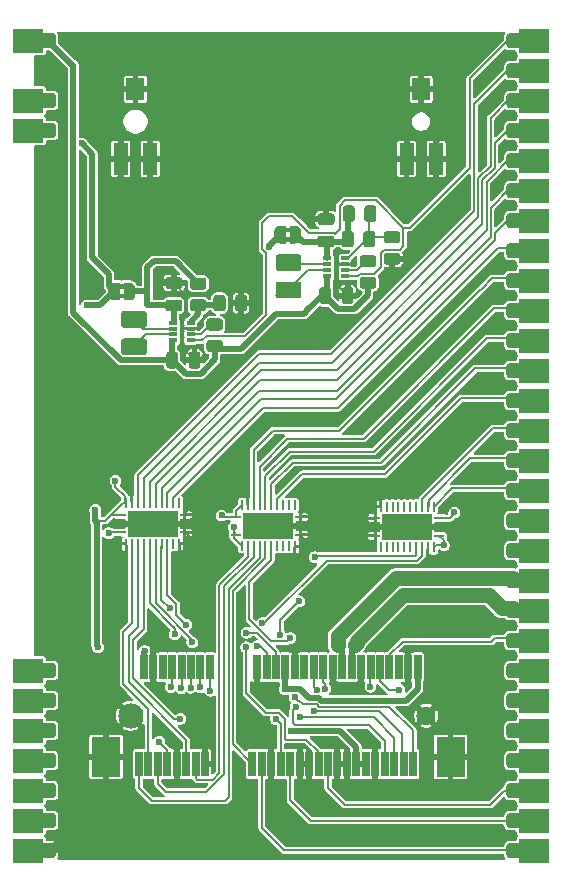
<source format=gtl>
G04 #@! TF.GenerationSoftware,KiCad,Pcbnew,9.0.1+1*
G04 #@! TF.CreationDate,2025-11-12T15:12:01+00:00*
G04 #@! TF.ProjectId,cellular-modem,63656c6c-756c-4617-922d-6d6f64656d2e,rev?*
G04 #@! TF.SameCoordinates,Original*
G04 #@! TF.FileFunction,Copper,L1,Top*
G04 #@! TF.FilePolarity,Positive*
%FSLAX46Y46*%
G04 Gerber Fmt 4.6, Leading zero omitted, Abs format (unit mm)*
G04 Created by KiCad (PCBNEW 9.0.1+1) date 2025-11-12 15:12:01*
%MOMM*%
%LPD*%
G01*
G04 APERTURE LIST*
G04 #@! TA.AperFunction,EtchedComponent*
%ADD10C,0.000000*%
G04 #@! TD*
G04 #@! TA.AperFunction,SMDPad,CuDef*
%ADD11R,0.812800X0.254000*%
G04 #@! TD*
G04 #@! TA.AperFunction,SMDPad,CuDef*
%ADD12R,0.254000X0.812800*%
G04 #@! TD*
G04 #@! TA.AperFunction,SMDPad,CuDef*
%ADD13R,4.191000X2.209800*%
G04 #@! TD*
G04 #@! TA.AperFunction,SMDPad,CuDef*
%ADD14R,0.660000X0.320000*%
G04 #@! TD*
G04 #@! TA.AperFunction,SMDPad,CuDef*
%ADD15R,1.500000X1.900000*%
G04 #@! TD*
G04 #@! TA.AperFunction,SMDPad,CuDef*
%ADD16R,1.200000X2.700000*%
G04 #@! TD*
G04 #@! TA.AperFunction,SMDPad,CuDef*
%ADD17R,0.640000X2.108200*%
G04 #@! TD*
G04 #@! TA.AperFunction,SMDPad,CuDef*
%ADD18R,2.438400X3.352800*%
G04 #@! TD*
G04 #@! TA.AperFunction,ComponentPad*
%ADD19C,2.133600*%
G04 #@! TD*
G04 #@! TA.AperFunction,ComponentPad*
%ADD20C,1.625600*%
G04 #@! TD*
G04 #@! TA.AperFunction,CastellatedPad*
%ADD21R,2.540000X2.000000*%
G04 #@! TD*
G04 #@! TA.AperFunction,ViaPad*
%ADD22C,0.600000*%
G04 #@! TD*
G04 #@! TA.AperFunction,Conductor*
%ADD23C,0.200000*%
G04 #@! TD*
G04 #@! TA.AperFunction,Conductor*
%ADD24C,0.500000*%
G04 #@! TD*
G04 #@! TA.AperFunction,Conductor*
%ADD25C,0.750000*%
G04 #@! TD*
G04 #@! TA.AperFunction,Conductor*
%ADD26C,1.285000*%
G04 #@! TD*
G04 APERTURE END LIST*
D10*
G04 #@! TA.AperFunction,EtchedComponent*
G36*
X75744800Y-57737600D02*
G01*
X75244800Y-57737600D01*
X75244800Y-57337600D01*
X75744800Y-57337600D01*
X75744800Y-57737600D01*
G37*
G04 #@! TD.AperFunction*
G04 #@! TA.AperFunction,EtchedComponent*
G36*
X75744800Y-58537600D02*
G01*
X75244800Y-58537600D01*
X75244800Y-58137600D01*
X75744800Y-58137600D01*
X75744800Y-58537600D01*
G37*
G04 #@! TD.AperFunction*
G04 #@! TA.AperFunction,EtchedComponent*
G36*
X89795600Y-52937000D02*
G01*
X89295600Y-52937000D01*
X89295600Y-52537000D01*
X89795600Y-52537000D01*
X89795600Y-52937000D01*
G37*
G04 #@! TD.AperFunction*
G04 #@! TA.AperFunction,EtchedComponent*
G36*
X89795600Y-53737000D02*
G01*
X89295600Y-53737000D01*
X89295600Y-53337000D01*
X89795600Y-53337000D01*
X89795600Y-53737000D01*
G37*
G04 #@! TD.AperFunction*
D11*
X102383000Y-77140000D03*
D12*
X101915201Y-76162801D03*
X101415199Y-76162801D03*
X100915200Y-76162801D03*
X100415201Y-76162801D03*
X99915200Y-76162801D03*
X99415200Y-76162801D03*
X98915199Y-76162801D03*
X98415200Y-76162801D03*
X97915201Y-76162801D03*
X97415199Y-76162801D03*
D11*
X96947400Y-77140000D03*
X96947400Y-78640002D03*
D12*
X97415199Y-79617201D03*
X97915201Y-79617201D03*
X98415200Y-79617201D03*
X98915199Y-79617201D03*
X99415200Y-79617201D03*
X99915200Y-79617201D03*
X100415201Y-79617201D03*
X100915200Y-79617201D03*
X101415199Y-79617201D03*
X101915201Y-79617201D03*
D11*
X102383000Y-78640002D03*
D13*
X99665200Y-77890001D03*
D14*
X79860200Y-60586840D03*
X79860200Y-61086840D03*
X79860200Y-61586840D03*
X79860200Y-62086840D03*
X81330200Y-62086840D03*
X81330200Y-61586840D03*
X81330200Y-61086840D03*
X81330200Y-60586840D03*
G04 #@! TA.AperFunction,SMDPad,CuDef*
G36*
G01*
X77375799Y-63338740D02*
X75675801Y-63338740D01*
G75*
G02*
X75425800Y-63088739I0J250001D01*
G01*
X75425800Y-62163741D01*
G75*
G02*
X75675801Y-61913740I250001J0D01*
G01*
X77375799Y-61913740D01*
G75*
G02*
X77625800Y-62163741I0J-250001D01*
G01*
X77625800Y-63088739D01*
G75*
G02*
X77375799Y-63338740I-250001J0D01*
G01*
G37*
G04 #@! TD.AperFunction*
G04 #@! TA.AperFunction,SMDPad,CuDef*
G36*
G01*
X77375799Y-61013740D02*
X75675801Y-61013740D01*
G75*
G02*
X75425800Y-60763739I0J250001D01*
G01*
X75425800Y-59838741D01*
G75*
G02*
X75675801Y-59588740I250001J0D01*
G01*
X77375799Y-59588740D01*
G75*
G02*
X77625800Y-59838741I0J-250001D01*
G01*
X77625800Y-60763739D01*
G75*
G02*
X77375799Y-61013740I-250001J0D01*
G01*
G37*
G04 #@! TD.AperFunction*
G04 #@! TA.AperFunction,SMDPad,CuDef*
G36*
G01*
X97919800Y-52829600D02*
X98819800Y-52829600D01*
G75*
G02*
X99069800Y-53079600I0J-250000D01*
G01*
X99069800Y-53604600D01*
G75*
G02*
X98819800Y-53854600I-250000J0D01*
G01*
X97919800Y-53854600D01*
G75*
G02*
X97669800Y-53604600I0J250000D01*
G01*
X97669800Y-53079600D01*
G75*
G02*
X97919800Y-52829600I250000J0D01*
G01*
G37*
G04 #@! TD.AperFunction*
G04 #@! TA.AperFunction,SMDPad,CuDef*
G36*
G01*
X97919800Y-54654600D02*
X98819800Y-54654600D01*
G75*
G02*
X99069800Y-54904600I0J-250000D01*
G01*
X99069800Y-55429600D01*
G75*
G02*
X98819800Y-55679600I-250000J0D01*
G01*
X97919800Y-55679600D01*
G75*
G02*
X97669800Y-55429600I0J250000D01*
G01*
X97669800Y-54904600D01*
G75*
G02*
X97919800Y-54654600I250000J0D01*
G01*
G37*
G04 #@! TD.AperFunction*
G04 #@! TA.AperFunction,SMDPad,CuDef*
G36*
G01*
X95110600Y-57818200D02*
X95110600Y-58768200D01*
G75*
G02*
X94860600Y-59018200I-250000J0D01*
G01*
X94360600Y-59018200D01*
G75*
G02*
X94110600Y-58768200I0J250000D01*
G01*
X94110600Y-57818200D01*
G75*
G02*
X94360600Y-57568200I250000J0D01*
G01*
X94860600Y-57568200D01*
G75*
G02*
X95110600Y-57818200I0J-250000D01*
G01*
G37*
G04 #@! TD.AperFunction*
G04 #@! TA.AperFunction,SMDPad,CuDef*
G36*
G01*
X93210600Y-57818200D02*
X93210600Y-58768200D01*
G75*
G02*
X92960600Y-59018200I-250000J0D01*
G01*
X92460600Y-59018200D01*
G75*
G02*
X92210600Y-58768200I0J250000D01*
G01*
X92210600Y-57818200D01*
G75*
G02*
X92460600Y-57568200I250000J0D01*
G01*
X92960600Y-57568200D01*
G75*
G02*
X93210600Y-57818200I0J-250000D01*
G01*
G37*
G04 #@! TD.AperFunction*
G04 #@! TA.AperFunction,SMDPad,CuDef*
G36*
G01*
X96787800Y-57709700D02*
X95887800Y-57709700D01*
G75*
G02*
X95637800Y-57459700I0J250000D01*
G01*
X95637800Y-56934700D01*
G75*
G02*
X95887800Y-56684700I250000J0D01*
G01*
X96787800Y-56684700D01*
G75*
G02*
X97037800Y-56934700I0J-250000D01*
G01*
X97037800Y-57459700D01*
G75*
G02*
X96787800Y-57709700I-250000J0D01*
G01*
G37*
G04 #@! TD.AperFunction*
G04 #@! TA.AperFunction,SMDPad,CuDef*
G36*
G01*
X96787800Y-55884700D02*
X95887800Y-55884700D01*
G75*
G02*
X95637800Y-55634700I0J250000D01*
G01*
X95637800Y-55109700D01*
G75*
G02*
X95887800Y-54859700I250000J0D01*
G01*
X96787800Y-54859700D01*
G75*
G02*
X97037800Y-55109700I0J-250000D01*
G01*
X97037800Y-55634700D01*
G75*
G02*
X96787800Y-55884700I-250000J0D01*
G01*
G37*
G04 #@! TD.AperFunction*
D15*
X76651600Y-40813799D03*
D16*
X75401600Y-46713799D03*
X77901600Y-46713799D03*
D15*
X100851600Y-40813799D03*
D16*
X99601600Y-46713799D03*
X102101600Y-46713799D03*
G04 #@! TA.AperFunction,SMDPad,CuDef*
G36*
G01*
X94101900Y-53968000D02*
X94101900Y-53068000D01*
G75*
G02*
X94351900Y-52818000I250000J0D01*
G01*
X94876900Y-52818000D01*
G75*
G02*
X95126900Y-53068000I0J-250000D01*
G01*
X95126900Y-53968000D01*
G75*
G02*
X94876900Y-54218000I-250000J0D01*
G01*
X94351900Y-54218000D01*
G75*
G02*
X94101900Y-53968000I0J250000D01*
G01*
G37*
G04 #@! TD.AperFunction*
G04 #@! TA.AperFunction,SMDPad,CuDef*
G36*
G01*
X95926900Y-53968000D02*
X95926900Y-53068000D01*
G75*
G02*
X96176900Y-52818000I250000J0D01*
G01*
X96701900Y-52818000D01*
G75*
G02*
X96951900Y-53068000I0J-250000D01*
G01*
X96951900Y-53968000D01*
G75*
G02*
X96701900Y-54218000I-250000J0D01*
G01*
X96176900Y-54218000D01*
G75*
G02*
X95926900Y-53968000I0J250000D01*
G01*
G37*
G04 #@! TD.AperFunction*
D17*
X76951601Y-97958398D03*
X77351600Y-89758397D03*
X77751602Y-97958398D03*
X78151601Y-89758397D03*
X78551600Y-97958398D03*
X78951602Y-89758397D03*
X79351601Y-97958398D03*
X79751600Y-89758397D03*
X80151599Y-97958398D03*
X80551601Y-89758397D03*
X80951600Y-97958398D03*
X81351600Y-89758397D03*
X81751601Y-97958398D03*
X82151601Y-89758397D03*
X82551600Y-97958398D03*
X82951601Y-89758397D03*
X86551599Y-97958398D03*
X86951601Y-89758397D03*
X87351600Y-97958398D03*
X87751599Y-89758397D03*
X88151601Y-97958398D03*
X88551600Y-89758397D03*
X88951600Y-97958398D03*
X89351599Y-89758397D03*
X89751601Y-97958398D03*
X90151600Y-89758397D03*
X90551599Y-97958398D03*
X90951601Y-89758397D03*
X91351600Y-97958398D03*
X91751599Y-89758397D03*
X92151598Y-97958398D03*
X92551600Y-89758397D03*
X92951599Y-97958398D03*
X93351598Y-89758397D03*
X93751600Y-97958398D03*
X94151599Y-89758397D03*
X94551599Y-97958398D03*
X94951600Y-89758397D03*
X95351599Y-97958398D03*
X95751599Y-89758397D03*
X96151598Y-97958398D03*
X96551600Y-89758397D03*
X96951599Y-97958398D03*
X97351598Y-89758397D03*
X97751600Y-97958398D03*
X98151599Y-89758397D03*
X98551598Y-97958398D03*
X98951600Y-89758397D03*
X99351599Y-97958398D03*
X99751598Y-89758397D03*
X100151598Y-97958398D03*
X100551599Y-89758397D03*
D18*
X74176598Y-97358400D03*
X103326602Y-97358400D03*
D19*
X76251599Y-93858465D03*
D20*
X101251601Y-93858399D03*
G04 #@! TA.AperFunction,SMDPad,CuDef*
G36*
G01*
X90456799Y-58536700D02*
X88756801Y-58536700D01*
G75*
G02*
X88506800Y-58286699I0J250001D01*
G01*
X88506800Y-57361701D01*
G75*
G02*
X88756801Y-57111700I250001J0D01*
G01*
X90456799Y-57111700D01*
G75*
G02*
X90706800Y-57361701I0J-250001D01*
G01*
X90706800Y-58286699D01*
G75*
G02*
X90456799Y-58536700I-250001J0D01*
G01*
G37*
G04 #@! TD.AperFunction*
G04 #@! TA.AperFunction,SMDPad,CuDef*
G36*
G01*
X90456799Y-56211700D02*
X88756801Y-56211700D01*
G75*
G02*
X88506800Y-55961699I0J250001D01*
G01*
X88506800Y-55036701D01*
G75*
G02*
X88756801Y-54786700I250001J0D01*
G01*
X90456799Y-54786700D01*
G75*
G02*
X90706800Y-55036701I0J-250001D01*
G01*
X90706800Y-55961699D01*
G75*
G02*
X90456799Y-56211700I-250001J0D01*
G01*
G37*
G04 #@! TD.AperFunction*
G04 #@! TA.AperFunction,SMDPad,CuDef*
G36*
X75644800Y-57187600D02*
G01*
X76144800Y-57187600D01*
X76144800Y-57191878D01*
X76210063Y-57191878D01*
X76336142Y-57225660D01*
X76449181Y-57290923D01*
X76541477Y-57383219D01*
X76606740Y-57496258D01*
X76640522Y-57622337D01*
X76640522Y-57687600D01*
X76644800Y-57687600D01*
X76644800Y-58187600D01*
X76640522Y-58187600D01*
X76640522Y-58252863D01*
X76606740Y-58378942D01*
X76541477Y-58491981D01*
X76449181Y-58584277D01*
X76336142Y-58649540D01*
X76210063Y-58683322D01*
X76144800Y-58683322D01*
X76144800Y-58687600D01*
X75644800Y-58687600D01*
X75644800Y-57187600D01*
G37*
G04 #@! TD.AperFunction*
G04 #@! TA.AperFunction,SMDPad,CuDef*
G36*
X74844800Y-58683322D02*
G01*
X74779537Y-58683322D01*
X74653458Y-58649540D01*
X74540419Y-58584277D01*
X74448123Y-58491981D01*
X74382860Y-58378942D01*
X74349078Y-58252863D01*
X74349078Y-58187600D01*
X74344800Y-58187600D01*
X74344800Y-57687600D01*
X74349078Y-57687600D01*
X74349078Y-57622337D01*
X74382860Y-57496258D01*
X74448123Y-57383219D01*
X74540419Y-57290923D01*
X74653458Y-57225660D01*
X74779537Y-57191878D01*
X74844800Y-57191878D01*
X74844800Y-57187600D01*
X75344800Y-57187600D01*
X75344800Y-58687600D01*
X74844800Y-58687600D01*
X74844800Y-58683322D01*
G37*
G04 #@! TD.AperFunction*
D11*
X85187200Y-78525001D03*
D12*
X85654999Y-79502200D03*
X86155001Y-79502200D03*
X86655000Y-79502200D03*
X87154999Y-79502200D03*
X87655000Y-79502200D03*
X88155000Y-79502200D03*
X88655001Y-79502200D03*
X89155000Y-79502200D03*
X89654999Y-79502200D03*
X90155001Y-79502200D03*
D11*
X90622800Y-78525001D03*
X90622800Y-77024999D03*
D12*
X90155001Y-76047800D03*
X89654999Y-76047800D03*
X89155000Y-76047800D03*
X88655001Y-76047800D03*
X88155000Y-76047800D03*
X87655000Y-76047800D03*
X87154999Y-76047800D03*
X86655000Y-76047800D03*
X86155001Y-76047800D03*
X85654999Y-76047800D03*
D11*
X85187200Y-77024999D03*
D13*
X87905000Y-77775000D03*
G04 #@! TA.AperFunction,SMDPad,CuDef*
G36*
G01*
X94199700Y-51809000D02*
X94199700Y-50909000D01*
G75*
G02*
X94449700Y-50659000I250000J0D01*
G01*
X94974700Y-50659000D01*
G75*
G02*
X95224700Y-50909000I0J-250000D01*
G01*
X95224700Y-51809000D01*
G75*
G02*
X94974700Y-52059000I-250000J0D01*
G01*
X94449700Y-52059000D01*
G75*
G02*
X94199700Y-51809000I0J250000D01*
G01*
G37*
G04 #@! TD.AperFunction*
G04 #@! TA.AperFunction,SMDPad,CuDef*
G36*
G01*
X96024700Y-51809000D02*
X96024700Y-50909000D01*
G75*
G02*
X96274700Y-50659000I250000J0D01*
G01*
X96799700Y-50659000D01*
G75*
G02*
X97049700Y-50909000I0J-250000D01*
G01*
X97049700Y-51809000D01*
G75*
G02*
X96799700Y-52059000I-250000J0D01*
G01*
X96274700Y-52059000D01*
G75*
G02*
X96024700Y-51809000I0J250000D01*
G01*
G37*
G04 #@! TD.AperFunction*
G04 #@! TA.AperFunction,SMDPad,CuDef*
G36*
G01*
X83254200Y-59379640D02*
X83254200Y-58479640D01*
G75*
G02*
X83504200Y-58229640I250000J0D01*
G01*
X84029200Y-58229640D01*
G75*
G02*
X84279200Y-58479640I0J-250000D01*
G01*
X84279200Y-59379640D01*
G75*
G02*
X84029200Y-59629640I-250000J0D01*
G01*
X83504200Y-59629640D01*
G75*
G02*
X83254200Y-59379640I0J250000D01*
G01*
G37*
G04 #@! TD.AperFunction*
G04 #@! TA.AperFunction,SMDPad,CuDef*
G36*
G01*
X85079200Y-59379640D02*
X85079200Y-58479640D01*
G75*
G02*
X85329200Y-58229640I250000J0D01*
G01*
X85854200Y-58229640D01*
G75*
G02*
X86104200Y-58479640I0J-250000D01*
G01*
X86104200Y-59379640D01*
G75*
G02*
X85854200Y-59629640I-250000J0D01*
G01*
X85329200Y-59629640D01*
G75*
G02*
X85079200Y-59379640I0J250000D01*
G01*
G37*
G04 #@! TD.AperFunction*
G04 #@! TA.AperFunction,SMDPad,CuDef*
G36*
G01*
X83808400Y-63074340D02*
X82908400Y-63074340D01*
G75*
G02*
X82658400Y-62824340I0J250000D01*
G01*
X82658400Y-62299340D01*
G75*
G02*
X82908400Y-62049340I250000J0D01*
G01*
X83808400Y-62049340D01*
G75*
G02*
X84058400Y-62299340I0J-250000D01*
G01*
X84058400Y-62824340D01*
G75*
G02*
X83808400Y-63074340I-250000J0D01*
G01*
G37*
G04 #@! TD.AperFunction*
G04 #@! TA.AperFunction,SMDPad,CuDef*
G36*
G01*
X83808400Y-61249340D02*
X82908400Y-61249340D01*
G75*
G02*
X82658400Y-60999340I0J250000D01*
G01*
X82658400Y-60474340D01*
G75*
G02*
X82908400Y-60224340I250000J0D01*
G01*
X83808400Y-60224340D01*
G75*
G02*
X84058400Y-60474340I0J-250000D01*
G01*
X84058400Y-60999340D01*
G75*
G02*
X83808400Y-61249340I-250000J0D01*
G01*
G37*
G04 #@! TD.AperFunction*
D21*
X67585200Y-36703200D03*
G04 #@! TA.AperFunction,ComponentPad*
G36*
G01*
X69910200Y-36328200D02*
X69910200Y-37078200D01*
G75*
G02*
X69660200Y-37328200I-250000J0D01*
G01*
X68910200Y-37328200D01*
G75*
G02*
X68660200Y-37078200I0J250000D01*
G01*
X68660200Y-36328200D01*
G75*
G02*
X68910200Y-36078200I250000J0D01*
G01*
X69660200Y-36078200D01*
G75*
G02*
X69910200Y-36328200I0J-250000D01*
G01*
G37*
G04 #@! TD.AperFunction*
X67585200Y-41783200D03*
G04 #@! TA.AperFunction,ComponentPad*
G36*
G01*
X69910200Y-41408200D02*
X69910200Y-42158200D01*
G75*
G02*
X69660200Y-42408200I-250000J0D01*
G01*
X68910200Y-42408200D01*
G75*
G02*
X68660200Y-42158200I0J250000D01*
G01*
X68660200Y-41408200D01*
G75*
G02*
X68910200Y-41158200I250000J0D01*
G01*
X69660200Y-41158200D01*
G75*
G02*
X69910200Y-41408200I0J-250000D01*
G01*
G37*
G04 #@! TD.AperFunction*
X67585200Y-44323200D03*
G04 #@! TA.AperFunction,ComponentPad*
G36*
G01*
X69910200Y-43948200D02*
X69910200Y-44698200D01*
G75*
G02*
X69660200Y-44948200I-250000J0D01*
G01*
X68910200Y-44948200D01*
G75*
G02*
X68660200Y-44698200I0J250000D01*
G01*
X68660200Y-43948200D01*
G75*
G02*
X68910200Y-43698200I250000J0D01*
G01*
X69660200Y-43698200D01*
G75*
G02*
X69910200Y-43948200I0J-250000D01*
G01*
G37*
G04 #@! TD.AperFunction*
X67585200Y-90043200D03*
G04 #@! TA.AperFunction,ComponentPad*
G36*
G01*
X69910200Y-89668200D02*
X69910200Y-90418200D01*
G75*
G02*
X69660200Y-90668200I-250000J0D01*
G01*
X68910200Y-90668200D01*
G75*
G02*
X68660200Y-90418200I0J250000D01*
G01*
X68660200Y-89668200D01*
G75*
G02*
X68910200Y-89418200I250000J0D01*
G01*
X69660200Y-89418200D01*
G75*
G02*
X69910200Y-89668200I0J-250000D01*
G01*
G37*
G04 #@! TD.AperFunction*
X67585200Y-92583200D03*
G04 #@! TA.AperFunction,ComponentPad*
G36*
G01*
X69910200Y-92208200D02*
X69910200Y-92958200D01*
G75*
G02*
X69660200Y-93208200I-250000J0D01*
G01*
X68910200Y-93208200D01*
G75*
G02*
X68660200Y-92958200I0J250000D01*
G01*
X68660200Y-92208200D01*
G75*
G02*
X68910200Y-91958200I250000J0D01*
G01*
X69660200Y-91958200D01*
G75*
G02*
X69910200Y-92208200I0J-250000D01*
G01*
G37*
G04 #@! TD.AperFunction*
X67585200Y-95123200D03*
G04 #@! TA.AperFunction,ComponentPad*
G36*
G01*
X69910200Y-94748200D02*
X69910200Y-95498200D01*
G75*
G02*
X69660200Y-95748200I-250000J0D01*
G01*
X68910200Y-95748200D01*
G75*
G02*
X68660200Y-95498200I0J250000D01*
G01*
X68660200Y-94748200D01*
G75*
G02*
X68910200Y-94498200I250000J0D01*
G01*
X69660200Y-94498200D01*
G75*
G02*
X69910200Y-94748200I0J-250000D01*
G01*
G37*
G04 #@! TD.AperFunction*
X67585200Y-97663200D03*
G04 #@! TA.AperFunction,ComponentPad*
G36*
G01*
X69910200Y-97288200D02*
X69910200Y-98038200D01*
G75*
G02*
X69660200Y-98288200I-250000J0D01*
G01*
X68910200Y-98288200D01*
G75*
G02*
X68660200Y-98038200I0J250000D01*
G01*
X68660200Y-97288200D01*
G75*
G02*
X68910200Y-97038200I250000J0D01*
G01*
X69660200Y-97038200D01*
G75*
G02*
X69910200Y-97288200I0J-250000D01*
G01*
G37*
G04 #@! TD.AperFunction*
X67585200Y-100203200D03*
G04 #@! TA.AperFunction,ComponentPad*
G36*
G01*
X69910200Y-99828200D02*
X69910200Y-100578200D01*
G75*
G02*
X69660200Y-100828200I-250000J0D01*
G01*
X68910200Y-100828200D01*
G75*
G02*
X68660200Y-100578200I0J250000D01*
G01*
X68660200Y-99828200D01*
G75*
G02*
X68910200Y-99578200I250000J0D01*
G01*
X69660200Y-99578200D01*
G75*
G02*
X69910200Y-99828200I0J-250000D01*
G01*
G37*
G04 #@! TD.AperFunction*
X67585200Y-102743200D03*
G04 #@! TA.AperFunction,ComponentPad*
G36*
G01*
X69910200Y-102368200D02*
X69910200Y-103118200D01*
G75*
G02*
X69660200Y-103368200I-250000J0D01*
G01*
X68910200Y-103368200D01*
G75*
G02*
X68660200Y-103118200I0J250000D01*
G01*
X68660200Y-102368200D01*
G75*
G02*
X68910200Y-102118200I250000J0D01*
G01*
X69660200Y-102118200D01*
G75*
G02*
X69910200Y-102368200I0J-250000D01*
G01*
G37*
G04 #@! TD.AperFunction*
X67585200Y-105283200D03*
G04 #@! TA.AperFunction,ComponentPad*
G36*
G01*
X69910200Y-104908200D02*
X69910200Y-105658200D01*
G75*
G02*
X69660200Y-105908200I-250000J0D01*
G01*
X68910200Y-105908200D01*
G75*
G02*
X68660200Y-105658200I0J250000D01*
G01*
X68660200Y-104908200D01*
G75*
G02*
X68910200Y-104658200I250000J0D01*
G01*
X69660200Y-104658200D01*
G75*
G02*
X69910200Y-104908200I0J-250000D01*
G01*
G37*
G04 #@! TD.AperFunction*
G04 #@! TA.AperFunction,ComponentPad*
G36*
G01*
X109310200Y-36328200D02*
X109310200Y-37078200D01*
G75*
G02*
X109060200Y-37328200I-250000J0D01*
G01*
X108310200Y-37328200D01*
G75*
G02*
X108060200Y-37078200I0J250000D01*
G01*
X108060200Y-36328200D01*
G75*
G02*
X108310200Y-36078200I250000J0D01*
G01*
X109060200Y-36078200D01*
G75*
G02*
X109310200Y-36328200I0J-250000D01*
G01*
G37*
G04 #@! TD.AperFunction*
X110385200Y-36703200D03*
G04 #@! TA.AperFunction,ComponentPad*
G36*
G01*
X109310200Y-38868200D02*
X109310200Y-39618200D01*
G75*
G02*
X109060200Y-39868200I-250000J0D01*
G01*
X108310200Y-39868200D01*
G75*
G02*
X108060200Y-39618200I0J250000D01*
G01*
X108060200Y-38868200D01*
G75*
G02*
X108310200Y-38618200I250000J0D01*
G01*
X109060200Y-38618200D01*
G75*
G02*
X109310200Y-38868200I0J-250000D01*
G01*
G37*
G04 #@! TD.AperFunction*
X110385200Y-39243200D03*
G04 #@! TA.AperFunction,ComponentPad*
G36*
G01*
X109310200Y-41408200D02*
X109310200Y-42158200D01*
G75*
G02*
X109060200Y-42408200I-250000J0D01*
G01*
X108310200Y-42408200D01*
G75*
G02*
X108060200Y-42158200I0J250000D01*
G01*
X108060200Y-41408200D01*
G75*
G02*
X108310200Y-41158200I250000J0D01*
G01*
X109060200Y-41158200D01*
G75*
G02*
X109310200Y-41408200I0J-250000D01*
G01*
G37*
G04 #@! TD.AperFunction*
X110385200Y-41783200D03*
G04 #@! TA.AperFunction,ComponentPad*
G36*
G01*
X109310200Y-43948200D02*
X109310200Y-44698200D01*
G75*
G02*
X109060200Y-44948200I-250000J0D01*
G01*
X108310200Y-44948200D01*
G75*
G02*
X108060200Y-44698200I0J250000D01*
G01*
X108060200Y-43948200D01*
G75*
G02*
X108310200Y-43698200I250000J0D01*
G01*
X109060200Y-43698200D01*
G75*
G02*
X109310200Y-43948200I0J-250000D01*
G01*
G37*
G04 #@! TD.AperFunction*
X110385200Y-44323200D03*
G04 #@! TA.AperFunction,ComponentPad*
G36*
G01*
X109310200Y-46488200D02*
X109310200Y-47238200D01*
G75*
G02*
X109060200Y-47488200I-250000J0D01*
G01*
X108310200Y-47488200D01*
G75*
G02*
X108060200Y-47238200I0J250000D01*
G01*
X108060200Y-46488200D01*
G75*
G02*
X108310200Y-46238200I250000J0D01*
G01*
X109060200Y-46238200D01*
G75*
G02*
X109310200Y-46488200I0J-250000D01*
G01*
G37*
G04 #@! TD.AperFunction*
X110385200Y-46863200D03*
G04 #@! TA.AperFunction,ComponentPad*
G36*
G01*
X109310200Y-49028200D02*
X109310200Y-49778200D01*
G75*
G02*
X109060200Y-50028200I-250000J0D01*
G01*
X108310200Y-50028200D01*
G75*
G02*
X108060200Y-49778200I0J250000D01*
G01*
X108060200Y-49028200D01*
G75*
G02*
X108310200Y-48778200I250000J0D01*
G01*
X109060200Y-48778200D01*
G75*
G02*
X109310200Y-49028200I0J-250000D01*
G01*
G37*
G04 #@! TD.AperFunction*
X110385200Y-49403200D03*
G04 #@! TA.AperFunction,ComponentPad*
G36*
G01*
X109310200Y-51568200D02*
X109310200Y-52318200D01*
G75*
G02*
X109060200Y-52568200I-250000J0D01*
G01*
X108310200Y-52568200D01*
G75*
G02*
X108060200Y-52318200I0J250000D01*
G01*
X108060200Y-51568200D01*
G75*
G02*
X108310200Y-51318200I250000J0D01*
G01*
X109060200Y-51318200D01*
G75*
G02*
X109310200Y-51568200I0J-250000D01*
G01*
G37*
G04 #@! TD.AperFunction*
X110385200Y-51943200D03*
G04 #@! TA.AperFunction,ComponentPad*
G36*
G01*
X109310200Y-54108200D02*
X109310200Y-54858200D01*
G75*
G02*
X109060200Y-55108200I-250000J0D01*
G01*
X108310200Y-55108200D01*
G75*
G02*
X108060200Y-54858200I0J250000D01*
G01*
X108060200Y-54108200D01*
G75*
G02*
X108310200Y-53858200I250000J0D01*
G01*
X109060200Y-53858200D01*
G75*
G02*
X109310200Y-54108200I0J-250000D01*
G01*
G37*
G04 #@! TD.AperFunction*
X110385200Y-54483200D03*
G04 #@! TA.AperFunction,ComponentPad*
G36*
G01*
X109310200Y-56648200D02*
X109310200Y-57398200D01*
G75*
G02*
X109060200Y-57648200I-250000J0D01*
G01*
X108310200Y-57648200D01*
G75*
G02*
X108060200Y-57398200I0J250000D01*
G01*
X108060200Y-56648200D01*
G75*
G02*
X108310200Y-56398200I250000J0D01*
G01*
X109060200Y-56398200D01*
G75*
G02*
X109310200Y-56648200I0J-250000D01*
G01*
G37*
G04 #@! TD.AperFunction*
X110385200Y-57023200D03*
G04 #@! TA.AperFunction,ComponentPad*
G36*
G01*
X109310200Y-59188200D02*
X109310200Y-59938200D01*
G75*
G02*
X109060200Y-60188200I-250000J0D01*
G01*
X108310200Y-60188200D01*
G75*
G02*
X108060200Y-59938200I0J250000D01*
G01*
X108060200Y-59188200D01*
G75*
G02*
X108310200Y-58938200I250000J0D01*
G01*
X109060200Y-58938200D01*
G75*
G02*
X109310200Y-59188200I0J-250000D01*
G01*
G37*
G04 #@! TD.AperFunction*
X110385200Y-59563200D03*
G04 #@! TA.AperFunction,ComponentPad*
G36*
G01*
X109310200Y-61728200D02*
X109310200Y-62478200D01*
G75*
G02*
X109060200Y-62728200I-250000J0D01*
G01*
X108310200Y-62728200D01*
G75*
G02*
X108060200Y-62478200I0J250000D01*
G01*
X108060200Y-61728200D01*
G75*
G02*
X108310200Y-61478200I250000J0D01*
G01*
X109060200Y-61478200D01*
G75*
G02*
X109310200Y-61728200I0J-250000D01*
G01*
G37*
G04 #@! TD.AperFunction*
X110385200Y-62103200D03*
G04 #@! TA.AperFunction,ComponentPad*
G36*
G01*
X109310200Y-64268200D02*
X109310200Y-65018200D01*
G75*
G02*
X109060200Y-65268200I-250000J0D01*
G01*
X108310200Y-65268200D01*
G75*
G02*
X108060200Y-65018200I0J250000D01*
G01*
X108060200Y-64268200D01*
G75*
G02*
X108310200Y-64018200I250000J0D01*
G01*
X109060200Y-64018200D01*
G75*
G02*
X109310200Y-64268200I0J-250000D01*
G01*
G37*
G04 #@! TD.AperFunction*
X110385200Y-64643200D03*
G04 #@! TA.AperFunction,ComponentPad*
G36*
G01*
X109310200Y-66808200D02*
X109310200Y-67558200D01*
G75*
G02*
X109060200Y-67808200I-250000J0D01*
G01*
X108310200Y-67808200D01*
G75*
G02*
X108060200Y-67558200I0J250000D01*
G01*
X108060200Y-66808200D01*
G75*
G02*
X108310200Y-66558200I250000J0D01*
G01*
X109060200Y-66558200D01*
G75*
G02*
X109310200Y-66808200I0J-250000D01*
G01*
G37*
G04 #@! TD.AperFunction*
X110385200Y-67183200D03*
G04 #@! TA.AperFunction,ComponentPad*
G36*
G01*
X109310200Y-69348200D02*
X109310200Y-70098200D01*
G75*
G02*
X109060200Y-70348200I-250000J0D01*
G01*
X108310200Y-70348200D01*
G75*
G02*
X108060200Y-70098200I0J250000D01*
G01*
X108060200Y-69348200D01*
G75*
G02*
X108310200Y-69098200I250000J0D01*
G01*
X109060200Y-69098200D01*
G75*
G02*
X109310200Y-69348200I0J-250000D01*
G01*
G37*
G04 #@! TD.AperFunction*
X110385200Y-69723200D03*
G04 #@! TA.AperFunction,ComponentPad*
G36*
G01*
X109310200Y-71888200D02*
X109310200Y-72638200D01*
G75*
G02*
X109060200Y-72888200I-250000J0D01*
G01*
X108310200Y-72888200D01*
G75*
G02*
X108060200Y-72638200I0J250000D01*
G01*
X108060200Y-71888200D01*
G75*
G02*
X108310200Y-71638200I250000J0D01*
G01*
X109060200Y-71638200D01*
G75*
G02*
X109310200Y-71888200I0J-250000D01*
G01*
G37*
G04 #@! TD.AperFunction*
X110385200Y-72263200D03*
G04 #@! TA.AperFunction,ComponentPad*
G36*
G01*
X109310200Y-74428200D02*
X109310200Y-75178200D01*
G75*
G02*
X109060200Y-75428200I-250000J0D01*
G01*
X108310200Y-75428200D01*
G75*
G02*
X108060200Y-75178200I0J250000D01*
G01*
X108060200Y-74428200D01*
G75*
G02*
X108310200Y-74178200I250000J0D01*
G01*
X109060200Y-74178200D01*
G75*
G02*
X109310200Y-74428200I0J-250000D01*
G01*
G37*
G04 #@! TD.AperFunction*
X110385200Y-74803200D03*
G04 #@! TA.AperFunction,ComponentPad*
G36*
G01*
X109310200Y-76968200D02*
X109310200Y-77718200D01*
G75*
G02*
X109060200Y-77968200I-250000J0D01*
G01*
X108310200Y-77968200D01*
G75*
G02*
X108060200Y-77718200I0J250000D01*
G01*
X108060200Y-76968200D01*
G75*
G02*
X108310200Y-76718200I250000J0D01*
G01*
X109060200Y-76718200D01*
G75*
G02*
X109310200Y-76968200I0J-250000D01*
G01*
G37*
G04 #@! TD.AperFunction*
X110385200Y-77343200D03*
G04 #@! TA.AperFunction,ComponentPad*
G36*
G01*
X109310200Y-79508200D02*
X109310200Y-80258200D01*
G75*
G02*
X109060200Y-80508200I-250000J0D01*
G01*
X108310200Y-80508200D01*
G75*
G02*
X108060200Y-80258200I0J250000D01*
G01*
X108060200Y-79508200D01*
G75*
G02*
X108310200Y-79258200I250000J0D01*
G01*
X109060200Y-79258200D01*
G75*
G02*
X109310200Y-79508200I0J-250000D01*
G01*
G37*
G04 #@! TD.AperFunction*
X110385200Y-79883200D03*
G04 #@! TA.AperFunction,ComponentPad*
G36*
G01*
X109310200Y-82048200D02*
X109310200Y-82798200D01*
G75*
G02*
X109060200Y-83048200I-250000J0D01*
G01*
X108310200Y-83048200D01*
G75*
G02*
X108060200Y-82798200I0J250000D01*
G01*
X108060200Y-82048200D01*
G75*
G02*
X108310200Y-81798200I250000J0D01*
G01*
X109060200Y-81798200D01*
G75*
G02*
X109310200Y-82048200I0J-250000D01*
G01*
G37*
G04 #@! TD.AperFunction*
X110385200Y-82423200D03*
G04 #@! TA.AperFunction,ComponentPad*
G36*
G01*
X109310200Y-84588200D02*
X109310200Y-85338200D01*
G75*
G02*
X109060200Y-85588200I-250000J0D01*
G01*
X108310200Y-85588200D01*
G75*
G02*
X108060200Y-85338200I0J250000D01*
G01*
X108060200Y-84588200D01*
G75*
G02*
X108310200Y-84338200I250000J0D01*
G01*
X109060200Y-84338200D01*
G75*
G02*
X109310200Y-84588200I0J-250000D01*
G01*
G37*
G04 #@! TD.AperFunction*
X110385200Y-84963200D03*
G04 #@! TA.AperFunction,ComponentPad*
G36*
G01*
X109310200Y-87128200D02*
X109310200Y-87878200D01*
G75*
G02*
X109060200Y-88128200I-250000J0D01*
G01*
X108310200Y-88128200D01*
G75*
G02*
X108060200Y-87878200I0J250000D01*
G01*
X108060200Y-87128200D01*
G75*
G02*
X108310200Y-86878200I250000J0D01*
G01*
X109060200Y-86878200D01*
G75*
G02*
X109310200Y-87128200I0J-250000D01*
G01*
G37*
G04 #@! TD.AperFunction*
X110385200Y-87503200D03*
G04 #@! TA.AperFunction,ComponentPad*
G36*
G01*
X109310200Y-89668200D02*
X109310200Y-90418200D01*
G75*
G02*
X109060200Y-90668200I-250000J0D01*
G01*
X108310200Y-90668200D01*
G75*
G02*
X108060200Y-90418200I0J250000D01*
G01*
X108060200Y-89668200D01*
G75*
G02*
X108310200Y-89418200I250000J0D01*
G01*
X109060200Y-89418200D01*
G75*
G02*
X109310200Y-89668200I0J-250000D01*
G01*
G37*
G04 #@! TD.AperFunction*
X110385200Y-90043200D03*
G04 #@! TA.AperFunction,ComponentPad*
G36*
G01*
X109310200Y-92208200D02*
X109310200Y-92958200D01*
G75*
G02*
X109060200Y-93208200I-250000J0D01*
G01*
X108310200Y-93208200D01*
G75*
G02*
X108060200Y-92958200I0J250000D01*
G01*
X108060200Y-92208200D01*
G75*
G02*
X108310200Y-91958200I250000J0D01*
G01*
X109060200Y-91958200D01*
G75*
G02*
X109310200Y-92208200I0J-250000D01*
G01*
G37*
G04 #@! TD.AperFunction*
X110385200Y-92583200D03*
G04 #@! TA.AperFunction,ComponentPad*
G36*
G01*
X109310200Y-94748200D02*
X109310200Y-95498200D01*
G75*
G02*
X109060200Y-95748200I-250000J0D01*
G01*
X108310200Y-95748200D01*
G75*
G02*
X108060200Y-95498200I0J250000D01*
G01*
X108060200Y-94748200D01*
G75*
G02*
X108310200Y-94498200I250000J0D01*
G01*
X109060200Y-94498200D01*
G75*
G02*
X109310200Y-94748200I0J-250000D01*
G01*
G37*
G04 #@! TD.AperFunction*
X110385200Y-95123200D03*
G04 #@! TA.AperFunction,ComponentPad*
G36*
G01*
X109310200Y-97288200D02*
X109310200Y-98038200D01*
G75*
G02*
X109060200Y-98288200I-250000J0D01*
G01*
X108310200Y-98288200D01*
G75*
G02*
X108060200Y-98038200I0J250000D01*
G01*
X108060200Y-97288200D01*
G75*
G02*
X108310200Y-97038200I250000J0D01*
G01*
X109060200Y-97038200D01*
G75*
G02*
X109310200Y-97288200I0J-250000D01*
G01*
G37*
G04 #@! TD.AperFunction*
X110385200Y-97663200D03*
G04 #@! TA.AperFunction,ComponentPad*
G36*
G01*
X109310200Y-99828200D02*
X109310200Y-100578200D01*
G75*
G02*
X109060200Y-100828200I-250000J0D01*
G01*
X108310200Y-100828200D01*
G75*
G02*
X108060200Y-100578200I0J250000D01*
G01*
X108060200Y-99828200D01*
G75*
G02*
X108310200Y-99578200I250000J0D01*
G01*
X109060200Y-99578200D01*
G75*
G02*
X109310200Y-99828200I0J-250000D01*
G01*
G37*
G04 #@! TD.AperFunction*
X110385200Y-100203200D03*
G04 #@! TA.AperFunction,ComponentPad*
G36*
G01*
X109310200Y-102368200D02*
X109310200Y-103118200D01*
G75*
G02*
X109060200Y-103368200I-250000J0D01*
G01*
X108310200Y-103368200D01*
G75*
G02*
X108060200Y-103118200I0J250000D01*
G01*
X108060200Y-102368200D01*
G75*
G02*
X108310200Y-102118200I250000J0D01*
G01*
X109060200Y-102118200D01*
G75*
G02*
X109310200Y-102368200I0J-250000D01*
G01*
G37*
G04 #@! TD.AperFunction*
X110385200Y-102743200D03*
G04 #@! TA.AperFunction,ComponentPad*
G36*
G01*
X109310200Y-104908200D02*
X109310200Y-105658200D01*
G75*
G02*
X109060200Y-105908200I-250000J0D01*
G01*
X108310200Y-105908200D01*
G75*
G02*
X108060200Y-105658200I0J250000D01*
G01*
X108060200Y-104908200D01*
G75*
G02*
X108310200Y-104658200I250000J0D01*
G01*
X109060200Y-104658200D01*
G75*
G02*
X109310200Y-104908200I0J-250000D01*
G01*
G37*
G04 #@! TD.AperFunction*
X110385200Y-105283200D03*
G04 #@! TA.AperFunction,SMDPad,CuDef*
G36*
G01*
X81511400Y-56766140D02*
X82411400Y-56766140D01*
G75*
G02*
X82661400Y-57016140I0J-250000D01*
G01*
X82661400Y-57541140D01*
G75*
G02*
X82411400Y-57791140I-250000J0D01*
G01*
X81511400Y-57791140D01*
G75*
G02*
X81261400Y-57541140I0J250000D01*
G01*
X81261400Y-57016140D01*
G75*
G02*
X81511400Y-56766140I250000J0D01*
G01*
G37*
G04 #@! TD.AperFunction*
G04 #@! TA.AperFunction,SMDPad,CuDef*
G36*
G01*
X81511400Y-58591140D02*
X82411400Y-58591140D01*
G75*
G02*
X82661400Y-58841140I0J-250000D01*
G01*
X82661400Y-59366140D01*
G75*
G02*
X82411400Y-59616140I-250000J0D01*
G01*
X81511400Y-59616140D01*
G75*
G02*
X81261400Y-59366140I0J250000D01*
G01*
X81261400Y-58841140D01*
G75*
G02*
X81511400Y-58591140I250000J0D01*
G01*
G37*
G04 #@! TD.AperFunction*
D14*
X92908800Y-55143600D03*
X92908800Y-55643600D03*
X92908800Y-56143600D03*
X92908800Y-56643600D03*
X94378800Y-56643600D03*
X94378800Y-56143600D03*
X94378800Y-55643600D03*
X94378800Y-55143600D03*
G04 #@! TA.AperFunction,SMDPad,CuDef*
G36*
X89695600Y-52387000D02*
G01*
X90195600Y-52387000D01*
X90195600Y-52391278D01*
X90260863Y-52391278D01*
X90386942Y-52425060D01*
X90499981Y-52490323D01*
X90592277Y-52582619D01*
X90657540Y-52695658D01*
X90691322Y-52821737D01*
X90691322Y-52887000D01*
X90695600Y-52887000D01*
X90695600Y-53387000D01*
X90691322Y-53387000D01*
X90691322Y-53452263D01*
X90657540Y-53578342D01*
X90592277Y-53691381D01*
X90499981Y-53783677D01*
X90386942Y-53848940D01*
X90260863Y-53882722D01*
X90195600Y-53882722D01*
X90195600Y-53887000D01*
X89695600Y-53887000D01*
X89695600Y-52387000D01*
G37*
G04 #@! TD.AperFunction*
G04 #@! TA.AperFunction,SMDPad,CuDef*
G36*
X88895600Y-53882722D02*
G01*
X88830337Y-53882722D01*
X88704258Y-53848940D01*
X88591219Y-53783677D01*
X88498923Y-53691381D01*
X88433660Y-53578342D01*
X88399878Y-53452263D01*
X88399878Y-53387000D01*
X88395600Y-53387000D01*
X88395600Y-52887000D01*
X88399878Y-52887000D01*
X88399878Y-52821737D01*
X88433660Y-52695658D01*
X88498923Y-52582619D01*
X88591219Y-52490323D01*
X88704258Y-52425060D01*
X88830337Y-52391278D01*
X88895600Y-52391278D01*
X88895600Y-52387000D01*
X89395600Y-52387000D01*
X89395600Y-53887000D01*
X88895600Y-53887000D01*
X88895600Y-53882722D01*
G37*
G04 #@! TD.AperFunction*
G04 #@! TA.AperFunction,SMDPad,CuDef*
G36*
G01*
X80379000Y-59632840D02*
X79429000Y-59632840D01*
G75*
G02*
X79179000Y-59382840I0J250000D01*
G01*
X79179000Y-58882840D01*
G75*
G02*
X79429000Y-58632840I250000J0D01*
G01*
X80379000Y-58632840D01*
G75*
G02*
X80629000Y-58882840I0J-250000D01*
G01*
X80629000Y-59382840D01*
G75*
G02*
X80379000Y-59632840I-250000J0D01*
G01*
G37*
G04 #@! TD.AperFunction*
G04 #@! TA.AperFunction,SMDPad,CuDef*
G36*
G01*
X80379000Y-57732840D02*
X79429000Y-57732840D01*
G75*
G02*
X79179000Y-57482840I0J250000D01*
G01*
X79179000Y-56982840D01*
G75*
G02*
X79429000Y-56732840I250000J0D01*
G01*
X80379000Y-56732840D01*
G75*
G02*
X80629000Y-56982840I0J-250000D01*
G01*
X80629000Y-57482840D01*
G75*
G02*
X80379000Y-57732840I-250000J0D01*
G01*
G37*
G04 #@! TD.AperFunction*
D11*
X75388200Y-78347201D03*
D12*
X75855999Y-79324400D03*
X76356001Y-79324400D03*
X76856000Y-79324400D03*
X77355999Y-79324400D03*
X77856000Y-79324400D03*
X78356000Y-79324400D03*
X78856001Y-79324400D03*
X79356000Y-79324400D03*
X79855999Y-79324400D03*
X80356001Y-79324400D03*
D11*
X80823800Y-78347201D03*
X80823800Y-76847199D03*
D12*
X80356001Y-75870000D03*
X79855999Y-75870000D03*
X79356000Y-75870000D03*
X78856001Y-75870000D03*
X78356000Y-75870000D03*
X77856000Y-75870000D03*
X77355999Y-75870000D03*
X76856000Y-75870000D03*
X76356001Y-75870000D03*
X75855999Y-75870000D03*
D11*
X75388200Y-76847199D03*
D13*
X78106000Y-77597200D03*
G04 #@! TA.AperFunction,SMDPad,CuDef*
G36*
G01*
X93256800Y-54221200D02*
X92306800Y-54221200D01*
G75*
G02*
X92056800Y-53971200I0J250000D01*
G01*
X92056800Y-53471200D01*
G75*
G02*
X92306800Y-53221200I250000J0D01*
G01*
X93256800Y-53221200D01*
G75*
G02*
X93506800Y-53471200I0J-250000D01*
G01*
X93506800Y-53971200D01*
G75*
G02*
X93256800Y-54221200I-250000J0D01*
G01*
G37*
G04 #@! TD.AperFunction*
G04 #@! TA.AperFunction,SMDPad,CuDef*
G36*
G01*
X93256800Y-52321200D02*
X92306800Y-52321200D01*
G75*
G02*
X92056800Y-52071200I0J250000D01*
G01*
X92056800Y-51571200D01*
G75*
G02*
X92306800Y-51321200I250000J0D01*
G01*
X93256800Y-51321200D01*
G75*
G02*
X93506800Y-51571200I0J-250000D01*
G01*
X93506800Y-52071200D01*
G75*
G02*
X93256800Y-52321200I-250000J0D01*
G01*
G37*
G04 #@! TD.AperFunction*
G04 #@! TA.AperFunction,SMDPad,CuDef*
G36*
G01*
X82151600Y-63280640D02*
X82151600Y-64230640D01*
G75*
G02*
X81901600Y-64480640I-250000J0D01*
G01*
X81401600Y-64480640D01*
G75*
G02*
X81151600Y-64230640I0J250000D01*
G01*
X81151600Y-63280640D01*
G75*
G02*
X81401600Y-63030640I250000J0D01*
G01*
X81901600Y-63030640D01*
G75*
G02*
X82151600Y-63280640I0J-250000D01*
G01*
G37*
G04 #@! TD.AperFunction*
G04 #@! TA.AperFunction,SMDPad,CuDef*
G36*
G01*
X80251600Y-63280640D02*
X80251600Y-64230640D01*
G75*
G02*
X80001600Y-64480640I-250000J0D01*
G01*
X79501600Y-64480640D01*
G75*
G02*
X79251600Y-64230640I0J250000D01*
G01*
X79251600Y-63280640D01*
G75*
G02*
X79501600Y-63030640I250000J0D01*
G01*
X80001600Y-63030640D01*
G75*
G02*
X80251600Y-63280640I0J-250000D01*
G01*
G37*
G04 #@! TD.AperFunction*
D22*
X78659400Y-96063000D03*
X92735197Y-91580448D03*
X94077200Y-100025400D03*
X87900000Y-71140000D03*
X101820000Y-40780000D03*
X95620000Y-69360000D03*
X107440000Y-51270000D03*
X96922000Y-74854000D03*
X84480000Y-81120000D03*
X89490000Y-102800000D03*
X90520000Y-68730000D03*
X78106000Y-77597200D03*
X107310000Y-60070000D03*
X106091400Y-75387400D03*
X86500000Y-99780000D03*
X107430000Y-70210000D03*
X80132600Y-51511400D03*
X107410000Y-67690000D03*
X86508000Y-56566000D03*
X77780000Y-99740000D03*
X107420000Y-62610000D03*
X107380000Y-72750000D03*
X92470000Y-87560000D03*
X70290000Y-89030000D03*
X74671600Y-79324400D03*
X91570000Y-51760000D03*
X99420000Y-99920000D03*
X95536328Y-58075928D03*
X107670000Y-43140000D03*
X76920000Y-96070000D03*
X97730000Y-99940000D03*
X69350000Y-38370000D03*
X106066000Y-86995200D03*
X81650000Y-95980000D03*
X107730000Y-91300000D03*
X69790000Y-98920000D03*
X104465800Y-38303400D03*
X77740000Y-40800000D03*
X98480000Y-99950000D03*
X98040000Y-87790000D03*
X87828800Y-95809000D03*
X86965200Y-91541800D03*
X96150000Y-99900000D03*
X88336800Y-83134400D03*
X99740000Y-55550000D03*
X75020000Y-69440000D03*
X98801600Y-73965000D03*
X107360000Y-65220000D03*
X107340000Y-57490000D03*
X107490000Y-75160000D03*
X103140000Y-104100000D03*
X107530000Y-88740000D03*
X95270000Y-99840000D03*
X88286000Y-100000000D03*
X87950000Y-91510000D03*
X82040000Y-82720000D03*
X69750000Y-93820000D03*
X82170000Y-60750000D03*
X70180000Y-40730000D03*
X95660000Y-77140000D03*
X96940000Y-100710000D03*
X107410000Y-55230000D03*
X81682000Y-75870000D03*
X83891800Y-64871800D03*
X86560000Y-96150000D03*
X81270000Y-99760000D03*
X91309000Y-76149000D03*
X85136400Y-60299800D03*
X107710000Y-45710000D03*
X75790000Y-74410000D03*
X95092600Y-91694200D03*
X95140000Y-55500000D03*
X107410000Y-103690000D03*
X85680000Y-104090000D03*
X107490000Y-38310000D03*
X87905000Y-77775000D03*
X71191800Y-61569800D03*
X80356001Y-80640001D03*
X91680000Y-79620000D03*
X79760000Y-99720000D03*
X83890000Y-38770000D03*
X95310000Y-78060000D03*
X99665200Y-77890001D03*
X79675400Y-96240800D03*
X77920000Y-48350000D03*
X82520200Y-96012200D03*
X91892800Y-99873000D03*
X107360000Y-48800000D03*
X97090000Y-87790000D03*
X78151400Y-87782600D03*
X107860000Y-96380000D03*
X91515218Y-87499782D03*
X73300000Y-38735200D03*
X107230000Y-80700000D03*
X70250000Y-101430000D03*
X70430000Y-91400000D03*
X85720600Y-93243600D03*
X94120000Y-83630000D03*
X69900000Y-96360000D03*
X96190000Y-96300000D03*
X85314200Y-75006400D03*
X107330000Y-86110000D03*
X89302000Y-38633600D03*
X90572000Y-96437600D03*
X107660000Y-93950000D03*
X75170000Y-65620000D03*
X101390000Y-85850000D03*
X82571000Y-93116600D03*
X88489200Y-61392000D03*
X82574028Y-63494428D03*
X75360000Y-48390000D03*
X75580000Y-104090000D03*
X107720000Y-101540000D03*
X75382800Y-80848400D03*
X100260000Y-99960000D03*
X78740000Y-57130000D03*
X70220000Y-43040000D03*
X105939000Y-76124000D03*
X99620000Y-45080000D03*
X91105400Y-85852200D03*
X76380000Y-99780000D03*
X70780000Y-36580000D03*
X101875000Y-72745800D03*
X99792200Y-88163600D03*
X90699000Y-99898400D03*
X107510000Y-40880000D03*
X107670000Y-98960000D03*
X102160000Y-45120000D03*
X73071400Y-57201000D03*
X102530000Y-91100000D03*
X89670000Y-73700000D03*
X71598200Y-104013200D03*
X106110000Y-91180000D03*
X81682000Y-79380000D03*
X87376390Y-86025210D03*
X90140200Y-92320400D03*
X74960000Y-73970000D03*
X72106200Y-45415400D03*
X83942600Y-76911400D03*
X89302000Y-91618000D03*
X72538000Y-59131400D03*
X103653000Y-76657400D03*
X73249200Y-76428800D03*
X77446600Y-88391221D03*
X73477800Y-88062000D03*
X89853800Y-95148600D03*
X91988000Y-91668800D03*
X90540200Y-94005600D03*
X89743406Y-87290394D03*
X90495800Y-84175800D03*
X90234162Y-93140858D03*
X91842000Y-80442000D03*
X88886003Y-87020600D03*
X98979400Y-91668800D03*
X79624600Y-91440200D03*
X79549801Y-84763707D03*
X91765800Y-93453200D03*
X80525512Y-91528312D03*
X96550000Y-91400000D03*
X86050800Y-86842800D03*
X80944247Y-86158153D03*
X79980200Y-86969800D03*
X86914400Y-87985800D03*
X82149000Y-91467248D03*
X81326400Y-91491000D03*
X81450306Y-87658694D03*
X86025400Y-88071321D03*
X80434331Y-94135669D03*
X88552000Y-94158000D03*
X82990000Y-91760000D03*
X74408000Y-78410000D03*
X84984000Y-77902000D03*
X87955800Y-54153000D03*
X102764000Y-79426000D03*
D23*
X79349000Y-96752600D02*
X79349000Y-97933000D01*
X78659400Y-96063000D02*
X79349000Y-96752600D01*
X92549000Y-90970131D02*
X92549000Y-89733000D01*
X92735197Y-91156328D02*
X92549000Y-90970131D01*
X92735197Y-91580448D02*
X92735197Y-91156328D01*
X81682000Y-79380000D02*
X81682000Y-79426000D01*
X81580400Y-79324400D02*
X81682000Y-79426000D01*
D24*
X102101600Y-46713799D02*
X102101600Y-45178400D01*
D23*
X75855999Y-79324400D02*
X74671600Y-79324400D01*
X80823800Y-76728200D02*
X81682000Y-75870000D01*
D24*
X100851600Y-40813799D02*
X101786201Y-40813799D01*
X75401600Y-48348400D02*
X75360000Y-48390000D01*
X79801160Y-57130000D02*
X79904000Y-57232840D01*
D23*
X76356001Y-75870000D02*
X76356001Y-74981000D01*
X80823800Y-76847199D02*
X80823800Y-76728200D01*
X73173000Y-56337400D02*
X73071400Y-56439000D01*
X75855999Y-80680001D02*
X75840000Y-80696000D01*
X100020800Y-72745800D02*
X98801600Y-73965000D01*
X75840000Y-80696000D02*
X75687600Y-80848400D01*
X95660000Y-77140000D02*
X95652000Y-77140000D01*
X80800200Y-61086840D02*
X80716800Y-61170240D01*
X75855999Y-79324400D02*
X75855999Y-80680001D01*
X93884000Y-55643600D02*
X93796400Y-55731200D01*
D24*
X91077418Y-87499782D02*
X91515218Y-87499782D01*
X99749000Y-88206800D02*
X99749000Y-89733000D01*
D23*
X93751600Y-97958398D02*
X93751600Y-99699800D01*
D24*
X92781800Y-51821200D02*
X91631200Y-51821200D01*
D23*
X94378800Y-55643600D02*
X93884000Y-55643600D01*
D24*
X88149000Y-96053000D02*
X88032000Y-95936000D01*
X81651600Y-63755640D02*
X82312816Y-63755640D01*
D23*
X94378800Y-55643600D02*
X94996400Y-55643600D01*
D24*
X77726201Y-40813799D02*
X77740000Y-40800000D01*
D25*
X70531400Y-105080000D02*
X69006000Y-105080000D01*
D23*
X94551599Y-99551001D02*
X94077200Y-100025400D01*
X76356001Y-74981000D02*
X76356001Y-74862001D01*
X80881400Y-58210240D02*
X80881400Y-60040840D01*
D24*
X82312816Y-63755640D02*
X82574028Y-63494428D01*
D23*
X86431800Y-56566000D02*
X86508000Y-56566000D01*
X93751600Y-99699800D02*
X94077200Y-100025400D01*
D24*
X82549000Y-97933000D02*
X82549000Y-96041000D01*
D23*
X80716800Y-60205440D02*
X80716800Y-61747600D01*
X73071400Y-56439000D02*
X73071400Y-57201000D01*
X105939000Y-75539800D02*
X105939000Y-76124000D01*
D24*
X93531344Y-91135400D02*
X94090144Y-91694200D01*
X87955800Y-95936000D02*
X87828800Y-95809000D01*
D23*
X81330200Y-61086840D02*
X80800200Y-61086840D01*
X80823800Y-78347201D02*
X81682000Y-79205401D01*
X81682000Y-79205401D02*
X81682000Y-79380000D01*
X80716800Y-61170240D02*
X80716800Y-62820840D01*
D24*
X101786201Y-40813799D02*
X101820000Y-40780000D01*
X80149000Y-96714400D02*
X79675400Y-96240800D01*
X78740000Y-57130000D02*
X79801160Y-57130000D01*
X85591700Y-58929640D02*
X85591700Y-59844500D01*
D23*
X90622800Y-78525001D02*
X91680000Y-79582201D01*
D24*
X88032000Y-95936000D02*
X87955800Y-95936000D01*
X93349000Y-91037800D02*
X93446600Y-91135400D01*
D23*
X85651799Y-75006400D02*
X85314200Y-75006400D01*
D24*
X77901600Y-46713799D02*
X77901600Y-48331600D01*
X93349000Y-89137200D02*
X93349000Y-91037800D01*
X75401600Y-46713799D02*
X75401600Y-48348400D01*
X76651600Y-40813799D02*
X77726201Y-40813799D01*
D23*
X75790000Y-74410000D02*
X76356001Y-74976001D01*
X76356001Y-74976001D02*
X76356001Y-74981000D01*
D24*
X88149000Y-99863000D02*
X88286000Y-100000000D01*
D23*
X80356001Y-79324400D02*
X80356001Y-80640001D01*
D24*
X94610600Y-58293200D02*
X95319056Y-58293200D01*
X90149000Y-89733000D02*
X90149000Y-88428200D01*
D23*
X91349000Y-99329200D02*
X91892800Y-99873000D01*
X90155001Y-79502200D02*
X91562200Y-79502200D01*
X93796400Y-57479000D02*
X94610600Y-58293200D01*
X94996400Y-55643600D02*
X95140000Y-55500000D01*
X80881400Y-60040840D02*
X80716800Y-60205440D01*
D24*
X90149000Y-88428200D02*
X91077418Y-87499782D01*
X99601600Y-46713799D02*
X99601600Y-45098400D01*
X90549000Y-96460600D02*
X90549000Y-97933000D01*
X94090144Y-91694200D02*
X95092600Y-91694200D01*
D23*
X91349000Y-97933000D02*
X91349000Y-99329200D01*
X90622800Y-76835200D02*
X91309000Y-76149000D01*
X94551599Y-97958398D02*
X94551599Y-99551001D01*
D24*
X79490000Y-92340000D02*
X78149000Y-90999000D01*
D23*
X80356001Y-79324400D02*
X81580400Y-79324400D01*
D24*
X90572000Y-96437600D02*
X90549000Y-96460600D01*
X96922000Y-99360000D02*
X96922000Y-100000000D01*
D23*
X79904000Y-57232840D02*
X80881400Y-58210240D01*
D24*
X96949000Y-99333000D02*
X96922000Y-99360000D01*
D23*
X93796400Y-55731200D02*
X93796400Y-57479000D01*
D24*
X95751599Y-89758397D02*
X95751599Y-91035201D01*
X99357100Y-55167100D02*
X99740000Y-55550000D01*
X90648200Y-97933000D02*
X91349000Y-97933000D01*
X86949000Y-89733000D02*
X86949000Y-91525600D01*
D23*
X96947400Y-78640002D02*
X95890002Y-78640002D01*
D24*
X99792200Y-88163600D02*
X99749000Y-88206800D01*
X78149000Y-87785000D02*
X78151400Y-87782600D01*
D23*
X80716800Y-62820840D02*
X81651600Y-63755640D01*
X91309000Y-76149000D02*
X91334000Y-76124000D01*
D25*
X71598200Y-104013200D02*
X70531400Y-105080000D01*
D23*
X106091400Y-75387400D02*
X105939000Y-75539800D01*
D24*
X82549000Y-96041000D02*
X82520200Y-96012200D01*
D23*
X75687600Y-80848400D02*
X75382800Y-80848400D01*
D24*
X91631200Y-51821200D02*
X91570000Y-51760000D01*
D23*
X91562200Y-79502200D02*
X91680000Y-79620000D01*
X95890002Y-78640002D02*
X95310000Y-78060000D01*
X97415199Y-76162801D02*
X97415199Y-75347199D01*
D24*
X80149000Y-97933000D02*
X80149000Y-96714400D01*
X78149000Y-90999000D02*
X78149000Y-87785000D01*
X99601600Y-45098400D02*
X99620000Y-45080000D01*
X95751599Y-91035201D02*
X95092600Y-91694200D01*
X96922000Y-100692000D02*
X96940000Y-100710000D01*
X102101600Y-45178400D02*
X102160000Y-45120000D01*
D23*
X90622802Y-97958398D02*
X90648200Y-97933000D01*
D24*
X88149000Y-97933000D02*
X88149000Y-99863000D01*
X93446600Y-91135400D02*
X93531344Y-91135400D01*
D23*
X90551599Y-99750999D02*
X90699000Y-99898400D01*
X87752600Y-83236000D02*
X88235200Y-83236000D01*
D24*
X95319056Y-58293200D02*
X95536328Y-58075928D01*
X85591700Y-59844500D02*
X85136400Y-60299800D01*
X77901600Y-48331600D02*
X77920000Y-48350000D01*
D23*
X90551599Y-97958398D02*
X90551599Y-99750999D01*
D24*
X93749000Y-97933000D02*
X94549000Y-97933000D01*
D23*
X101875000Y-72745800D02*
X100020800Y-72745800D01*
X96947400Y-77140000D02*
X95660000Y-77140000D01*
X101415199Y-79617201D02*
X101415199Y-80871199D01*
D24*
X86949000Y-91525600D02*
X86965200Y-91541800D01*
D23*
X101415199Y-79617201D02*
X101415199Y-80109199D01*
D24*
X96922000Y-100000000D02*
X96922000Y-100692000D01*
X88149000Y-97933000D02*
X88149000Y-96053000D01*
D23*
X91680000Y-79582201D02*
X91680000Y-79620000D01*
X81330200Y-61086840D02*
X81833160Y-61086840D01*
D24*
X90549000Y-97933000D02*
X90648200Y-97933000D01*
D23*
X88235200Y-83236000D02*
X88336800Y-83134400D01*
X81833160Y-61086840D02*
X82170000Y-60750000D01*
X86155001Y-75509602D02*
X85651799Y-75006400D01*
X97415199Y-75347199D02*
X96922000Y-74854000D01*
X90551599Y-97958398D02*
X90622802Y-97958398D01*
D24*
X96949000Y-97933000D02*
X96949000Y-99333000D01*
X98369800Y-55167100D02*
X99357100Y-55167100D01*
D23*
X90622800Y-77024999D02*
X90622800Y-76835200D01*
D24*
X81794400Y-92340000D02*
X79490000Y-92340000D01*
X82571000Y-93116600D02*
X81794400Y-92340000D01*
D23*
X86155001Y-76047800D02*
X86155001Y-75509602D01*
X89749000Y-97933000D02*
X89749000Y-101031200D01*
X108376000Y-102770000D02*
X108606000Y-102540000D01*
X91487800Y-102770000D02*
X108376000Y-102770000D01*
X89749000Y-101031200D02*
X91487800Y-102770000D01*
X107844000Y-100203200D02*
X108402800Y-100203200D01*
X92949000Y-99969000D02*
X94380000Y-101400000D01*
X94380000Y-101400000D02*
X106647200Y-101400000D01*
X92949000Y-97933000D02*
X92949000Y-99969000D01*
X108402800Y-100203200D02*
X108606000Y-100000000D01*
X106647200Y-101400000D02*
X107844000Y-100203200D01*
X90408258Y-92588458D02*
X90501058Y-92588458D01*
X100507886Y-80723601D02*
X100915200Y-80316287D01*
X90813400Y-92900800D02*
X91994612Y-92900800D01*
X90501058Y-92588458D02*
X90813400Y-92900800D01*
X92830399Y-80723601D02*
X100507886Y-80723601D01*
X90140200Y-92320400D02*
X90408258Y-92588458D01*
X92185012Y-93091200D02*
X98151200Y-93091200D01*
X87376390Y-86025210D02*
X87528790Y-86025210D01*
X91994612Y-92900800D02*
X92185012Y-93091200D01*
X87528790Y-86025210D02*
X92830399Y-80723601D01*
X98151200Y-93091200D02*
X100149000Y-95089000D01*
X100149000Y-95089000D02*
X100149000Y-97933000D01*
X100915200Y-80316287D02*
X100915200Y-79617201D01*
D26*
X93797800Y-87909600D02*
X93797800Y-87122199D01*
X93797800Y-87122199D02*
X98699999Y-82220000D01*
D24*
X94149000Y-89733000D02*
X94149000Y-88232999D01*
D26*
X98699999Y-82220000D02*
X108606000Y-82220000D01*
D23*
X83968000Y-77024999D02*
X85187200Y-77024999D01*
D24*
X73249200Y-77368600D02*
X73363500Y-77482900D01*
D23*
X74443000Y-77013000D02*
X74608801Y-76847199D01*
D24*
X96149000Y-97933000D02*
X95349000Y-97933000D01*
X74399200Y-56468656D02*
X74399200Y-57492000D01*
X73363500Y-87947700D02*
X73477800Y-88062000D01*
X77446600Y-88391221D02*
X77349000Y-88488821D01*
D23*
X74960000Y-73970000D02*
X74960000Y-74510000D01*
X103526000Y-76886000D02*
X103653000Y-76759000D01*
D24*
X89349000Y-89733000D02*
X89349000Y-90933000D01*
X72106200Y-45415400D02*
X72995200Y-46304400D01*
D23*
X74960000Y-74510000D02*
X75741600Y-75291600D01*
X85187200Y-76515599D02*
X85654999Y-76047800D01*
X75586000Y-75870000D02*
X75855999Y-75870000D01*
D24*
X72538000Y-59131400D02*
X72512600Y-59106000D01*
D23*
X75741600Y-75755601D02*
X75855999Y-75870000D01*
D24*
X72995200Y-46304400D02*
X72995200Y-55064656D01*
X73676400Y-59106000D02*
X74844800Y-57937600D01*
D23*
X74443000Y-77013000D02*
X75586000Y-75870000D01*
D24*
X77349000Y-88488821D02*
X77349000Y-89733000D01*
X92393113Y-92588800D02*
X99558000Y-92588800D01*
X89853800Y-95148600D02*
X93964600Y-95148600D01*
D23*
X103272000Y-77140000D02*
X102383000Y-77140000D01*
D24*
X91377800Y-92398400D02*
X92202713Y-92398400D01*
D23*
X75741600Y-75291600D02*
X75741600Y-75755601D01*
X74608801Y-76847199D02*
X75388200Y-76847199D01*
X103526000Y-76886000D02*
X103272000Y-77140000D01*
D24*
X72512600Y-59106000D02*
X73676400Y-59106000D01*
X90597400Y-91618000D02*
X91377800Y-92398400D01*
X73249200Y-76428800D02*
X73249200Y-77368600D01*
X89302000Y-91618000D02*
X89302000Y-89780000D01*
X72995200Y-55064656D02*
X74399200Y-56468656D01*
X92202713Y-92398400D02*
X92393113Y-92588800D01*
D23*
X83968000Y-77024999D02*
X83968000Y-76936800D01*
D24*
X89302000Y-91618000D02*
X90597400Y-91618000D01*
X95349000Y-96533000D02*
X95349000Y-97933000D01*
X93964600Y-95148600D02*
X95349000Y-96533000D01*
D23*
X83968000Y-76936800D02*
X83942600Y-76911400D01*
X74087400Y-77368600D02*
X74443000Y-77013000D01*
X85187200Y-77024999D02*
X85187200Y-76515599D01*
X73249200Y-77368600D02*
X74087400Y-77368600D01*
D24*
X73363500Y-77482900D02*
X73363500Y-87947700D01*
X100549000Y-91597800D02*
X100549000Y-89733000D01*
X99558000Y-92588800D02*
X100549000Y-91597800D01*
X74399200Y-57492000D02*
X74844800Y-57937600D01*
D23*
X103653000Y-76759000D02*
X103653000Y-76657400D01*
D24*
X89302000Y-89780000D02*
X89349000Y-89733000D01*
D23*
X91749000Y-91429800D02*
X91749000Y-89733000D01*
X91988000Y-91668800D02*
X91749000Y-91429800D01*
X88142968Y-87573000D02*
X86279400Y-85709432D01*
X89743406Y-87290394D02*
X89460800Y-87573000D01*
X96845600Y-94005600D02*
X90540200Y-94005600D01*
X89460800Y-87573000D02*
X88142968Y-87573000D01*
X88155000Y-80649200D02*
X88155000Y-79502200D01*
X98549000Y-95709000D02*
X96845600Y-94005600D01*
X98549000Y-97933000D02*
X98549000Y-95709000D01*
X86279400Y-85709432D02*
X86279400Y-82524800D01*
X86279400Y-82524800D02*
X88155000Y-80649200D01*
X77749002Y-93319002D02*
X77749002Y-97927599D01*
X77749000Y-96833000D02*
X77749000Y-97933000D01*
X76356001Y-86021999D02*
X75630000Y-86748000D01*
X75630000Y-86748000D02*
X75630000Y-91200000D01*
X75630000Y-91200000D02*
X77749002Y-93319002D01*
X76356001Y-79324400D02*
X76356001Y-86021999D01*
X84882400Y-96266400D02*
X84882400Y-83320782D01*
X86549000Y-97933000D02*
X84882400Y-96266400D01*
X87655000Y-80548182D02*
X87655000Y-79502200D01*
X84882400Y-83320782D02*
X87655000Y-80548182D01*
X88886003Y-87020600D02*
X88886003Y-85785597D01*
X100415201Y-80250600D02*
X100415201Y-79617201D01*
X97749000Y-96009000D02*
X97749000Y-97933000D01*
X89987800Y-94501388D02*
X90132612Y-94646200D01*
X90234162Y-93140858D02*
X89987800Y-93387220D01*
X91842000Y-80442000D02*
X91960399Y-80323601D01*
X96386200Y-94646200D02*
X97749000Y-96009000D01*
X89987800Y-93387220D02*
X89987800Y-94501388D01*
X90132612Y-94646200D02*
X96386200Y-94646200D01*
X88886003Y-85785597D02*
X90495800Y-84175800D01*
X91960399Y-80323601D02*
X100342200Y-80323601D01*
X100342200Y-80323601D02*
X100415201Y-80250600D01*
X84250000Y-101060000D02*
X78050000Y-101060000D01*
X84530000Y-83174814D02*
X84530000Y-100780000D01*
X78050000Y-101060000D02*
X76949000Y-99959000D01*
X84530000Y-100780000D02*
X84250000Y-101060000D01*
X87154999Y-80549814D02*
X84552200Y-83152614D01*
X84552200Y-83152614D02*
X84530000Y-83174814D01*
X87154999Y-79502200D02*
X87154999Y-80549814D01*
X76949000Y-99959000D02*
X76949000Y-97933000D01*
X99272400Y-87604800D02*
X106751800Y-87604800D01*
X107056600Y-87300000D02*
X108606000Y-87300000D01*
X98149000Y-89733000D02*
X98149000Y-88728200D01*
X106751800Y-87604800D02*
X107056600Y-87300000D01*
X98149000Y-88728200D02*
X99272400Y-87604800D01*
X97349000Y-90933000D02*
X97349000Y-89733000D01*
X98084800Y-91668800D02*
X97349000Y-90933000D01*
X98979400Y-91668800D02*
X98084800Y-91668800D01*
X79240000Y-100320000D02*
X82622369Y-100320000D01*
X86655000Y-80425000D02*
X86655000Y-79502200D01*
X84177600Y-98764769D02*
X84177600Y-82902400D01*
X82622369Y-100320000D02*
X84177600Y-98764769D01*
X84177600Y-82902400D02*
X86655000Y-80425000D01*
X78549000Y-99629000D02*
X79240000Y-100320000D01*
X78549000Y-97933000D02*
X78549000Y-99629000D01*
X76070000Y-91050000D02*
X76070000Y-87100000D01*
X76070000Y-87100000D02*
X76856000Y-86314000D01*
X80949000Y-97933000D02*
X80949000Y-95929000D01*
X80949000Y-95929000D02*
X76070000Y-91050000D01*
X76856000Y-86314000D02*
X76856000Y-79324400D01*
X79749000Y-91315800D02*
X79749000Y-89733000D01*
X79624600Y-91440200D02*
X79749000Y-91315800D01*
X99349000Y-97933000D02*
X99349000Y-97016800D01*
X78811800Y-79527600D02*
X78811800Y-84025706D01*
X99233400Y-96901200D02*
X99233400Y-95403400D01*
X78856001Y-79324400D02*
X78856001Y-79483399D01*
X78856001Y-79483399D02*
X78811800Y-79527600D01*
X99349000Y-97016800D02*
X99233400Y-96901200D01*
X78811800Y-84025706D02*
X79549801Y-84763707D01*
X99233400Y-95403400D02*
X97283200Y-93453200D01*
X97283200Y-93453200D02*
X91765800Y-93453200D01*
X80549000Y-91504824D02*
X80549000Y-89733000D01*
X80525512Y-91528312D02*
X80549000Y-91504824D01*
X96549000Y-90933000D02*
X96549000Y-89733000D01*
X96550000Y-91400000D02*
X96550000Y-90934000D01*
X96550000Y-90934000D02*
X96549000Y-90933000D01*
X80102200Y-84382200D02*
X79356000Y-83636000D01*
X88549000Y-88477400D02*
X88549000Y-89733000D01*
X86914400Y-86842800D02*
X88549000Y-88477400D01*
X86050800Y-86842800D02*
X86914400Y-86842800D01*
X80102200Y-85316106D02*
X80102200Y-84382200D01*
X79356000Y-83636000D02*
X79356000Y-79324400D01*
X80944247Y-86158153D02*
X80102200Y-85316106D01*
X83179102Y-99264898D02*
X83764800Y-98679200D01*
X86155001Y-80424999D02*
X86155001Y-79502200D01*
X81749000Y-97933000D02*
X81749000Y-99133000D01*
X81880898Y-99264898D02*
X83179102Y-99264898D01*
X81749000Y-99133000D02*
X81880898Y-99264898D01*
X83764800Y-82815200D02*
X86155001Y-80424999D01*
X83764800Y-98679200D02*
X83764800Y-82815200D01*
X77856000Y-79324400D02*
X77856000Y-79460800D01*
X79980200Y-86969800D02*
X79980200Y-86473686D01*
X80007044Y-86500530D02*
X79771057Y-86264543D01*
X87749000Y-88533000D02*
X87749000Y-89733000D01*
X79980200Y-86473686D02*
X79771057Y-86264543D01*
X87201800Y-87985800D02*
X87749000Y-88533000D01*
X77856000Y-84349486D02*
X77856000Y-79324400D01*
X87749000Y-89107000D02*
X87778000Y-89078000D01*
X87749000Y-89733000D02*
X87749000Y-89107000D01*
X86914400Y-87985800D02*
X87201800Y-87985800D01*
X77856000Y-79460800D02*
X77872000Y-79476800D01*
X79771057Y-86264543D02*
X77856000Y-84349486D01*
X82149000Y-91467248D02*
X82149000Y-89733000D01*
D24*
X94949000Y-89733000D02*
X94949000Y-88224300D01*
D26*
X95398395Y-87706005D02*
X95235200Y-87869200D01*
X99295389Y-83657400D02*
X106541100Y-83657400D01*
X95715895Y-87236895D02*
X99295389Y-83657400D01*
X95715895Y-87236895D02*
X95398395Y-87554395D01*
D23*
X94949000Y-88224300D02*
X95235200Y-87938100D01*
X94949000Y-89441800D02*
X94839200Y-89332000D01*
X94949000Y-89733000D02*
X94949000Y-89441800D01*
D26*
X95398395Y-87554395D02*
X95398395Y-87706005D01*
X106541100Y-83657400D02*
X107643700Y-84760000D01*
X107643700Y-84760000D02*
X108606000Y-84760000D01*
D23*
X89218000Y-105250000D02*
X108436000Y-105250000D01*
X108436000Y-105250000D02*
X108606000Y-105080000D01*
X87349000Y-97933000D02*
X87349000Y-103381000D01*
X87349000Y-103381000D02*
X89218000Y-105250000D01*
X81349000Y-91468400D02*
X81349000Y-89733000D01*
X81326400Y-91491000D02*
X81349000Y-91468400D01*
X81450306Y-87445424D02*
X81450306Y-87658694D01*
X86025400Y-91948200D02*
X86025400Y-88071321D01*
X89378200Y-95885200D02*
X89301400Y-95808400D01*
X87682800Y-93605600D02*
X86025400Y-91948200D01*
X78356000Y-79324400D02*
X78356000Y-84351118D01*
X92149000Y-96928200D02*
X91106000Y-95885200D01*
X92149000Y-97933000D02*
X92149000Y-96928200D01*
X88780812Y-93605600D02*
X87682800Y-93605600D01*
X91106000Y-95885200D02*
X89378200Y-95885200D01*
X89301400Y-95808400D02*
X89301400Y-94126188D01*
X89301400Y-94126188D02*
X88780812Y-93605600D01*
X78356000Y-84351118D02*
X81450306Y-87445424D01*
X77355999Y-86544001D02*
X76472530Y-87427470D01*
X88949000Y-94555000D02*
X88949000Y-97933000D01*
X76472530Y-87427470D02*
X76472530Y-90712530D01*
X79895669Y-94135669D02*
X80434331Y-94135669D01*
X88552000Y-94158000D02*
X88949000Y-94555000D01*
X77355999Y-79324400D02*
X77355999Y-86544001D01*
X76472530Y-90712530D02*
X79895669Y-94135669D01*
X82949000Y-91719000D02*
X82949000Y-89733000D01*
X82990000Y-91760000D02*
X82949000Y-91719000D01*
X87280000Y-67060000D02*
X93650000Y-67060000D01*
X107083600Y-53626400D02*
X107083600Y-53027600D01*
X107083600Y-53027600D02*
X108371200Y-51740000D01*
X79356000Y-75870000D02*
X79356000Y-74984000D01*
X93650000Y-67060000D02*
X107083600Y-53626400D01*
X79356000Y-74984000D02*
X87280000Y-67060000D01*
X108371200Y-51740000D02*
X108606000Y-51740000D01*
X75388200Y-78347201D02*
X74470799Y-78347201D01*
X84984000Y-78321801D02*
X84984000Y-78831201D01*
X84984000Y-77902000D02*
X84984000Y-78321801D01*
D24*
X87955800Y-54153000D02*
X87955800Y-54076800D01*
D23*
X84984000Y-78321801D02*
X85187200Y-78525001D01*
D24*
X87955800Y-54076800D02*
X88895600Y-53137000D01*
D23*
X102106402Y-79426000D02*
X101915201Y-79617201D01*
X102764000Y-79021002D02*
X102383000Y-78640002D01*
X84984000Y-78831201D02*
X85654999Y-79502200D01*
X102764000Y-79426000D02*
X102764000Y-79021002D01*
X74470799Y-78347201D02*
X74408000Y-78410000D01*
X102764000Y-79426000D02*
X102106402Y-79426000D01*
X106378800Y-52741200D02*
X106378800Y-48652400D01*
X78356000Y-74244000D02*
X87190000Y-65410000D01*
X87190000Y-65410000D02*
X93710000Y-65410000D01*
X108371200Y-46660000D02*
X108606000Y-46660000D01*
X106378800Y-48652400D02*
X108371200Y-46660000D01*
X93710000Y-65410000D02*
X106378800Y-52741200D01*
X78356000Y-75870000D02*
X78356000Y-74244000D01*
X93310000Y-63990000D02*
X105674000Y-51626000D01*
X77355999Y-75870000D02*
X77355999Y-73734001D01*
X77355999Y-73734001D02*
X87100000Y-63990000D01*
X105674000Y-48360464D02*
X106731200Y-47303264D01*
X105674000Y-51626000D02*
X105674000Y-48360464D01*
X106731200Y-43220000D02*
X108371200Y-41580000D01*
X106731200Y-47303264D02*
X106731200Y-43220000D01*
X108371200Y-41580000D02*
X108606000Y-41580000D01*
X87100000Y-63990000D02*
X93310000Y-63990000D01*
X106731200Y-50840000D02*
X108371200Y-49200000D01*
X93680000Y-66350000D02*
X106731200Y-53298800D01*
X108371200Y-49200000D02*
X108606000Y-49200000D01*
X106731200Y-53298800D02*
X106731200Y-50840000D01*
X78856001Y-75870000D02*
X78856001Y-74593999D01*
X78856001Y-74593999D02*
X87100000Y-66350000D01*
X87100000Y-66350000D02*
X93680000Y-66350000D01*
X77856000Y-75870000D02*
X77856000Y-74044000D01*
X77856000Y-74044000D02*
X87320000Y-64580000D01*
X87320000Y-64580000D02*
X93690000Y-64580000D01*
X107083600Y-45407600D02*
X108371200Y-44120000D01*
X93690000Y-64580000D02*
X106026400Y-52243600D01*
X107083600Y-47449232D02*
X107083600Y-45407600D01*
X106026400Y-52243600D02*
X106026400Y-48506432D01*
X106026400Y-48506432D02*
X107083600Y-47449232D01*
X108371200Y-44120000D02*
X108606000Y-44120000D01*
X93200000Y-63240000D02*
X105321600Y-51118400D01*
X76856000Y-73484000D02*
X87100000Y-63240000D01*
X87100000Y-63240000D02*
X93200000Y-63240000D01*
X105321600Y-51118400D02*
X105321600Y-42089600D01*
X108371200Y-39040000D02*
X108606000Y-39040000D01*
X76856000Y-75870000D02*
X76856000Y-73484000D01*
X105321600Y-42089600D02*
X108371200Y-39040000D01*
X79855999Y-75404001D02*
X87450000Y-67810000D01*
X93788032Y-67810000D02*
X107318032Y-54280000D01*
X87450000Y-67810000D02*
X93788032Y-67810000D01*
X79855999Y-75870000D02*
X79855999Y-75404001D01*
X107318032Y-54280000D02*
X108606000Y-54280000D01*
X89980000Y-72430000D02*
X97440000Y-72430000D01*
X105430000Y-64440000D02*
X108606000Y-64440000D01*
X88155000Y-76047800D02*
X88155000Y-74255000D01*
X97440000Y-72430000D02*
X105430000Y-64440000D01*
X88155000Y-74255000D02*
X89980000Y-72430000D01*
X105930000Y-57710000D02*
X93900000Y-69740000D01*
X108606000Y-56820000D02*
X106850000Y-56820000D01*
X93900000Y-69740000D02*
X88270000Y-69740000D01*
X86655000Y-71355000D02*
X86655000Y-76047800D01*
X105960000Y-57710000D02*
X105930000Y-57710000D01*
X88270000Y-69740000D02*
X86655000Y-71355000D01*
X106850000Y-56820000D02*
X105960000Y-57710000D01*
X87154999Y-72765001D02*
X89520000Y-70400000D01*
X95980000Y-70400000D02*
X107020000Y-59360000D01*
X87154999Y-76047800D02*
X87154999Y-72765001D01*
X107020000Y-59360000D02*
X108606000Y-59360000D01*
X89520000Y-70400000D02*
X95980000Y-70400000D01*
X88655001Y-75509599D02*
X90764600Y-73400000D01*
X88655001Y-76047800D02*
X88655001Y-75509599D01*
X97800000Y-73400000D02*
X104220000Y-66980000D01*
X90764600Y-73400000D02*
X97800000Y-73400000D01*
X104220000Y-66980000D02*
X108606000Y-66980000D01*
X89710000Y-71510000D02*
X96810000Y-71510000D01*
X87655000Y-76047800D02*
X87655000Y-73565000D01*
X106420000Y-61900000D02*
X108606000Y-61900000D01*
X96810000Y-71510000D02*
X106420000Y-61900000D01*
X87655000Y-73565000D02*
X89710000Y-71510000D01*
X104979802Y-72060000D02*
X108606000Y-72060000D01*
X101415199Y-76162801D02*
X101415199Y-76126601D01*
X101468600Y-76073200D02*
X101468600Y-75571202D01*
X101415199Y-76126601D02*
X101468600Y-76073200D01*
X101468600Y-75571202D02*
X104979802Y-72060000D01*
X100915200Y-76162801D02*
X100915200Y-75556401D01*
X100915200Y-75556401D02*
X106951601Y-69520000D01*
X106951601Y-69520000D02*
X108606000Y-69520000D01*
X101915201Y-76162801D02*
X103478002Y-74600000D01*
X103478002Y-74600000D02*
X108606000Y-74600000D01*
D24*
X80894600Y-64898640D02*
X79751600Y-63755640D01*
X83358400Y-63703400D02*
X82163160Y-64898640D01*
X71395000Y-38786000D02*
X71292000Y-38786000D01*
X75413140Y-63755640D02*
X71395000Y-59737500D01*
X71292000Y-38786000D02*
X69006000Y-36500000D01*
X82163160Y-64898640D02*
X80894600Y-64898640D01*
X71395000Y-59737500D02*
X71395000Y-38786000D01*
X92710600Y-58293200D02*
X93838000Y-59420600D01*
X83358400Y-62561840D02*
X83358400Y-63703400D01*
X92908800Y-57861400D02*
X92908800Y-56706000D01*
X79751600Y-62257840D02*
X79860200Y-62149240D01*
X92436800Y-58293200D02*
X92710600Y-58293200D01*
X83663200Y-62814400D02*
X85568200Y-62814400D01*
X91109200Y-59620800D02*
X92436800Y-58293200D01*
X79751600Y-63755640D02*
X79751600Y-62257840D01*
X95185000Y-59420600D02*
X96337800Y-58267800D01*
D23*
X92710600Y-58293200D02*
X92710600Y-58059600D01*
D24*
X96337800Y-58267800D02*
X96337800Y-57197200D01*
X90890000Y-59860000D02*
X91109200Y-59640800D01*
X83410640Y-62561840D02*
X83663200Y-62814400D01*
D23*
X92710600Y-58059600D02*
X92807200Y-57963000D01*
D24*
X79751600Y-63755640D02*
X75413140Y-63755640D01*
X93838000Y-59420600D02*
X95185000Y-59420600D01*
X92710600Y-58059600D02*
X92908800Y-57861400D01*
X83358400Y-62561840D02*
X83410640Y-62561840D01*
X91109200Y-59640800D02*
X91109200Y-59620800D01*
X85568200Y-62814400D02*
X88522600Y-59860000D01*
X88522600Y-59860000D02*
X90890000Y-59860000D01*
D23*
X77311400Y-61086840D02*
X76525800Y-60301240D01*
X79860200Y-61086840D02*
X77311400Y-61086840D01*
X77565200Y-61586840D02*
X76525800Y-62626240D01*
X79860200Y-61586840D02*
X77565200Y-61586840D01*
X89751200Y-55643600D02*
X89606800Y-55499200D01*
X92908800Y-55643600D02*
X89751200Y-55643600D01*
X91287400Y-56143600D02*
X89606800Y-57824200D01*
X92908800Y-56143600D02*
X91287400Y-56143600D01*
D24*
X83592700Y-59103640D02*
X83766700Y-58929640D01*
X81961400Y-59103640D02*
X83592700Y-59103640D01*
X81961400Y-59893240D02*
X81330200Y-60524440D01*
X81961400Y-59103640D02*
X81961400Y-59893240D01*
D23*
X96615300Y-53342100D02*
X96439400Y-53518000D01*
X94656400Y-55143600D02*
X96282000Y-53518000D01*
X96439400Y-51456800D02*
X96537200Y-51359000D01*
X96282000Y-53518000D02*
X96439400Y-53518000D01*
X94378800Y-55143600D02*
X94656400Y-55143600D01*
X98369800Y-53342100D02*
X96615300Y-53342100D01*
X96439400Y-53518000D02*
X96439400Y-51456800D01*
X91318200Y-52968800D02*
X90958091Y-52608691D01*
X93471828Y-52968800D02*
X91318200Y-52968800D01*
X99009600Y-54402200D02*
X97704772Y-54402200D01*
X99855800Y-52565400D02*
X99322200Y-52565400D01*
X87727200Y-59918800D02*
X85913191Y-61732809D01*
X89911600Y-51562200D02*
X87955800Y-51562200D01*
X82313160Y-62086840D02*
X81330200Y-62086840D01*
X87955800Y-51562200D02*
X87403400Y-52114600D01*
X87403400Y-54381600D02*
X87727200Y-54705400D01*
X104969200Y-39902000D02*
X104969200Y-47452000D01*
X97417400Y-54689572D02*
X97417400Y-55842000D01*
X82667191Y-61732809D02*
X82313160Y-62086840D01*
X96827100Y-56432300D02*
X95672772Y-56432300D01*
X99322200Y-52565400D02*
X99322200Y-54089600D01*
X87403400Y-52114600D02*
X87403400Y-54381600D01*
X85913191Y-61732809D02*
X82667191Y-61732809D01*
X104969200Y-47452000D02*
X99855800Y-52565400D01*
X108606000Y-36500000D02*
X108371200Y-36500000D01*
X87727200Y-54705400D02*
X87727200Y-59918800D01*
X95672772Y-56432300D02*
X95461472Y-56643600D01*
X108371200Y-36500000D02*
X104969200Y-39902000D01*
X99322200Y-52565400D02*
X96976800Y-50220000D01*
X93947300Y-50693972D02*
X93947300Y-52657300D01*
X93553814Y-53050786D02*
X93471828Y-52968800D01*
X90479000Y-52129600D02*
X89911600Y-51562200D01*
X90958091Y-52572930D02*
X90514761Y-52129600D01*
X99322200Y-54089600D02*
X99009600Y-54402200D01*
X94421272Y-50220000D02*
X93947300Y-50693972D01*
X97417400Y-55842000D02*
X96827100Y-56432300D01*
X95461472Y-56643600D02*
X94378800Y-56643600D01*
X93947300Y-52657300D02*
X93553814Y-53050786D01*
X96976800Y-50220000D02*
X94421272Y-50220000D01*
X90958091Y-52608691D02*
X90958091Y-52572930D01*
X90514761Y-52129600D02*
X90479000Y-52129600D01*
X97704772Y-54402200D02*
X97417400Y-54689572D01*
X82173160Y-61586840D02*
X83023160Y-60736840D01*
X83023160Y-60736840D02*
X83358400Y-60736840D01*
X81330200Y-61586840D02*
X82173160Y-61586840D01*
X95426400Y-56143600D02*
X96197800Y-55372200D01*
X96197800Y-55372200D02*
X96337800Y-55372200D01*
X94378800Y-56143600D02*
X95426400Y-56143600D01*
D24*
X77668800Y-55881200D02*
X78190000Y-55360000D01*
X77668800Y-57813480D02*
X77668800Y-55881200D01*
X77544680Y-57937600D02*
X76144800Y-57937600D01*
X79904000Y-59132840D02*
X79904000Y-58979000D01*
X79904000Y-60524440D02*
X79860200Y-60524440D01*
X78190000Y-55360000D02*
X80042760Y-55360000D01*
X79448240Y-59132840D02*
X79446800Y-59131400D01*
X77668800Y-59131400D02*
X77668800Y-57813480D01*
X79446800Y-59131400D02*
X77668800Y-59131400D01*
X81604360Y-57278640D02*
X81961400Y-57278640D01*
X79904000Y-59132840D02*
X79448240Y-59132840D01*
X77668800Y-57813480D02*
X77544680Y-57937600D01*
X80042760Y-55360000D02*
X81961400Y-57278640D01*
X79904000Y-59132840D02*
X79904000Y-60524440D01*
X94614400Y-53518000D02*
X94614400Y-51456800D01*
D23*
X92781800Y-53695800D02*
X92858000Y-53619600D01*
X90195600Y-53137000D02*
X90216400Y-53137000D01*
D24*
X90800600Y-53721200D02*
X92781800Y-53721200D01*
X90216400Y-53137000D02*
X90800600Y-53721200D01*
X94614400Y-51456800D02*
X94712200Y-51359000D01*
X92908800Y-53670400D02*
X92908800Y-55081200D01*
X92858000Y-53619600D02*
X92908800Y-53670400D01*
X92781800Y-53721200D02*
X94411200Y-53721200D01*
X94411200Y-53721200D02*
X94614400Y-53518000D01*
D23*
X92781800Y-53721200D02*
X92781800Y-53695800D01*
G04 #@! TA.AperFunction,Conductor*
G36*
X69414780Y-37547607D02*
G01*
X69426593Y-37557696D01*
X70915504Y-39046607D01*
X70943281Y-39101124D01*
X70944500Y-39116611D01*
X70944500Y-59796809D01*
X70959728Y-59853641D01*
X70966587Y-59879238D01*
X70966586Y-59879238D01*
X70975201Y-59911388D01*
X70975202Y-59911390D01*
X71034507Y-60014109D01*
X71034509Y-60014111D01*
X71034511Y-60014114D01*
X75136526Y-64116129D01*
X75136528Y-64116130D01*
X75136530Y-64116132D01*
X75239247Y-64175436D01*
X75239249Y-64175437D01*
X75239253Y-64175439D01*
X75263462Y-64181924D01*
X75263465Y-64181927D01*
X75263466Y-64181926D01*
X75353828Y-64206139D01*
X75353830Y-64206140D01*
X75353831Y-64206140D01*
X78953563Y-64206140D01*
X79011754Y-64225047D01*
X79047718Y-64274547D01*
X79052130Y-64295895D01*
X79053953Y-64315334D01*
X79053955Y-64315343D01*
X79098807Y-64443523D01*
X79179445Y-64552784D01*
X79179447Y-64552786D01*
X79179450Y-64552790D01*
X79179453Y-64552792D01*
X79179455Y-64552794D01*
X79288716Y-64633432D01*
X79288717Y-64633432D01*
X79288718Y-64633433D01*
X79416901Y-64678286D01*
X79447325Y-64681139D01*
X79447327Y-64681140D01*
X79447334Y-64681140D01*
X79998989Y-64681140D01*
X80057180Y-64700047D01*
X80068993Y-64710136D01*
X80617986Y-65259129D01*
X80617988Y-65259130D01*
X80617989Y-65259131D01*
X80617990Y-65259132D01*
X80720707Y-65318436D01*
X80720709Y-65318437D01*
X80720713Y-65318439D01*
X80744922Y-65324924D01*
X80744925Y-65324927D01*
X80744926Y-65324926D01*
X80835288Y-65349139D01*
X80835290Y-65349140D01*
X80835291Y-65349140D01*
X82222469Y-65349140D01*
X82312829Y-65324927D01*
X82312832Y-65324927D01*
X82326063Y-65321381D01*
X82337047Y-65318439D01*
X82439774Y-65259129D01*
X83718890Y-63980014D01*
X83778199Y-63877286D01*
X83793400Y-63820554D01*
X83794902Y-63814950D01*
X83808900Y-63762708D01*
X83808900Y-63370032D01*
X83827807Y-63311841D01*
X83877307Y-63275877D01*
X83881619Y-63274584D01*
X83889998Y-63272276D01*
X83893099Y-63271986D01*
X83900649Y-63269343D01*
X83903889Y-63268452D01*
X83908128Y-63268644D01*
X83930170Y-63264900D01*
X85627509Y-63264900D01*
X85717869Y-63240687D01*
X85717872Y-63240687D01*
X85732628Y-63236733D01*
X85742087Y-63234199D01*
X85841681Y-63176698D01*
X85844809Y-63174892D01*
X85844809Y-63174891D01*
X85844814Y-63174889D01*
X88680207Y-60339496D01*
X88734724Y-60311719D01*
X88750211Y-60310500D01*
X90949309Y-60310500D01*
X91039669Y-60286287D01*
X91039672Y-60286287D01*
X91054596Y-60282288D01*
X91063887Y-60279799D01*
X91166614Y-60220489D01*
X91469690Y-59917414D01*
X91490492Y-59881380D01*
X91506221Y-59860880D01*
X92165502Y-59201599D01*
X92220017Y-59173824D01*
X92268202Y-59178161D01*
X92332131Y-59200530D01*
X92375901Y-59215846D01*
X92406325Y-59218699D01*
X92406327Y-59218700D01*
X92406334Y-59218700D01*
X92957989Y-59218700D01*
X93016180Y-59237607D01*
X93027993Y-59247696D01*
X93561386Y-59781089D01*
X93595338Y-59800691D01*
X93664114Y-59840399D01*
X93778691Y-59871100D01*
X93778693Y-59871100D01*
X95244309Y-59871100D01*
X95334669Y-59846887D01*
X95334672Y-59846887D01*
X95347903Y-59843341D01*
X95358887Y-59840399D01*
X95461614Y-59781089D01*
X96698289Y-58544414D01*
X96732610Y-58484969D01*
X96736801Y-58477710D01*
X96749042Y-58456507D01*
X96757599Y-58441686D01*
X96788300Y-58327109D01*
X96788300Y-58005392D01*
X96807207Y-57947201D01*
X96856707Y-57911237D01*
X96866732Y-57909168D01*
X96866615Y-57908631D01*
X96872489Y-57907346D01*
X96872499Y-57907346D01*
X97000682Y-57862493D01*
X97109950Y-57781850D01*
X97190593Y-57672582D01*
X97235446Y-57544399D01*
X97238299Y-57513973D01*
X97238300Y-57513973D01*
X97238300Y-56880427D01*
X97238299Y-56880425D01*
X97235446Y-56850005D01*
X97235446Y-56850001D01*
X97190593Y-56721818D01*
X97170055Y-56693990D01*
X97144350Y-56659160D01*
X97125008Y-56601112D01*
X97143479Y-56542782D01*
X97153994Y-56530375D01*
X97657860Y-56026511D01*
X97677515Y-55992467D01*
X97697421Y-55957989D01*
X97703696Y-55934567D01*
X97707212Y-55926930D01*
X97722537Y-55910330D01*
X97734842Y-55891383D01*
X97742878Y-55888298D01*
X97748717Y-55881974D01*
X97770872Y-55877552D01*
X97791964Y-55869456D01*
X97803307Y-55871079D01*
X97808719Y-55869999D01*
X97814565Y-55872689D01*
X97829845Y-55874876D01*
X97835199Y-55876749D01*
X97865589Y-55879599D01*
X98119798Y-55879599D01*
X98119800Y-55879598D01*
X98119800Y-55417101D01*
X98619800Y-55417101D01*
X98619800Y-55879598D01*
X98619801Y-55879599D01*
X98874003Y-55879599D01*
X98904400Y-55876749D01*
X98904402Y-55876749D01*
X99032447Y-55831945D01*
X99141590Y-55751392D01*
X99141592Y-55751390D01*
X99222145Y-55642247D01*
X99266949Y-55514201D01*
X99269799Y-55483811D01*
X99269800Y-55483810D01*
X99269800Y-55417101D01*
X99269799Y-55417100D01*
X98619801Y-55417100D01*
X98619800Y-55417101D01*
X98119800Y-55417101D01*
X98119800Y-55266100D01*
X98138707Y-55207909D01*
X98188207Y-55171945D01*
X98218800Y-55167100D01*
X98369799Y-55167100D01*
X98369800Y-55167099D01*
X98369800Y-55016100D01*
X98388707Y-54957909D01*
X98438207Y-54921945D01*
X98468800Y-54917100D01*
X99269798Y-54917100D01*
X99269799Y-54917099D01*
X99269799Y-54850396D01*
X99266949Y-54819999D01*
X99266949Y-54819997D01*
X99222646Y-54693384D01*
X99221274Y-54632214D01*
X99246096Y-54590675D01*
X99250069Y-54586703D01*
X99480155Y-54356616D01*
X99562660Y-54274111D01*
X99582101Y-54240438D01*
X99602221Y-54205589D01*
X99622700Y-54129162D01*
X99622700Y-52964900D01*
X99641607Y-52906709D01*
X99691107Y-52870745D01*
X99721700Y-52865900D01*
X99895363Y-52865900D01*
X99895363Y-52865899D01*
X99971789Y-52845421D01*
X100040311Y-52805860D01*
X100096260Y-52749911D01*
X104852096Y-47994075D01*
X104906613Y-47966298D01*
X104967045Y-47975869D01*
X105010310Y-48019134D01*
X105021100Y-48064079D01*
X105021100Y-50952921D01*
X105002193Y-51011112D01*
X104992104Y-51022925D01*
X93104525Y-62910504D01*
X93050008Y-62938281D01*
X93034521Y-62939500D01*
X87139562Y-62939500D01*
X87060438Y-62939500D01*
X87013661Y-62952033D01*
X86984007Y-62959979D01*
X86915493Y-62999536D01*
X76671489Y-73243540D01*
X76671488Y-73243539D01*
X76615539Y-73299489D01*
X76575980Y-73368007D01*
X76575978Y-73368011D01*
X76555500Y-73444435D01*
X76555500Y-75164600D01*
X76536593Y-75222791D01*
X76489850Y-75256751D01*
X76483001Y-75263601D01*
X76483001Y-75771000D01*
X76478156Y-75785911D01*
X76478156Y-75801593D01*
X76468939Y-75814278D01*
X76464094Y-75829191D01*
X76451408Y-75838407D01*
X76442192Y-75851093D01*
X76427279Y-75855938D01*
X76414594Y-75865155D01*
X76384001Y-75870000D01*
X76328001Y-75870000D01*
X76269810Y-75851093D01*
X76233846Y-75801593D01*
X76229001Y-75771000D01*
X76229001Y-75263601D01*
X76229000Y-75263600D01*
X76209300Y-75263600D01*
X76144443Y-75276501D01*
X76083681Y-75269309D01*
X76038752Y-75227776D01*
X76029504Y-75205032D01*
X76021621Y-75175611D01*
X76021619Y-75175608D01*
X76021619Y-75175606D01*
X75982060Y-75107089D01*
X75926111Y-75051139D01*
X75926111Y-75051140D01*
X75326396Y-74451425D01*
X75298619Y-74396908D01*
X75308190Y-74336476D01*
X75326393Y-74311420D01*
X75360500Y-74277314D01*
X75385970Y-74233199D01*
X75426390Y-74163190D01*
X75426390Y-74163188D01*
X75426392Y-74163186D01*
X75460500Y-74035892D01*
X75460500Y-73904108D01*
X75426392Y-73776814D01*
X75426390Y-73776811D01*
X75426390Y-73776809D01*
X75360503Y-73662690D01*
X75360501Y-73662688D01*
X75360500Y-73662686D01*
X75267314Y-73569500D01*
X75267311Y-73569498D01*
X75267309Y-73569496D01*
X75153189Y-73503609D01*
X75153191Y-73503609D01*
X75103799Y-73490375D01*
X75025892Y-73469500D01*
X74894108Y-73469500D01*
X74816200Y-73490375D01*
X74766809Y-73503609D01*
X74652690Y-73569496D01*
X74559496Y-73662690D01*
X74493609Y-73776809D01*
X74493608Y-73776814D01*
X74459500Y-73904108D01*
X74459500Y-74035892D01*
X74478297Y-74106045D01*
X74493609Y-74163190D01*
X74559496Y-74277309D01*
X74559498Y-74277311D01*
X74559500Y-74277314D01*
X74630505Y-74348319D01*
X74658281Y-74402834D01*
X74659500Y-74418321D01*
X74659500Y-74549564D01*
X74679978Y-74625987D01*
X74679979Y-74625989D01*
X74713183Y-74683500D01*
X74719540Y-74694511D01*
X75412105Y-75387076D01*
X75415730Y-75394191D01*
X75422193Y-75398887D01*
X75429356Y-75420935D01*
X75439881Y-75441591D01*
X75441100Y-75457078D01*
X75441100Y-75550323D01*
X75422193Y-75608514D01*
X75402376Y-75628858D01*
X75401498Y-75629531D01*
X73991925Y-77039104D01*
X73984807Y-77042730D01*
X73980112Y-77049193D01*
X73958063Y-77056356D01*
X73937408Y-77066881D01*
X73921921Y-77068100D01*
X73798700Y-77068100D01*
X73740509Y-77049193D01*
X73704545Y-76999693D01*
X73699700Y-76969100D01*
X73699700Y-76676038D01*
X73712965Y-76626535D01*
X73715592Y-76621986D01*
X73749700Y-76494692D01*
X73749700Y-76362908D01*
X73715592Y-76235614D01*
X73715590Y-76235611D01*
X73715590Y-76235609D01*
X73649703Y-76121490D01*
X73649701Y-76121488D01*
X73649700Y-76121486D01*
X73556514Y-76028300D01*
X73556511Y-76028298D01*
X73556509Y-76028296D01*
X73442389Y-75962409D01*
X73442391Y-75962409D01*
X73387696Y-75947754D01*
X73315092Y-75928300D01*
X73183308Y-75928300D01*
X73110704Y-75947754D01*
X73056009Y-75962409D01*
X72941890Y-76028296D01*
X72848696Y-76121490D01*
X72782809Y-76235609D01*
X72766589Y-76296146D01*
X72748700Y-76362908D01*
X72748700Y-76494692D01*
X72782808Y-76621986D01*
X72785434Y-76626535D01*
X72798700Y-76676038D01*
X72798700Y-77427908D01*
X72818418Y-77501499D01*
X72829401Y-77542488D01*
X72829402Y-77542490D01*
X72888706Y-77645207D01*
X72892538Y-77650200D01*
X72912966Y-77707875D01*
X72913000Y-77710473D01*
X72913000Y-88007009D01*
X72930077Y-88070741D01*
X72943701Y-88121587D01*
X72943702Y-88121589D01*
X72943703Y-88121592D01*
X72996726Y-88213430D01*
X73006616Y-88237305D01*
X73011407Y-88255184D01*
X73011409Y-88255189D01*
X73077296Y-88369309D01*
X73077298Y-88369311D01*
X73077300Y-88369314D01*
X73170486Y-88462500D01*
X73170488Y-88462501D01*
X73170490Y-88462503D01*
X73284610Y-88528390D01*
X73284608Y-88528390D01*
X73284612Y-88528391D01*
X73284614Y-88528392D01*
X73411908Y-88562500D01*
X73411910Y-88562500D01*
X73543690Y-88562500D01*
X73543692Y-88562500D01*
X73670986Y-88528392D01*
X73670988Y-88528390D01*
X73670990Y-88528390D01*
X73785109Y-88462503D01*
X73785109Y-88462502D01*
X73785114Y-88462500D01*
X73878300Y-88369314D01*
X73901749Y-88328699D01*
X73944190Y-88255190D01*
X73944190Y-88255188D01*
X73944192Y-88255186D01*
X73978300Y-88127892D01*
X73978300Y-87996108D01*
X73944192Y-87868814D01*
X73944190Y-87868811D01*
X73944190Y-87868809D01*
X73878303Y-87754690D01*
X73878298Y-87754684D01*
X73842996Y-87719381D01*
X73815219Y-87664864D01*
X73814000Y-87649378D01*
X73814000Y-79451401D01*
X75528999Y-79451401D01*
X75528999Y-79750500D01*
X75540602Y-79808836D01*
X75584805Y-79874989D01*
X75584809Y-79874993D01*
X75650962Y-79919196D01*
X75709298Y-79930799D01*
X75709302Y-79930800D01*
X75728998Y-79930800D01*
X75728999Y-79930799D01*
X75728999Y-79451400D01*
X75529000Y-79451400D01*
X75528999Y-79451401D01*
X73814000Y-79451401D01*
X73814000Y-78751635D01*
X73832907Y-78693444D01*
X73882407Y-78657480D01*
X73943593Y-78657480D01*
X73993093Y-78693444D01*
X73998737Y-78702136D01*
X74005085Y-78713132D01*
X74007500Y-78717314D01*
X74100686Y-78810500D01*
X74100688Y-78810501D01*
X74100690Y-78810503D01*
X74214810Y-78876390D01*
X74214808Y-78876390D01*
X74214812Y-78876391D01*
X74214814Y-78876392D01*
X74342108Y-78910500D01*
X74342110Y-78910500D01*
X74473890Y-78910500D01*
X74473892Y-78910500D01*
X74601186Y-78876392D01*
X74601188Y-78876390D01*
X74601190Y-78876390D01*
X74715309Y-78810503D01*
X74715309Y-78810502D01*
X74715314Y-78810500D01*
X74808500Y-78717314D01*
X74810914Y-78713131D01*
X74856383Y-78672191D01*
X74915966Y-78665534D01*
X74921919Y-78666718D01*
X74962043Y-78674700D01*
X74962050Y-78674700D01*
X74962052Y-78674701D01*
X74962053Y-78674701D01*
X75465812Y-78674701D01*
X75524003Y-78693608D01*
X75559967Y-78743108D01*
X75559967Y-78804294D01*
X75548127Y-78828703D01*
X75540602Y-78839963D01*
X75528999Y-78898299D01*
X75528999Y-79197399D01*
X75529000Y-79197400D01*
X75756999Y-79197400D01*
X75771911Y-79202245D01*
X75787592Y-79202245D01*
X75800277Y-79211461D01*
X75815190Y-79216307D01*
X75824406Y-79228992D01*
X75837092Y-79238209D01*
X75841937Y-79253121D01*
X75851154Y-79265807D01*
X75855999Y-79296400D01*
X75855999Y-79324400D01*
X75883999Y-79324400D01*
X75942190Y-79343307D01*
X75978154Y-79392807D01*
X75982999Y-79423400D01*
X75982999Y-79930799D01*
X75995753Y-79943553D01*
X76014692Y-79949707D01*
X76050656Y-79999207D01*
X76055501Y-80029800D01*
X76055501Y-85856520D01*
X76036594Y-85914711D01*
X76026505Y-85926524D01*
X75445489Y-86507540D01*
X75445488Y-86507539D01*
X75389539Y-86563489D01*
X75349980Y-86632007D01*
X75349978Y-86632011D01*
X75329500Y-86708435D01*
X75329500Y-91239564D01*
X75349978Y-91315988D01*
X75369903Y-91350498D01*
X75369903Y-91350499D01*
X75383649Y-91374308D01*
X75389540Y-91384511D01*
X75909360Y-91904331D01*
X76427903Y-92422874D01*
X76455680Y-92477391D01*
X76446109Y-92537823D01*
X76402844Y-92581088D01*
X76355188Y-92590570D01*
X76355188Y-92591665D01*
X76151897Y-92591665D01*
X75954954Y-92622857D01*
X75954950Y-92622858D01*
X75765323Y-92684472D01*
X75765320Y-92684474D01*
X75587657Y-92774997D01*
X75549447Y-92802758D01*
X75879509Y-93132821D01*
X75866594Y-93138171D01*
X75733469Y-93227122D01*
X75620256Y-93340335D01*
X75531305Y-93473460D01*
X75525954Y-93486375D01*
X75195892Y-93156313D01*
X75168131Y-93194523D01*
X75077608Y-93372186D01*
X75077606Y-93372189D01*
X75015992Y-93561816D01*
X75015991Y-93561820D01*
X74984799Y-93758762D01*
X74984799Y-93958167D01*
X75015991Y-94155109D01*
X75015992Y-94155113D01*
X75077606Y-94344740D01*
X75077608Y-94344743D01*
X75168134Y-94522412D01*
X75168138Y-94522418D01*
X75195891Y-94560616D01*
X75525954Y-94230552D01*
X75531305Y-94243470D01*
X75620256Y-94376595D01*
X75733469Y-94489808D01*
X75866594Y-94578759D01*
X75879508Y-94584108D01*
X75549446Y-94914171D01*
X75587646Y-94941925D01*
X75587651Y-94941929D01*
X75765320Y-95032455D01*
X75765323Y-95032457D01*
X75954950Y-95094071D01*
X75954954Y-95094072D01*
X76151897Y-95125265D01*
X76351301Y-95125265D01*
X76548243Y-95094072D01*
X76548247Y-95094071D01*
X76737874Y-95032457D01*
X76737877Y-95032455D01*
X76915540Y-94941932D01*
X76915548Y-94941927D01*
X76953750Y-94914171D01*
X76623688Y-94584109D01*
X76636604Y-94578759D01*
X76769729Y-94489808D01*
X76882942Y-94376595D01*
X76971893Y-94243470D01*
X76977242Y-94230554D01*
X77307305Y-94560616D01*
X77341735Y-94557907D01*
X77401230Y-94572191D01*
X77440966Y-94618717D01*
X77448502Y-94656602D01*
X77448502Y-96614425D01*
X77429595Y-96672616D01*
X77380095Y-96708580D01*
X77330189Y-96711523D01*
X77291354Y-96703798D01*
X77291349Y-96703798D01*
X76611853Y-96703798D01*
X76611852Y-96703798D01*
X76611842Y-96703799D01*
X76553373Y-96715430D01*
X76553367Y-96715432D01*
X76487052Y-96759743D01*
X76487046Y-96759749D01*
X76442735Y-96826064D01*
X76442733Y-96826070D01*
X76431102Y-96884539D01*
X76431101Y-96884551D01*
X76431101Y-99032244D01*
X76431102Y-99032256D01*
X76442733Y-99090725D01*
X76442735Y-99090731D01*
X76474213Y-99137840D01*
X76487049Y-99157050D01*
X76553370Y-99201365D01*
X76568815Y-99204437D01*
X76622197Y-99234332D01*
X76647814Y-99289897D01*
X76648500Y-99301534D01*
X76648500Y-99998564D01*
X76668978Y-100074988D01*
X76668979Y-100074990D01*
X76674753Y-100084990D01*
X76676036Y-100087212D01*
X76708540Y-100143511D01*
X77809540Y-101244511D01*
X77809539Y-101244511D01*
X77865489Y-101300460D01*
X77934007Y-101340019D01*
X77934011Y-101340021D01*
X78010435Y-101360499D01*
X78010437Y-101360500D01*
X78010438Y-101360500D01*
X84289563Y-101360500D01*
X84289563Y-101360499D01*
X84365989Y-101340021D01*
X84434511Y-101300460D01*
X84462485Y-101272485D01*
X84490461Y-101244511D01*
X84687364Y-101047607D01*
X84770460Y-100964511D01*
X84782295Y-100944012D01*
X84810021Y-100895989D01*
X84830500Y-100819562D01*
X84830500Y-96878479D01*
X84849407Y-96820288D01*
X84898907Y-96784324D01*
X84960093Y-96784324D01*
X84999504Y-96808475D01*
X86002103Y-97811074D01*
X86029880Y-97865591D01*
X86031099Y-97881078D01*
X86031099Y-99032244D01*
X86031100Y-99032256D01*
X86042731Y-99090725D01*
X86042733Y-99090731D01*
X86074211Y-99137840D01*
X86087047Y-99157050D01*
X86153368Y-99201365D01*
X86188801Y-99208413D01*
X86211840Y-99212996D01*
X86211845Y-99212996D01*
X86211851Y-99212998D01*
X86211852Y-99212998D01*
X86891346Y-99212998D01*
X86891347Y-99212998D01*
X86894283Y-99212414D01*
X86930185Y-99205273D01*
X86990946Y-99212463D01*
X87035876Y-99253995D01*
X87048500Y-99302370D01*
X87048500Y-103420564D01*
X87068977Y-103496985D01*
X87068978Y-103496987D01*
X87082459Y-103520338D01*
X87101551Y-103553405D01*
X87108540Y-103565511D01*
X88977540Y-105434511D01*
X88977539Y-105434511D01*
X89033489Y-105490460D01*
X89102007Y-105530019D01*
X89102011Y-105530021D01*
X89178435Y-105550499D01*
X89178437Y-105550500D01*
X89178438Y-105550500D01*
X89257562Y-105550500D01*
X107760700Y-105550500D01*
X107818891Y-105569407D01*
X107854855Y-105618907D01*
X107859700Y-105649500D01*
X107859700Y-105712474D01*
X107862553Y-105742894D01*
X107862555Y-105742903D01*
X107907406Y-105871081D01*
X107924995Y-105894913D01*
X107944336Y-105952961D01*
X107925864Y-106011292D01*
X107876634Y-106047624D01*
X107845339Y-106052701D01*
X70124439Y-106052701D01*
X70066248Y-106033794D01*
X70030284Y-105984294D01*
X70030284Y-105923108D01*
X70044784Y-105894912D01*
X70062545Y-105870847D01*
X70107349Y-105742801D01*
X70110199Y-105712411D01*
X70110199Y-104853996D01*
X70107349Y-104823595D01*
X70105018Y-104816933D01*
X70105017Y-104816933D01*
X69660200Y-105261750D01*
X69660200Y-105233830D01*
X69634644Y-105138455D01*
X69585275Y-105052945D01*
X69515455Y-104983125D01*
X69429945Y-104933756D01*
X69334570Y-104908200D01*
X69306646Y-104908200D01*
X69751465Y-104463381D01*
X69751465Y-104463380D01*
X69744804Y-104461050D01*
X69744805Y-104461050D01*
X69714411Y-104458200D01*
X69154200Y-104458200D01*
X69096009Y-104439293D01*
X69060045Y-104389793D01*
X69055200Y-104359200D01*
X69055200Y-104263502D01*
X69055199Y-104263499D01*
X69043596Y-104205163D01*
X68999393Y-104139010D01*
X68999388Y-104139005D01*
X68934750Y-104095815D01*
X68896871Y-104047765D01*
X68894469Y-103986627D01*
X68928462Y-103935753D01*
X68934738Y-103931193D01*
X68999752Y-103887752D01*
X69044067Y-103821431D01*
X69055700Y-103762948D01*
X69055700Y-103667700D01*
X69074607Y-103609509D01*
X69124107Y-103573545D01*
X69154700Y-103568700D01*
X69714473Y-103568700D01*
X69714473Y-103568699D01*
X69744899Y-103565846D01*
X69873082Y-103520993D01*
X69982350Y-103440350D01*
X70062993Y-103331082D01*
X70107846Y-103202899D01*
X70110699Y-103172473D01*
X70110700Y-103172473D01*
X70110700Y-102313927D01*
X70110699Y-102313925D01*
X70107846Y-102283505D01*
X70107846Y-102283501D01*
X70062993Y-102155318D01*
X69982350Y-102046050D01*
X69982346Y-102046047D01*
X69982344Y-102046045D01*
X69873083Y-101965407D01*
X69744903Y-101920555D01*
X69744894Y-101920553D01*
X69714474Y-101917700D01*
X69714466Y-101917700D01*
X69154700Y-101917700D01*
X69096509Y-101898793D01*
X69060545Y-101849293D01*
X69055700Y-101818700D01*
X69055700Y-101723453D01*
X69055698Y-101723441D01*
X69052911Y-101709431D01*
X69044067Y-101664969D01*
X68999752Y-101598648D01*
X68935197Y-101555513D01*
X68897320Y-101507465D01*
X68894918Y-101446327D01*
X68928911Y-101395454D01*
X68935188Y-101390892D01*
X68999752Y-101347752D01*
X69044067Y-101281431D01*
X69055700Y-101222948D01*
X69055700Y-101127700D01*
X69074607Y-101069509D01*
X69124107Y-101033545D01*
X69154700Y-101028700D01*
X69714473Y-101028700D01*
X69714473Y-101028699D01*
X69744899Y-101025846D01*
X69873082Y-100980993D01*
X69982350Y-100900350D01*
X70062993Y-100791082D01*
X70107846Y-100662899D01*
X70110699Y-100632473D01*
X70110700Y-100632473D01*
X70110700Y-99773927D01*
X70110699Y-99773925D01*
X70107846Y-99743501D01*
X70062993Y-99615318D01*
X70040104Y-99584305D01*
X69982354Y-99506055D01*
X69982352Y-99506053D01*
X69982350Y-99506050D01*
X69982346Y-99506047D01*
X69982344Y-99506045D01*
X69873083Y-99425407D01*
X69744903Y-99380555D01*
X69744894Y-99380553D01*
X69714474Y-99377700D01*
X69714466Y-99377700D01*
X69154700Y-99377700D01*
X69096509Y-99358793D01*
X69060545Y-99309293D01*
X69055700Y-99278700D01*
X69055700Y-99183453D01*
X69055698Y-99183441D01*
X69050448Y-99157050D01*
X69044067Y-99124969D01*
X68999752Y-99058648D01*
X68935197Y-99015513D01*
X68897320Y-98967465D01*
X68894918Y-98906327D01*
X68928911Y-98855454D01*
X68935188Y-98850892D01*
X68999752Y-98807752D01*
X69044067Y-98741431D01*
X69055700Y-98682948D01*
X69055700Y-98587700D01*
X69074607Y-98529509D01*
X69124107Y-98493545D01*
X69154700Y-98488700D01*
X69714473Y-98488700D01*
X69714473Y-98488699D01*
X69744899Y-98485846D01*
X69873082Y-98440993D01*
X69982350Y-98360350D01*
X70062993Y-98251082D01*
X70107846Y-98122899D01*
X70110699Y-98092473D01*
X70110700Y-98092473D01*
X70110700Y-97608401D01*
X72757398Y-97608401D01*
X72757398Y-99054500D01*
X72769001Y-99112836D01*
X72813204Y-99178989D01*
X72813208Y-99178993D01*
X72879361Y-99223196D01*
X72937697Y-99234799D01*
X72937701Y-99234800D01*
X73926597Y-99234800D01*
X73926598Y-99234799D01*
X73926598Y-97608401D01*
X74426598Y-97608401D01*
X74426598Y-99234799D01*
X74426599Y-99234800D01*
X75415495Y-99234800D01*
X75415498Y-99234799D01*
X75473834Y-99223196D01*
X75539987Y-99178993D01*
X75539991Y-99178989D01*
X75584194Y-99112836D01*
X75595797Y-99054500D01*
X75595798Y-99054497D01*
X75595798Y-97608401D01*
X75595797Y-97608400D01*
X74426599Y-97608400D01*
X74426598Y-97608401D01*
X73926598Y-97608401D01*
X73926597Y-97608400D01*
X72757399Y-97608400D01*
X72757398Y-97608401D01*
X70110700Y-97608401D01*
X70110700Y-97233927D01*
X70110699Y-97233925D01*
X70107846Y-97203505D01*
X70107846Y-97203501D01*
X70062993Y-97075318D01*
X70000120Y-96990128D01*
X69982354Y-96966055D01*
X69982352Y-96966053D01*
X69982350Y-96966050D01*
X69982346Y-96966047D01*
X69982344Y-96966045D01*
X69873083Y-96885407D01*
X69744903Y-96840555D01*
X69744894Y-96840553D01*
X69714474Y-96837700D01*
X69714466Y-96837700D01*
X69154700Y-96837700D01*
X69096509Y-96818793D01*
X69060545Y-96769293D01*
X69055700Y-96738700D01*
X69055700Y-96643453D01*
X69055698Y-96643441D01*
X69052201Y-96625861D01*
X69044067Y-96584969D01*
X68999752Y-96518648D01*
X68935197Y-96475513D01*
X68897320Y-96427465D01*
X68894918Y-96366327D01*
X68928911Y-96315454D01*
X68935188Y-96310892D01*
X68999752Y-96267752D01*
X69044067Y-96201431D01*
X69055700Y-96142948D01*
X69055700Y-96047700D01*
X69074607Y-95989509D01*
X69124107Y-95953545D01*
X69154700Y-95948700D01*
X69714473Y-95948700D01*
X69714473Y-95948699D01*
X69744899Y-95945846D01*
X69873082Y-95900993D01*
X69982350Y-95820350D01*
X70062993Y-95711082D01*
X70080063Y-95662299D01*
X72757398Y-95662299D01*
X72757398Y-97108399D01*
X72757399Y-97108400D01*
X73926597Y-97108400D01*
X73926598Y-97108399D01*
X73926598Y-95482001D01*
X74426598Y-95482001D01*
X74426598Y-97108399D01*
X74426599Y-97108400D01*
X75595797Y-97108400D01*
X75595798Y-97108399D01*
X75595798Y-95662302D01*
X75595797Y-95662299D01*
X75584194Y-95603963D01*
X75539991Y-95537810D01*
X75539987Y-95537806D01*
X75473834Y-95493603D01*
X75415498Y-95482000D01*
X74426599Y-95482000D01*
X74426598Y-95482001D01*
X73926598Y-95482001D01*
X73926597Y-95482000D01*
X72937697Y-95482000D01*
X72879361Y-95493603D01*
X72813208Y-95537806D01*
X72813204Y-95537810D01*
X72769001Y-95603963D01*
X72757398Y-95662299D01*
X70080063Y-95662299D01*
X70107846Y-95582899D01*
X70110699Y-95552473D01*
X70110700Y-95552473D01*
X70110700Y-94693927D01*
X70110699Y-94693925D01*
X70109600Y-94682208D01*
X70107846Y-94663501D01*
X70062993Y-94535318D01*
X70053472Y-94522418D01*
X69982354Y-94426055D01*
X69982352Y-94426053D01*
X69982350Y-94426050D01*
X69982346Y-94426047D01*
X69982344Y-94426045D01*
X69873083Y-94345407D01*
X69744903Y-94300555D01*
X69744894Y-94300553D01*
X69714474Y-94297700D01*
X69714466Y-94297700D01*
X69154700Y-94297700D01*
X69096509Y-94278793D01*
X69060545Y-94229293D01*
X69055700Y-94198700D01*
X69055700Y-94103453D01*
X69055698Y-94103441D01*
X69049002Y-94069778D01*
X69044067Y-94044969D01*
X68999752Y-93978648D01*
X68935197Y-93935513D01*
X68917997Y-93913694D01*
X68899526Y-93892937D01*
X68899222Y-93889878D01*
X68897320Y-93887465D01*
X68896228Y-93859695D01*
X68893487Y-93832050D01*
X68895052Y-93829754D01*
X68894918Y-93826327D01*
X68924389Y-93779242D01*
X68932170Y-93772317D01*
X68933431Y-93772067D01*
X68999752Y-93727752D01*
X69044067Y-93661431D01*
X69055700Y-93602948D01*
X69055700Y-93507700D01*
X69074607Y-93449509D01*
X69124107Y-93413545D01*
X69154700Y-93408700D01*
X69714473Y-93408700D01*
X69714473Y-93408699D01*
X69744899Y-93405846D01*
X69873082Y-93360993D01*
X69982350Y-93280350D01*
X70062993Y-93171082D01*
X70107846Y-93042899D01*
X70110699Y-93012473D01*
X70110700Y-93012473D01*
X70110700Y-92153927D01*
X70110699Y-92153925D01*
X70107846Y-92123501D01*
X70062993Y-91995318D01*
X70062538Y-91994702D01*
X69982354Y-91886055D01*
X69982352Y-91886053D01*
X69982350Y-91886050D01*
X69982346Y-91886047D01*
X69982344Y-91886045D01*
X69873083Y-91805407D01*
X69744903Y-91760555D01*
X69744894Y-91760553D01*
X69714474Y-91757700D01*
X69714466Y-91757700D01*
X69154700Y-91757700D01*
X69096509Y-91738793D01*
X69060545Y-91689293D01*
X69055700Y-91658700D01*
X69055700Y-91563453D01*
X69055698Y-91563441D01*
X69044290Y-91506092D01*
X69044067Y-91504969D01*
X68999752Y-91438648D01*
X68935197Y-91395513D01*
X68897320Y-91347465D01*
X68894918Y-91286327D01*
X68928911Y-91235454D01*
X68935188Y-91230892D01*
X68999752Y-91187752D01*
X69044067Y-91121431D01*
X69055700Y-91062948D01*
X69055700Y-90967700D01*
X69074607Y-90909509D01*
X69124107Y-90873545D01*
X69154700Y-90868700D01*
X69714473Y-90868700D01*
X69714473Y-90868699D01*
X69744899Y-90865846D01*
X69873082Y-90820993D01*
X69982350Y-90740350D01*
X70062993Y-90631082D01*
X70107846Y-90502899D01*
X70110699Y-90472473D01*
X70110700Y-90472473D01*
X70110700Y-89613927D01*
X70110699Y-89613925D01*
X70107846Y-89583505D01*
X70107846Y-89583501D01*
X70062993Y-89455318D01*
X69982350Y-89346050D01*
X69982346Y-89346047D01*
X69982344Y-89346045D01*
X69873083Y-89265407D01*
X69744903Y-89220555D01*
X69744894Y-89220553D01*
X69714474Y-89217700D01*
X69714466Y-89217700D01*
X69154700Y-89217700D01*
X69096509Y-89198793D01*
X69060545Y-89149293D01*
X69055700Y-89118700D01*
X69055700Y-89023453D01*
X69055698Y-89023441D01*
X69052911Y-89009431D01*
X69044067Y-88964969D01*
X68999752Y-88898648D01*
X68935200Y-88855515D01*
X68933433Y-88854334D01*
X68933431Y-88854333D01*
X68933428Y-88854332D01*
X68933427Y-88854332D01*
X68874958Y-88842701D01*
X68874948Y-88842700D01*
X68874947Y-88842700D01*
X68184700Y-88842700D01*
X68126509Y-88823793D01*
X68090545Y-88774293D01*
X68085700Y-88743700D01*
X68085700Y-45622700D01*
X68104607Y-45564509D01*
X68154107Y-45528545D01*
X68184700Y-45523700D01*
X68874947Y-45523700D01*
X68874948Y-45523700D01*
X68933431Y-45512067D01*
X68999752Y-45467752D01*
X69044067Y-45401431D01*
X69055700Y-45342948D01*
X69055700Y-45247700D01*
X69074607Y-45189509D01*
X69124107Y-45153545D01*
X69154700Y-45148700D01*
X69714473Y-45148700D01*
X69714473Y-45148699D01*
X69744899Y-45145846D01*
X69873082Y-45100993D01*
X69982350Y-45020350D01*
X70062993Y-44911082D01*
X70107846Y-44782899D01*
X70110699Y-44752473D01*
X70110700Y-44752473D01*
X70110700Y-43893927D01*
X70110699Y-43893925D01*
X70107846Y-43863505D01*
X70107846Y-43863501D01*
X70062993Y-43735318D01*
X69982350Y-43626050D01*
X69982346Y-43626047D01*
X69982344Y-43626045D01*
X69873083Y-43545407D01*
X69744903Y-43500555D01*
X69744894Y-43500553D01*
X69714474Y-43497700D01*
X69714466Y-43497700D01*
X69154700Y-43497700D01*
X69096509Y-43478793D01*
X69060545Y-43429293D01*
X69055700Y-43398700D01*
X69055700Y-43303453D01*
X69055698Y-43303441D01*
X69052911Y-43289431D01*
X69044067Y-43244969D01*
X68999752Y-43178648D01*
X68935197Y-43135513D01*
X68897320Y-43087465D01*
X68894918Y-43026327D01*
X68928911Y-42975454D01*
X68935188Y-42970892D01*
X68999752Y-42927752D01*
X69044067Y-42861431D01*
X69055700Y-42802948D01*
X69055700Y-42707700D01*
X69074607Y-42649509D01*
X69124107Y-42613545D01*
X69154700Y-42608700D01*
X69714473Y-42608700D01*
X69714473Y-42608699D01*
X69744899Y-42605846D01*
X69873082Y-42560993D01*
X69982350Y-42480350D01*
X70062993Y-42371082D01*
X70107846Y-42242899D01*
X70110699Y-42212473D01*
X70110700Y-42212473D01*
X70110700Y-41353927D01*
X70110699Y-41353925D01*
X70107846Y-41323505D01*
X70107846Y-41323501D01*
X70062993Y-41195318D01*
X69982350Y-41086050D01*
X69982346Y-41086047D01*
X69982344Y-41086045D01*
X69873083Y-41005407D01*
X69744903Y-40960555D01*
X69744894Y-40960553D01*
X69714474Y-40957700D01*
X69714466Y-40957700D01*
X69154700Y-40957700D01*
X69096509Y-40938793D01*
X69060545Y-40889293D01*
X69055700Y-40858700D01*
X69055700Y-40763453D01*
X69055698Y-40763441D01*
X69052911Y-40749431D01*
X69044067Y-40704969D01*
X68999752Y-40638648D01*
X68935200Y-40595515D01*
X68933433Y-40594334D01*
X68933431Y-40594333D01*
X68933428Y-40594332D01*
X68933427Y-40594332D01*
X68874958Y-40582701D01*
X68874948Y-40582700D01*
X68874947Y-40582700D01*
X68184700Y-40582700D01*
X68126509Y-40563793D01*
X68090545Y-40514293D01*
X68085700Y-40483700D01*
X68085700Y-38002700D01*
X68104607Y-37944509D01*
X68154107Y-37908545D01*
X68184700Y-37903700D01*
X68874947Y-37903700D01*
X68874948Y-37903700D01*
X68933431Y-37892067D01*
X68999752Y-37847752D01*
X69044067Y-37781431D01*
X69055700Y-37722948D01*
X69055700Y-37627700D01*
X69074607Y-37569509D01*
X69124107Y-37533545D01*
X69154700Y-37528700D01*
X69356589Y-37528700D01*
X69414780Y-37547607D01*
G37*
G04 #@! TD.AperFunction*
G04 #@! TA.AperFunction,Conductor*
G36*
X85924845Y-82800051D02*
G01*
X85968110Y-82843316D01*
X85978900Y-82888261D01*
X85978900Y-85748994D01*
X85999379Y-85825421D01*
X86006346Y-85837488D01*
X86038940Y-85893943D01*
X86368636Y-86223639D01*
X86396412Y-86278154D01*
X86386841Y-86338586D01*
X86343576Y-86381851D01*
X86283144Y-86391422D01*
X86249135Y-86379380D01*
X86243989Y-86376409D01*
X86243986Y-86376408D01*
X86116692Y-86342300D01*
X85984908Y-86342300D01*
X85923907Y-86358645D01*
X85857609Y-86376409D01*
X85743490Y-86442296D01*
X85650296Y-86535490D01*
X85584409Y-86649609D01*
X85576882Y-86677700D01*
X85550300Y-86776908D01*
X85550300Y-86908692D01*
X85562630Y-86954708D01*
X85584409Y-87035990D01*
X85650296Y-87150109D01*
X85650298Y-87150111D01*
X85650300Y-87150114D01*
X85743486Y-87243300D01*
X85743488Y-87243301D01*
X85743490Y-87243303D01*
X85857610Y-87309190D01*
X85857608Y-87309190D01*
X85857612Y-87309191D01*
X85857614Y-87309192D01*
X85984908Y-87343300D01*
X85984910Y-87343300D01*
X86116690Y-87343300D01*
X86116692Y-87343300D01*
X86243986Y-87309192D01*
X86243988Y-87309190D01*
X86243990Y-87309190D01*
X86358109Y-87243303D01*
X86358109Y-87243302D01*
X86358114Y-87243300D01*
X86429119Y-87172294D01*
X86483634Y-87144519D01*
X86499121Y-87143300D01*
X86748921Y-87143300D01*
X86807112Y-87162207D01*
X86818925Y-87172296D01*
X86962925Y-87316296D01*
X86990702Y-87370813D01*
X86981131Y-87431245D01*
X86937866Y-87474510D01*
X86892921Y-87485300D01*
X86848508Y-87485300D01*
X86770600Y-87506175D01*
X86721209Y-87519409D01*
X86607090Y-87585296D01*
X86513897Y-87678489D01*
X86509949Y-87683635D01*
X86508501Y-87682524D01*
X86469402Y-87717711D01*
X86408550Y-87724090D01*
X86359157Y-87697264D01*
X86332714Y-87670821D01*
X86332711Y-87670819D01*
X86332709Y-87670817D01*
X86218589Y-87604930D01*
X86218591Y-87604930D01*
X86169199Y-87591696D01*
X86091292Y-87570821D01*
X85959508Y-87570821D01*
X85881600Y-87591696D01*
X85832209Y-87604930D01*
X85718090Y-87670817D01*
X85624896Y-87764011D01*
X85559009Y-87878130D01*
X85550068Y-87911501D01*
X85524900Y-88005429D01*
X85524900Y-88137213D01*
X85548284Y-88224484D01*
X85559009Y-88264511D01*
X85624896Y-88378630D01*
X85624898Y-88378632D01*
X85624900Y-88378635D01*
X85695905Y-88449640D01*
X85723681Y-88504155D01*
X85724900Y-88519642D01*
X85724900Y-91987764D01*
X85745377Y-92064185D01*
X85745379Y-92064189D01*
X85778632Y-92121786D01*
X85781766Y-92127214D01*
X85784940Y-92132711D01*
X87498289Y-93846060D01*
X87498291Y-93846061D01*
X87498293Y-93846063D01*
X87566808Y-93885620D01*
X87566806Y-93885620D01*
X87566810Y-93885621D01*
X87566812Y-93885622D01*
X87643238Y-93906100D01*
X87972321Y-93906100D01*
X88030512Y-93925007D01*
X88066476Y-93974507D01*
X88067948Y-94030722D01*
X88057483Y-94069778D01*
X88051500Y-94092108D01*
X88051500Y-94223892D01*
X88079626Y-94328859D01*
X88085609Y-94351190D01*
X88151496Y-94465309D01*
X88151498Y-94465311D01*
X88151500Y-94465314D01*
X88244686Y-94558500D01*
X88244688Y-94558501D01*
X88244690Y-94558503D01*
X88358810Y-94624390D01*
X88358808Y-94624390D01*
X88358812Y-94624391D01*
X88358814Y-94624392D01*
X88486108Y-94658500D01*
X88486110Y-94658500D01*
X88549500Y-94658500D01*
X88607691Y-94677407D01*
X88643655Y-94726907D01*
X88648500Y-94757500D01*
X88648500Y-96614935D01*
X88629593Y-96673126D01*
X88580093Y-96709090D01*
X88530186Y-96712033D01*
X88491301Y-96704298D01*
X88401602Y-96704298D01*
X88401601Y-96704299D01*
X88401601Y-99212497D01*
X88401602Y-99212498D01*
X88491298Y-99212498D01*
X88491303Y-99212497D01*
X88531001Y-99204600D01*
X88569632Y-99204600D01*
X88584209Y-99207499D01*
X88611844Y-99212997D01*
X88611850Y-99212997D01*
X88611852Y-99212998D01*
X88611853Y-99212998D01*
X89291347Y-99212998D01*
X89291348Y-99212998D01*
X89291349Y-99212997D01*
X89291356Y-99212997D01*
X89330184Y-99205273D01*
X89390946Y-99212463D01*
X89435876Y-99253995D01*
X89448500Y-99302370D01*
X89448500Y-101070764D01*
X89468978Y-101147187D01*
X89508412Y-101215489D01*
X89508409Y-101215490D01*
X89508441Y-101215540D01*
X89508537Y-101215707D01*
X89508538Y-101215708D01*
X89508540Y-101215711D01*
X91303289Y-103010460D01*
X91303291Y-103010461D01*
X91303293Y-103010463D01*
X91371808Y-103050020D01*
X91371806Y-103050020D01*
X91371810Y-103050021D01*
X91371812Y-103050022D01*
X91448238Y-103070500D01*
X91527362Y-103070500D01*
X107760700Y-103070500D01*
X107818891Y-103089407D01*
X107854855Y-103138907D01*
X107859700Y-103169500D01*
X107859700Y-103172474D01*
X107862553Y-103202894D01*
X107862555Y-103202903D01*
X107907407Y-103331083D01*
X107988045Y-103440344D01*
X107988047Y-103440346D01*
X107988050Y-103440350D01*
X107988053Y-103440352D01*
X107988055Y-103440354D01*
X108097316Y-103520992D01*
X108097317Y-103520992D01*
X108097318Y-103520993D01*
X108225501Y-103565846D01*
X108255925Y-103568699D01*
X108255927Y-103568700D01*
X108255934Y-103568700D01*
X108815700Y-103568700D01*
X108873891Y-103587607D01*
X108909855Y-103637107D01*
X108914700Y-103667700D01*
X108914700Y-103762946D01*
X108914701Y-103762958D01*
X108926332Y-103821427D01*
X108926333Y-103821431D01*
X108970648Y-103887752D01*
X108970651Y-103887754D01*
X109035200Y-103930885D01*
X109073079Y-103978935D01*
X109075481Y-104040073D01*
X109041488Y-104090947D01*
X109035200Y-104095515D01*
X108970651Y-104138645D01*
X108970645Y-104138651D01*
X108926334Y-104204966D01*
X108926332Y-104204972D01*
X108914701Y-104263441D01*
X108914700Y-104263453D01*
X108914700Y-104358700D01*
X108895793Y-104416891D01*
X108846293Y-104452855D01*
X108815700Y-104457700D01*
X108255925Y-104457700D01*
X108225505Y-104460553D01*
X108225496Y-104460555D01*
X108097316Y-104505407D01*
X107988055Y-104586045D01*
X107988045Y-104586055D01*
X107907407Y-104695316D01*
X107862555Y-104823496D01*
X107862553Y-104823505D01*
X107859700Y-104853922D01*
X107859644Y-104855127D01*
X107859568Y-104855326D01*
X107859483Y-104856240D01*
X107859232Y-104856216D01*
X107838037Y-104912371D01*
X107786911Y-104945982D01*
X107760752Y-104949500D01*
X89383479Y-104949500D01*
X89325288Y-104930593D01*
X89313475Y-104920504D01*
X87678496Y-103285525D01*
X87650719Y-103231008D01*
X87649500Y-103215521D01*
X87649500Y-99302569D01*
X87651359Y-99296845D01*
X87650185Y-99290945D01*
X87660666Y-99268202D01*
X87668407Y-99244378D01*
X87673276Y-99240840D01*
X87675794Y-99235377D01*
X87697638Y-99223139D01*
X87717907Y-99208414D01*
X87729174Y-99205474D01*
X87730189Y-99205272D01*
X87733557Y-99204601D01*
X87772197Y-99204600D01*
X87811895Y-99212497D01*
X87811904Y-99212498D01*
X87901600Y-99212498D01*
X87901601Y-99212497D01*
X87901601Y-96704299D01*
X87901600Y-96704298D01*
X87811900Y-96704298D01*
X87772196Y-96712196D01*
X87733568Y-96712196D01*
X87691350Y-96703798D01*
X87691348Y-96703798D01*
X87011852Y-96703798D01*
X87011846Y-96703798D01*
X86970911Y-96711941D01*
X86932285Y-96711941D01*
X86891347Y-96703798D01*
X86211851Y-96703798D01*
X86211850Y-96703798D01*
X86211840Y-96703799D01*
X86153371Y-96715430D01*
X86153365Y-96715432D01*
X86087050Y-96759743D01*
X86087044Y-96759749D01*
X86039378Y-96831086D01*
X85991328Y-96868965D01*
X85930189Y-96871367D01*
X85887059Y-96846088D01*
X85211896Y-96170925D01*
X85184119Y-96116408D01*
X85182900Y-96100921D01*
X85182900Y-83486261D01*
X85201807Y-83428070D01*
X85211896Y-83416257D01*
X85809896Y-82818257D01*
X85864413Y-82790480D01*
X85924845Y-82800051D01*
G37*
G04 #@! TD.AperFunction*
G04 #@! TA.AperFunction,Conductor*
G36*
X90998712Y-96204607D02*
G01*
X91010525Y-96214696D01*
X91572604Y-96776775D01*
X91600381Y-96831292D01*
X91601600Y-96846779D01*
X91601600Y-99212497D01*
X91601601Y-99212498D01*
X91691297Y-99212498D01*
X91691297Y-99212497D01*
X91731001Y-99204600D01*
X91769630Y-99204600D01*
X91811850Y-99212998D01*
X91811851Y-99212998D01*
X92491345Y-99212998D01*
X92491346Y-99212998D01*
X92530186Y-99205272D01*
X92590946Y-99212463D01*
X92635877Y-99253996D01*
X92648500Y-99302370D01*
X92648500Y-100008564D01*
X92668977Y-100084985D01*
X92668979Y-100084990D01*
X92698133Y-100135487D01*
X92708538Y-100153508D01*
X92708540Y-100153511D01*
X94195489Y-101640460D01*
X94195491Y-101640461D01*
X94195493Y-101640463D01*
X94264008Y-101680020D01*
X94264006Y-101680020D01*
X94264010Y-101680021D01*
X94264012Y-101680022D01*
X94340438Y-101700500D01*
X94340440Y-101700500D01*
X106686763Y-101700500D01*
X106686763Y-101700499D01*
X106763189Y-101680021D01*
X106831711Y-101640460D01*
X106887660Y-101584511D01*
X107737334Y-100734836D01*
X107791849Y-100707061D01*
X107852281Y-100716632D01*
X107895546Y-100759897D01*
X107900780Y-100772144D01*
X107907407Y-100791083D01*
X107988045Y-100900344D01*
X107988047Y-100900346D01*
X107988050Y-100900350D01*
X107988053Y-100900352D01*
X107988055Y-100900354D01*
X108097316Y-100980992D01*
X108097317Y-100980992D01*
X108097318Y-100980993D01*
X108225501Y-101025846D01*
X108255925Y-101028699D01*
X108255927Y-101028700D01*
X108255934Y-101028700D01*
X108815700Y-101028700D01*
X108873891Y-101047607D01*
X108909855Y-101097107D01*
X108914700Y-101127700D01*
X108914700Y-101222946D01*
X108914701Y-101222958D01*
X108926332Y-101281427D01*
X108926333Y-101281431D01*
X108970648Y-101347752D01*
X108970651Y-101347754D01*
X109035200Y-101390885D01*
X109073079Y-101438935D01*
X109075481Y-101500073D01*
X109041488Y-101550947D01*
X109035200Y-101555515D01*
X108970651Y-101598645D01*
X108970645Y-101598651D01*
X108926334Y-101664966D01*
X108926332Y-101664972D01*
X108914701Y-101723441D01*
X108914700Y-101723453D01*
X108914700Y-101818700D01*
X108895793Y-101876891D01*
X108846293Y-101912855D01*
X108815700Y-101917700D01*
X108255925Y-101917700D01*
X108225505Y-101920553D01*
X108225496Y-101920555D01*
X108097316Y-101965407D01*
X107988055Y-102046045D01*
X107988045Y-102046055D01*
X107907407Y-102155316D01*
X107862555Y-102283496D01*
X107862553Y-102283505D01*
X107859700Y-102313925D01*
X107859700Y-102370500D01*
X107840793Y-102428691D01*
X107791293Y-102464655D01*
X107760700Y-102469500D01*
X91653279Y-102469500D01*
X91595088Y-102450593D01*
X91583275Y-102440504D01*
X90078496Y-100935725D01*
X90050719Y-100881208D01*
X90049500Y-100865721D01*
X90049500Y-99302569D01*
X90051358Y-99296848D01*
X90050184Y-99290949D01*
X90060666Y-99268201D01*
X90068407Y-99244378D01*
X90073274Y-99240841D01*
X90075791Y-99235380D01*
X90097639Y-99223139D01*
X90117907Y-99208414D01*
X90129155Y-99205477D01*
X90133558Y-99204601D01*
X90172196Y-99204600D01*
X90211893Y-99212497D01*
X90211902Y-99212498D01*
X90301598Y-99212498D01*
X90301599Y-99212497D01*
X90301599Y-98208399D01*
X90801599Y-98208399D01*
X90801599Y-99212497D01*
X90801600Y-99212498D01*
X90891296Y-99212498D01*
X90891304Y-99212497D01*
X90932283Y-99204345D01*
X90970915Y-99204345D01*
X91011894Y-99212497D01*
X91011903Y-99212498D01*
X91101599Y-99212498D01*
X91101600Y-99212497D01*
X91101600Y-98208399D01*
X91101599Y-98208398D01*
X90801600Y-98208398D01*
X90801599Y-98208399D01*
X90301599Y-98208399D01*
X90301599Y-96704299D01*
X90801599Y-96704299D01*
X90801599Y-97708397D01*
X90801600Y-97708398D01*
X91101599Y-97708398D01*
X91101600Y-97708397D01*
X91101600Y-96704299D01*
X91101599Y-96704298D01*
X91011899Y-96704298D01*
X90970913Y-96712451D01*
X90932285Y-96712451D01*
X90891299Y-96704298D01*
X90801600Y-96704298D01*
X90801599Y-96704299D01*
X90301599Y-96704299D01*
X90301598Y-96704298D01*
X90211893Y-96704298D01*
X90172193Y-96712195D01*
X90133568Y-96712195D01*
X90091354Y-96703798D01*
X90091349Y-96703798D01*
X89411853Y-96703798D01*
X89411847Y-96703798D01*
X89370912Y-96711941D01*
X89332268Y-96711937D01*
X89329169Y-96711320D01*
X89275790Y-96681414D01*
X89250184Y-96625845D01*
X89249500Y-96614226D01*
X89249500Y-96284700D01*
X89268407Y-96226509D01*
X89317907Y-96190545D01*
X89348500Y-96185700D01*
X90940521Y-96185700D01*
X90998712Y-96204607D01*
G37*
G04 #@! TD.AperFunction*
G04 #@! TA.AperFunction,Conductor*
G36*
X107818891Y-87619407D02*
G01*
X107854855Y-87668907D01*
X107859700Y-87699500D01*
X107859700Y-87932474D01*
X107862553Y-87962894D01*
X107862555Y-87962903D01*
X107907407Y-88091083D01*
X107988045Y-88200344D01*
X107988047Y-88200346D01*
X107988050Y-88200350D01*
X107988053Y-88200352D01*
X107988055Y-88200354D01*
X108097316Y-88280992D01*
X108097317Y-88280992D01*
X108097318Y-88280993D01*
X108225501Y-88325846D01*
X108255925Y-88328699D01*
X108255927Y-88328700D01*
X108255934Y-88328700D01*
X108815700Y-88328700D01*
X108873891Y-88347607D01*
X108909855Y-88397107D01*
X108914700Y-88427700D01*
X108914700Y-88522946D01*
X108914701Y-88522958D01*
X108926332Y-88581427D01*
X108926334Y-88581433D01*
X108970645Y-88647748D01*
X108970648Y-88647752D01*
X108970651Y-88647754D01*
X109035200Y-88690885D01*
X109073079Y-88738935D01*
X109075481Y-88800073D01*
X109041488Y-88850947D01*
X109035200Y-88855515D01*
X108970651Y-88898645D01*
X108970645Y-88898651D01*
X108926334Y-88964966D01*
X108926332Y-88964972D01*
X108914701Y-89023441D01*
X108914700Y-89023453D01*
X108914700Y-89118700D01*
X108895793Y-89176891D01*
X108846293Y-89212855D01*
X108815700Y-89217700D01*
X108255925Y-89217700D01*
X108225505Y-89220553D01*
X108225496Y-89220555D01*
X108097316Y-89265407D01*
X107988055Y-89346045D01*
X107988045Y-89346055D01*
X107907407Y-89455316D01*
X107862555Y-89583496D01*
X107862553Y-89583505D01*
X107859700Y-89613925D01*
X107859700Y-90472474D01*
X107862553Y-90502894D01*
X107862555Y-90502903D01*
X107907407Y-90631083D01*
X107988045Y-90740344D01*
X107988047Y-90740346D01*
X107988050Y-90740350D01*
X107988053Y-90740352D01*
X107988055Y-90740354D01*
X108097316Y-90820992D01*
X108097317Y-90820992D01*
X108097318Y-90820993D01*
X108225501Y-90865846D01*
X108255925Y-90868699D01*
X108255927Y-90868700D01*
X108255934Y-90868700D01*
X108815700Y-90868700D01*
X108873891Y-90887607D01*
X108909855Y-90937107D01*
X108914700Y-90967700D01*
X108914700Y-91062946D01*
X108914701Y-91062958D01*
X108926332Y-91121427D01*
X108926334Y-91121433D01*
X108962225Y-91175147D01*
X108970648Y-91187752D01*
X108970651Y-91187754D01*
X109035200Y-91230885D01*
X109073079Y-91278935D01*
X109075481Y-91340073D01*
X109041488Y-91390947D01*
X109035200Y-91395515D01*
X108970651Y-91438645D01*
X108970645Y-91438651D01*
X108926334Y-91504966D01*
X108926332Y-91504972D01*
X108914701Y-91563441D01*
X108914700Y-91563453D01*
X108914700Y-91658700D01*
X108895793Y-91716891D01*
X108846293Y-91752855D01*
X108815700Y-91757700D01*
X108255925Y-91757700D01*
X108225505Y-91760553D01*
X108225496Y-91760555D01*
X108097316Y-91805407D01*
X107988055Y-91886045D01*
X107988045Y-91886055D01*
X107907407Y-91995316D01*
X107862555Y-92123496D01*
X107862553Y-92123505D01*
X107859700Y-92153925D01*
X107859700Y-93012474D01*
X107862553Y-93042894D01*
X107862555Y-93042903D01*
X107907407Y-93171083D01*
X107988045Y-93280344D01*
X107988047Y-93280346D01*
X107988050Y-93280350D01*
X107988053Y-93280352D01*
X107988055Y-93280354D01*
X108097316Y-93360992D01*
X108097317Y-93360992D01*
X108097318Y-93360993D01*
X108225501Y-93405846D01*
X108255925Y-93408699D01*
X108255927Y-93408700D01*
X108255934Y-93408700D01*
X108815700Y-93408700D01*
X108873891Y-93427607D01*
X108909855Y-93477107D01*
X108914700Y-93507700D01*
X108914700Y-93602946D01*
X108914701Y-93602958D01*
X108926332Y-93661427D01*
X108926334Y-93661433D01*
X108944981Y-93689339D01*
X108970648Y-93727752D01*
X108970651Y-93727754D01*
X109035200Y-93770885D01*
X109073079Y-93818935D01*
X109075481Y-93880073D01*
X109041488Y-93930947D01*
X109035200Y-93935515D01*
X108970651Y-93978645D01*
X108970645Y-93978651D01*
X108926334Y-94044966D01*
X108926332Y-94044972D01*
X108914701Y-94103441D01*
X108914700Y-94103453D01*
X108914700Y-94198700D01*
X108895793Y-94256891D01*
X108846293Y-94292855D01*
X108815700Y-94297700D01*
X108255925Y-94297700D01*
X108225505Y-94300553D01*
X108225496Y-94300555D01*
X108097316Y-94345407D01*
X107988055Y-94426045D01*
X107988045Y-94426055D01*
X107907407Y-94535316D01*
X107862555Y-94663496D01*
X107862553Y-94663505D01*
X107859700Y-94693925D01*
X107859700Y-95552474D01*
X107862553Y-95582894D01*
X107862555Y-95582903D01*
X107907407Y-95711083D01*
X107988045Y-95820344D01*
X107988047Y-95820346D01*
X107988050Y-95820350D01*
X107988053Y-95820352D01*
X107988055Y-95820354D01*
X108097316Y-95900992D01*
X108097317Y-95900992D01*
X108097318Y-95900993D01*
X108225501Y-95945846D01*
X108255925Y-95948699D01*
X108255927Y-95948700D01*
X108255934Y-95948700D01*
X108815700Y-95948700D01*
X108873891Y-95967607D01*
X108909855Y-96017107D01*
X108914700Y-96047700D01*
X108914700Y-96142946D01*
X108914701Y-96142958D01*
X108926332Y-96201427D01*
X108926334Y-96201433D01*
X108963053Y-96256386D01*
X108970648Y-96267752D01*
X108970651Y-96267754D01*
X109035200Y-96310885D01*
X109073079Y-96358935D01*
X109075481Y-96420073D01*
X109041488Y-96470947D01*
X109035200Y-96475515D01*
X108970651Y-96518645D01*
X108970645Y-96518651D01*
X108926334Y-96584966D01*
X108926332Y-96584972D01*
X108914701Y-96643441D01*
X108914700Y-96643453D01*
X108914700Y-96738700D01*
X108895793Y-96796891D01*
X108846293Y-96832855D01*
X108815700Y-96837700D01*
X108255925Y-96837700D01*
X108225505Y-96840553D01*
X108225496Y-96840555D01*
X108097316Y-96885407D01*
X107988055Y-96966045D01*
X107988045Y-96966055D01*
X107907407Y-97075316D01*
X107862555Y-97203496D01*
X107862553Y-97203505D01*
X107859700Y-97233925D01*
X107859700Y-98092474D01*
X107862553Y-98122894D01*
X107862555Y-98122903D01*
X107907407Y-98251083D01*
X107988045Y-98360344D01*
X107988047Y-98360346D01*
X107988050Y-98360350D01*
X107988053Y-98360352D01*
X107988055Y-98360354D01*
X108097316Y-98440992D01*
X108097317Y-98440992D01*
X108097318Y-98440993D01*
X108225501Y-98485846D01*
X108255925Y-98488699D01*
X108255927Y-98488700D01*
X108255934Y-98488700D01*
X108815700Y-98488700D01*
X108873891Y-98507607D01*
X108909855Y-98557107D01*
X108914700Y-98587700D01*
X108914700Y-98682946D01*
X108914701Y-98682958D01*
X108926332Y-98741427D01*
X108926333Y-98741431D01*
X108970648Y-98807752D01*
X108970651Y-98807754D01*
X109035200Y-98850885D01*
X109073079Y-98898935D01*
X109075481Y-98960073D01*
X109041488Y-99010947D01*
X109035200Y-99015515D01*
X108970651Y-99058645D01*
X108970645Y-99058651D01*
X108926334Y-99124966D01*
X108926332Y-99124972D01*
X108914701Y-99183441D01*
X108914700Y-99183453D01*
X108914700Y-99278700D01*
X108895793Y-99336891D01*
X108846293Y-99372855D01*
X108815700Y-99377700D01*
X108255925Y-99377700D01*
X108225505Y-99380553D01*
X108225496Y-99380555D01*
X108097316Y-99425407D01*
X107988055Y-99506045D01*
X107988045Y-99506055D01*
X107907407Y-99615316D01*
X107862555Y-99743496D01*
X107862553Y-99743505D01*
X107859700Y-99773925D01*
X107859700Y-99811927D01*
X107840793Y-99870118D01*
X107791293Y-99906082D01*
X107786328Y-99907552D01*
X107767032Y-99912722D01*
X107728007Y-99923179D01*
X107659493Y-99962736D01*
X106551725Y-101070504D01*
X106497208Y-101098281D01*
X106481721Y-101099500D01*
X94545479Y-101099500D01*
X94487288Y-101080593D01*
X94475475Y-101070504D01*
X93278496Y-99873525D01*
X93250719Y-99819008D01*
X93249500Y-99803521D01*
X93249500Y-99302568D01*
X93251362Y-99296836D01*
X93250187Y-99290927D01*
X93260668Y-99268193D01*
X93268407Y-99244377D01*
X93273283Y-99240834D01*
X93275806Y-99235363D01*
X93297647Y-99223132D01*
X93317907Y-99208413D01*
X93329169Y-99205474D01*
X93333576Y-99204598D01*
X93372196Y-99204600D01*
X93411894Y-99212497D01*
X93411903Y-99212498D01*
X93501599Y-99212498D01*
X93501600Y-99212497D01*
X93501600Y-98208399D01*
X94001600Y-98208399D01*
X94001600Y-99212497D01*
X94001601Y-99212498D01*
X94091297Y-99212498D01*
X94091298Y-99212497D01*
X94132284Y-99204345D01*
X94170913Y-99204345D01*
X94211898Y-99212497D01*
X94211902Y-99212498D01*
X94301598Y-99212498D01*
X94301599Y-99212497D01*
X94301599Y-98208399D01*
X94301598Y-98208398D01*
X94001601Y-98208398D01*
X94001600Y-98208399D01*
X93501600Y-98208399D01*
X93501600Y-96704299D01*
X94001600Y-96704299D01*
X94001600Y-97708397D01*
X94001601Y-97708398D01*
X94301598Y-97708398D01*
X94301599Y-97708397D01*
X94301599Y-96704299D01*
X94301598Y-96704298D01*
X94211893Y-96704298D01*
X94170911Y-96712450D01*
X94132286Y-96712450D01*
X94091303Y-96704298D01*
X94001601Y-96704298D01*
X94001600Y-96704299D01*
X93501600Y-96704299D01*
X93501599Y-96704298D01*
X93411899Y-96704298D01*
X93372195Y-96712196D01*
X93333567Y-96712196D01*
X93291349Y-96703798D01*
X93291347Y-96703798D01*
X92611851Y-96703798D01*
X92611845Y-96703798D01*
X92570910Y-96711941D01*
X92545433Y-96713651D01*
X92538800Y-96713237D01*
X92491346Y-96703798D01*
X92387491Y-96703798D01*
X92384413Y-96703606D01*
X92358693Y-96693438D01*
X92332386Y-96684891D01*
X92328348Y-96681442D01*
X92327512Y-96681112D01*
X92326978Y-96680273D01*
X92320573Y-96674802D01*
X91872280Y-96226509D01*
X91413872Y-95768101D01*
X91386097Y-95713587D01*
X91395668Y-95653155D01*
X91438933Y-95609890D01*
X91483878Y-95599100D01*
X93736989Y-95599100D01*
X93795180Y-95618007D01*
X93806993Y-95628096D01*
X94772603Y-96593706D01*
X94800380Y-96648223D01*
X94801599Y-96663710D01*
X94801599Y-99212497D01*
X94801600Y-99212498D01*
X94891296Y-99212498D01*
X94891304Y-99212497D01*
X94931001Y-99204600D01*
X94969631Y-99204600D01*
X94984208Y-99207499D01*
X95011843Y-99212997D01*
X95011849Y-99212997D01*
X95011851Y-99212998D01*
X95011852Y-99212998D01*
X95691346Y-99212998D01*
X95691347Y-99212998D01*
X95691348Y-99212997D01*
X95691354Y-99212997D01*
X95714397Y-99208413D01*
X95732285Y-99204855D01*
X95770912Y-99204855D01*
X95803132Y-99211264D01*
X95811844Y-99212997D01*
X95811847Y-99212997D01*
X95811850Y-99212998D01*
X95811851Y-99212998D01*
X96491345Y-99212998D01*
X96491346Y-99212998D01*
X96533566Y-99204600D01*
X96572195Y-99204600D01*
X96611893Y-99212497D01*
X96611902Y-99212498D01*
X96701598Y-99212498D01*
X96701599Y-99212497D01*
X96701599Y-96704299D01*
X96701598Y-96704298D01*
X96611898Y-96704298D01*
X96572194Y-96712196D01*
X96533566Y-96712196D01*
X96491348Y-96703798D01*
X96491346Y-96703798D01*
X95898500Y-96703798D01*
X95840309Y-96684891D01*
X95804345Y-96635391D01*
X95799500Y-96604798D01*
X95799500Y-96473692D01*
X95798764Y-96470947D01*
X95768799Y-96359114D01*
X95768799Y-96359113D01*
X95768799Y-96359112D01*
X95709492Y-96256390D01*
X95709491Y-96256389D01*
X95709490Y-96256388D01*
X95709489Y-96256386D01*
X94568807Y-95115704D01*
X94541030Y-95061187D01*
X94550601Y-95000755D01*
X94593866Y-94957490D01*
X94638811Y-94946700D01*
X96220721Y-94946700D01*
X96278912Y-94965607D01*
X96290725Y-94975696D01*
X97419504Y-96104475D01*
X97447281Y-96158992D01*
X97448500Y-96174479D01*
X97448500Y-96614935D01*
X97429593Y-96673126D01*
X97380093Y-96709090D01*
X97330187Y-96712033D01*
X97291301Y-96704298D01*
X97201600Y-96704298D01*
X97201599Y-96704299D01*
X97201599Y-99212497D01*
X97201600Y-99212498D01*
X97291296Y-99212498D01*
X97291301Y-99212497D01*
X97330999Y-99204600D01*
X97369631Y-99204600D01*
X97411841Y-99212996D01*
X97411846Y-99212996D01*
X97411852Y-99212998D01*
X97411853Y-99212998D01*
X98091347Y-99212998D01*
X98091348Y-99212998D01*
X98132286Y-99204855D01*
X98170912Y-99204855D01*
X98203132Y-99211264D01*
X98211844Y-99212997D01*
X98211847Y-99212997D01*
X98211850Y-99212998D01*
X98211851Y-99212998D01*
X98891345Y-99212998D01*
X98891346Y-99212998D01*
X98891347Y-99212997D01*
X98891353Y-99212997D01*
X98922770Y-99206747D01*
X98932284Y-99204855D01*
X98970913Y-99204855D01*
X98985220Y-99207700D01*
X99011843Y-99212997D01*
X99011849Y-99212997D01*
X99011851Y-99212998D01*
X99011852Y-99212998D01*
X99691346Y-99212998D01*
X99691347Y-99212998D01*
X99691348Y-99212997D01*
X99691354Y-99212997D01*
X99714397Y-99208413D01*
X99732285Y-99204855D01*
X99770912Y-99204855D01*
X99803132Y-99211264D01*
X99811844Y-99212997D01*
X99811847Y-99212997D01*
X99811850Y-99212998D01*
X99811851Y-99212998D01*
X100491345Y-99212998D01*
X100491346Y-99212998D01*
X100549829Y-99201365D01*
X100616150Y-99157050D01*
X100660465Y-99090729D01*
X100672098Y-99032246D01*
X100672098Y-97608401D01*
X101907402Y-97608401D01*
X101907402Y-99054500D01*
X101919005Y-99112836D01*
X101963208Y-99178989D01*
X101963212Y-99178993D01*
X102029365Y-99223196D01*
X102087701Y-99234799D01*
X102087705Y-99234800D01*
X103076601Y-99234800D01*
X103076602Y-99234799D01*
X103076602Y-97608401D01*
X103576602Y-97608401D01*
X103576602Y-99234799D01*
X103576603Y-99234800D01*
X104565499Y-99234800D01*
X104565502Y-99234799D01*
X104623838Y-99223196D01*
X104689991Y-99178993D01*
X104689995Y-99178989D01*
X104734198Y-99112836D01*
X104745801Y-99054500D01*
X104745802Y-99054497D01*
X104745802Y-97608401D01*
X104745801Y-97608400D01*
X103576603Y-97608400D01*
X103576602Y-97608401D01*
X103076602Y-97608401D01*
X103076601Y-97608400D01*
X101907403Y-97608400D01*
X101907402Y-97608401D01*
X100672098Y-97608401D01*
X100672098Y-96884550D01*
X100670890Y-96878479D01*
X100664447Y-96846088D01*
X100660465Y-96826067D01*
X100616150Y-96759746D01*
X100551598Y-96716613D01*
X100549831Y-96715432D01*
X100549829Y-96715431D01*
X100549826Y-96715430D01*
X100549825Y-96715430D01*
X100529184Y-96711324D01*
X100475801Y-96681427D01*
X100450186Y-96625861D01*
X100449500Y-96614227D01*
X100449500Y-95662299D01*
X101907402Y-95662299D01*
X101907402Y-97108399D01*
X101907403Y-97108400D01*
X103076601Y-97108400D01*
X103076602Y-97108399D01*
X103076602Y-95482001D01*
X103576602Y-95482001D01*
X103576602Y-97108399D01*
X103576603Y-97108400D01*
X104745801Y-97108400D01*
X104745802Y-97108399D01*
X104745802Y-95662302D01*
X104745801Y-95662299D01*
X104734198Y-95603963D01*
X104689995Y-95537810D01*
X104689991Y-95537806D01*
X104623838Y-95493603D01*
X104565502Y-95482000D01*
X103576603Y-95482000D01*
X103576602Y-95482001D01*
X103076602Y-95482001D01*
X103076601Y-95482000D01*
X102087701Y-95482000D01*
X102029365Y-95493603D01*
X101963212Y-95537806D01*
X101963208Y-95537810D01*
X101919005Y-95603963D01*
X101907402Y-95662299D01*
X100449500Y-95662299D01*
X100449500Y-95049437D01*
X100449499Y-95049435D01*
X100429021Y-94973011D01*
X100429019Y-94973007D01*
X100389460Y-94904489D01*
X100333511Y-94848539D01*
X100333511Y-94848540D01*
X99243615Y-93758644D01*
X100238801Y-93758644D01*
X100238801Y-93958153D01*
X100277722Y-94153821D01*
X100277722Y-94153823D01*
X100354067Y-94338137D01*
X100379797Y-94376645D01*
X100720627Y-94035815D01*
X100730882Y-94074088D01*
X100804450Y-94201510D01*
X100908490Y-94305550D01*
X101035912Y-94379118D01*
X101074181Y-94389372D01*
X100733352Y-94730201D01*
X100771862Y-94755932D01*
X100956177Y-94832277D01*
X101151846Y-94871198D01*
X101151850Y-94871199D01*
X101351352Y-94871199D01*
X101351355Y-94871198D01*
X101547023Y-94832277D01*
X101547025Y-94832277D01*
X101731339Y-94755932D01*
X101769848Y-94730200D01*
X101429020Y-94389372D01*
X101467290Y-94379118D01*
X101594712Y-94305550D01*
X101698752Y-94201510D01*
X101772320Y-94074088D01*
X101782574Y-94035818D01*
X102123402Y-94376646D01*
X102149134Y-94338137D01*
X102225479Y-94153823D01*
X102225479Y-94153821D01*
X102264400Y-93958153D01*
X102264401Y-93958149D01*
X102264401Y-93758648D01*
X102264400Y-93758644D01*
X102225479Y-93562976D01*
X102225479Y-93562974D01*
X102149134Y-93378660D01*
X102123403Y-93340150D01*
X101782574Y-93680979D01*
X101772320Y-93642710D01*
X101698752Y-93515288D01*
X101594712Y-93411248D01*
X101467290Y-93337680D01*
X101429017Y-93327425D01*
X101769848Y-92986595D01*
X101731339Y-92960865D01*
X101547024Y-92884520D01*
X101351355Y-92845599D01*
X101151846Y-92845599D01*
X100956179Y-92884519D01*
X100771862Y-92960866D01*
X100733353Y-92986596D01*
X101074182Y-93327425D01*
X101035912Y-93337680D01*
X100908490Y-93411248D01*
X100804450Y-93515288D01*
X100730882Y-93642710D01*
X100720627Y-93680980D01*
X100379798Y-93340151D01*
X100354068Y-93378660D01*
X100277721Y-93562977D01*
X100238801Y-93758644D01*
X99243615Y-93758644D01*
X98693275Y-93208304D01*
X98665498Y-93153787D01*
X98675069Y-93093355D01*
X98718334Y-93050090D01*
X98763279Y-93039300D01*
X99617309Y-93039300D01*
X99707673Y-93015086D01*
X99731887Y-93008599D01*
X99834614Y-92949289D01*
X100909490Y-91874414D01*
X100968799Y-91771686D01*
X100968968Y-91771053D01*
X100968987Y-91771023D01*
X100968977Y-91771021D01*
X100975277Y-91747509D01*
X100999500Y-91657109D01*
X100999500Y-91012000D01*
X101016185Y-90956998D01*
X101029476Y-90937107D01*
X101060466Y-90890728D01*
X101072099Y-90832245D01*
X101072099Y-88684549D01*
X101060466Y-88626066D01*
X101016151Y-88559745D01*
X101004698Y-88552092D01*
X100949832Y-88515431D01*
X100949830Y-88515430D01*
X100949827Y-88515429D01*
X100949826Y-88515429D01*
X100891357Y-88503798D01*
X100891347Y-88503797D01*
X100211851Y-88503797D01*
X100211848Y-88503797D01*
X100169631Y-88512195D01*
X100131003Y-88512195D01*
X100091298Y-88504297D01*
X100001599Y-88504297D01*
X100001598Y-88504298D01*
X100001598Y-91012496D01*
X100002609Y-91013507D01*
X100057691Y-91031404D01*
X100093655Y-91080904D01*
X100098500Y-91111497D01*
X100098500Y-91370188D01*
X100079593Y-91428379D01*
X100069503Y-91440192D01*
X99633140Y-91876554D01*
X99578624Y-91904331D01*
X99518192Y-91894760D01*
X99474927Y-91851495D01*
X99465356Y-91791063D01*
X99467507Y-91780943D01*
X99479900Y-91734692D01*
X99479900Y-91602908D01*
X99445792Y-91475614D01*
X99445790Y-91475611D01*
X99445790Y-91475609D01*
X99379903Y-91361490D01*
X99379901Y-91361488D01*
X99379900Y-91361486D01*
X99286714Y-91268300D01*
X99286711Y-91268298D01*
X99286709Y-91268296D01*
X99166967Y-91199163D01*
X99167734Y-91197833D01*
X99160863Y-91196147D01*
X99146052Y-91178628D01*
X99128606Y-91163730D01*
X99126681Y-91155716D01*
X99121361Y-91149423D01*
X99119675Y-91126543D01*
X99114319Y-91104236D01*
X99117472Y-91096621D01*
X99116867Y-91088403D01*
X99128950Y-91068905D01*
X99137729Y-91047707D01*
X99144757Y-91043399D01*
X99149098Y-91036395D01*
X99166697Y-91029952D01*
X99189896Y-91015734D01*
X99205742Y-91013264D01*
X99209367Y-91012997D01*
X99291348Y-91012997D01*
X99339549Y-91003409D01*
X99345607Y-91002963D01*
X99352273Y-91004599D01*
X99372195Y-91004599D01*
X99411892Y-91012496D01*
X99411901Y-91012497D01*
X99501597Y-91012497D01*
X99501598Y-91012496D01*
X99501598Y-88504298D01*
X99501597Y-88504297D01*
X99411892Y-88504297D01*
X99372192Y-88512194D01*
X99333567Y-88512194D01*
X99291353Y-88503797D01*
X99291348Y-88503797D01*
X99037382Y-88503797D01*
X98979191Y-88484890D01*
X98943227Y-88435390D01*
X98943227Y-88374204D01*
X98967378Y-88334793D01*
X99367875Y-87934296D01*
X99422392Y-87906519D01*
X99437879Y-87905300D01*
X106791363Y-87905300D01*
X106791363Y-87905299D01*
X106867789Y-87884821D01*
X106936311Y-87845260D01*
X106992260Y-87789311D01*
X107152075Y-87629496D01*
X107206592Y-87601719D01*
X107222079Y-87600500D01*
X107760700Y-87600500D01*
X107818891Y-87619407D01*
G37*
G04 #@! TD.AperFunction*
G04 #@! TA.AperFunction,Conductor*
G36*
X77385223Y-99207700D02*
G01*
X77411846Y-99212997D01*
X77411852Y-99212997D01*
X77411854Y-99212998D01*
X77411855Y-99212998D01*
X78091349Y-99212998D01*
X78091350Y-99212998D01*
X78130184Y-99205273D01*
X78190945Y-99212463D01*
X78235876Y-99253994D01*
X78248500Y-99302370D01*
X78248500Y-99668564D01*
X78268978Y-99744988D01*
X78268980Y-99744992D01*
X78302772Y-99803521D01*
X78308540Y-99813511D01*
X79055489Y-100560460D01*
X79055491Y-100560461D01*
X79055493Y-100560463D01*
X79080263Y-100574764D01*
X79121204Y-100620233D01*
X79127600Y-100681083D01*
X79097007Y-100734071D01*
X79041111Y-100758958D01*
X79030763Y-100759500D01*
X78215479Y-100759500D01*
X78157288Y-100740593D01*
X78145475Y-100730504D01*
X77278496Y-99863525D01*
X77250719Y-99809008D01*
X77249500Y-99793521D01*
X77249500Y-99302569D01*
X77251361Y-99296840D01*
X77250186Y-99290932D01*
X77260668Y-99268193D01*
X77268407Y-99244378D01*
X77273281Y-99240836D01*
X77275803Y-99235367D01*
X77297646Y-99223134D01*
X77317907Y-99208414D01*
X77329178Y-99205473D01*
X77332291Y-99204854D01*
X77370916Y-99204854D01*
X77385223Y-99207700D01*
G37*
G04 #@! TD.AperFunction*
G04 #@! TA.AperFunction,Conductor*
G36*
X78218506Y-93623477D02*
G01*
X80619504Y-96024475D01*
X80647281Y-96078992D01*
X80648500Y-96094479D01*
X80648500Y-96614935D01*
X80629593Y-96673126D01*
X80580093Y-96709090D01*
X80530187Y-96712033D01*
X80491301Y-96704298D01*
X80401600Y-96704298D01*
X80401599Y-96704299D01*
X80401599Y-99212497D01*
X80401600Y-99212498D01*
X80491296Y-99212498D01*
X80491301Y-99212497D01*
X80530999Y-99204600D01*
X80569631Y-99204600D01*
X80611841Y-99212996D01*
X80611846Y-99212996D01*
X80611852Y-99212998D01*
X80611853Y-99212998D01*
X81291347Y-99212998D01*
X81291348Y-99212998D01*
X81291349Y-99212997D01*
X81291355Y-99212997D01*
X81322772Y-99206747D01*
X81332285Y-99204854D01*
X81370910Y-99204854D01*
X81408923Y-99212415D01*
X81462305Y-99242311D01*
X81475344Y-99260014D01*
X81501002Y-99304457D01*
X81501003Y-99304457D01*
X81508540Y-99317511D01*
X81640437Y-99449409D01*
X81696387Y-99505358D01*
X81764905Y-99544917D01*
X81764909Y-99544919D01*
X81841333Y-99565397D01*
X81841335Y-99565398D01*
X81841336Y-99565398D01*
X82712992Y-99565398D01*
X82771183Y-99584305D01*
X82807147Y-99633805D01*
X82807147Y-99694991D01*
X82782996Y-99734402D01*
X82526894Y-99990504D01*
X82472377Y-100018281D01*
X82456890Y-100019500D01*
X79405479Y-100019500D01*
X79347288Y-100000593D01*
X79335475Y-99990504D01*
X78878496Y-99533525D01*
X78874869Y-99526407D01*
X78868407Y-99521712D01*
X78861243Y-99499663D01*
X78850719Y-99479008D01*
X78849500Y-99463521D01*
X78849500Y-99302569D01*
X78868407Y-99244378D01*
X78917907Y-99208414D01*
X78929172Y-99205474D01*
X78932286Y-99204855D01*
X78970915Y-99204855D01*
X78985222Y-99207700D01*
X79011845Y-99212997D01*
X79011851Y-99212997D01*
X79011853Y-99212998D01*
X79011854Y-99212998D01*
X79691348Y-99212998D01*
X79691349Y-99212998D01*
X79733569Y-99204600D01*
X79772196Y-99204600D01*
X79811893Y-99212497D01*
X79811902Y-99212498D01*
X79901598Y-99212498D01*
X79901599Y-99212497D01*
X79901599Y-96704299D01*
X79901598Y-96704298D01*
X79811893Y-96704298D01*
X79772193Y-96712195D01*
X79733566Y-96712195D01*
X79704906Y-96706494D01*
X79651523Y-96676597D01*
X79632540Y-96642172D01*
X79631503Y-96642602D01*
X79629020Y-96636608D01*
X79589463Y-96568093D01*
X79589459Y-96568088D01*
X79188896Y-96167524D01*
X79161119Y-96113008D01*
X79159900Y-96097521D01*
X79159900Y-95997109D01*
X79152486Y-95969438D01*
X79125792Y-95869814D01*
X79125790Y-95869811D01*
X79125790Y-95869809D01*
X79059903Y-95755690D01*
X79059901Y-95755688D01*
X79059900Y-95755686D01*
X78966714Y-95662500D01*
X78966711Y-95662498D01*
X78966709Y-95662496D01*
X78852589Y-95596609D01*
X78852591Y-95596609D01*
X78801404Y-95582894D01*
X78725292Y-95562500D01*
X78593508Y-95562500D01*
X78517396Y-95582894D01*
X78466209Y-95596609D01*
X78352090Y-95662496D01*
X78258896Y-95755690D01*
X78234238Y-95798400D01*
X78188768Y-95839341D01*
X78127918Y-95845737D01*
X78074930Y-95815144D01*
X78050044Y-95759248D01*
X78049502Y-95748900D01*
X78049502Y-93693481D01*
X78068409Y-93635290D01*
X78117909Y-93599326D01*
X78179095Y-93599326D01*
X78218506Y-93623477D01*
G37*
G04 #@! TD.AperFunction*
G04 #@! TA.AperFunction,Conductor*
G36*
X107818891Y-54599407D02*
G01*
X107854855Y-54648907D01*
X107859700Y-54679500D01*
X107859700Y-54912474D01*
X107862553Y-54942894D01*
X107862555Y-54942903D01*
X107907407Y-55071083D01*
X107988045Y-55180344D01*
X107988047Y-55180346D01*
X107988050Y-55180350D01*
X107988053Y-55180352D01*
X107988055Y-55180354D01*
X108097316Y-55260992D01*
X108097317Y-55260992D01*
X108097318Y-55260993D01*
X108225501Y-55305846D01*
X108255925Y-55308699D01*
X108255927Y-55308700D01*
X108255934Y-55308700D01*
X108815700Y-55308700D01*
X108873891Y-55327607D01*
X108909855Y-55377107D01*
X108914700Y-55407700D01*
X108914700Y-55502946D01*
X108914701Y-55502958D01*
X108926332Y-55561427D01*
X108926334Y-55561433D01*
X108955171Y-55604590D01*
X108970648Y-55627752D01*
X108970651Y-55627754D01*
X109035200Y-55670885D01*
X109073079Y-55718935D01*
X109075481Y-55780073D01*
X109041488Y-55830947D01*
X109035200Y-55835515D01*
X108970651Y-55878645D01*
X108970645Y-55878651D01*
X108926334Y-55944966D01*
X108926332Y-55944972D01*
X108914701Y-56003441D01*
X108914700Y-56003453D01*
X108914700Y-56098700D01*
X108895793Y-56156891D01*
X108846293Y-56192855D01*
X108815700Y-56197700D01*
X108255925Y-56197700D01*
X108225505Y-56200553D01*
X108225496Y-56200555D01*
X108097316Y-56245407D01*
X107988055Y-56326045D01*
X107988045Y-56326055D01*
X107907407Y-56435315D01*
X107901150Y-56453199D01*
X107864084Y-56501879D01*
X107807706Y-56519500D01*
X106810435Y-56519500D01*
X106734011Y-56539978D01*
X106734007Y-56539980D01*
X106665489Y-56579539D01*
X105825679Y-57419347D01*
X105805177Y-57435079D01*
X105794196Y-57441419D01*
X105774957Y-57452527D01*
X105765134Y-57458198D01*
X105745491Y-57469538D01*
X93804525Y-69410504D01*
X93750008Y-69438281D01*
X93734521Y-69439500D01*
X88230435Y-69439500D01*
X88154012Y-69459978D01*
X88118575Y-69480438D01*
X88118574Y-69480437D01*
X88085490Y-69499539D01*
X86470489Y-71114540D01*
X86470488Y-71114539D01*
X86414539Y-71170489D01*
X86374980Y-71239007D01*
X86374978Y-71239011D01*
X86354500Y-71315435D01*
X86354500Y-75342400D01*
X86335593Y-75400591D01*
X86288850Y-75434551D01*
X86282001Y-75441401D01*
X86282001Y-75948800D01*
X86277156Y-75963711D01*
X86277156Y-75979393D01*
X86267939Y-75992078D01*
X86263094Y-76006991D01*
X86250408Y-76016207D01*
X86241192Y-76028893D01*
X86226279Y-76033738D01*
X86213594Y-76042955D01*
X86183001Y-76047800D01*
X86127001Y-76047800D01*
X86068810Y-76028893D01*
X86032846Y-75979393D01*
X86028001Y-75948800D01*
X86028001Y-75441401D01*
X86028000Y-75441400D01*
X86008300Y-75441400D01*
X85949963Y-75453004D01*
X85943549Y-75455661D01*
X85882552Y-75460460D01*
X85867782Y-75455661D01*
X85860228Y-75452532D01*
X85801757Y-75440901D01*
X85801747Y-75440900D01*
X85508251Y-75440900D01*
X85508250Y-75440900D01*
X85508240Y-75440901D01*
X85449771Y-75452532D01*
X85449765Y-75452534D01*
X85383450Y-75496845D01*
X85383444Y-75496851D01*
X85339133Y-75563166D01*
X85339131Y-75563172D01*
X85327500Y-75621641D01*
X85327499Y-75621653D01*
X85327499Y-75909321D01*
X85308592Y-75967512D01*
X85298503Y-75979325D01*
X85002689Y-76275139D01*
X85002688Y-76275138D01*
X84946739Y-76331088D01*
X84907180Y-76399606D01*
X84907178Y-76399610D01*
X84886700Y-76476034D01*
X84886700Y-76598499D01*
X84867793Y-76656690D01*
X84818293Y-76692654D01*
X84806688Y-76695661D01*
X84797283Y-76697499D01*
X84761052Y-76697499D01*
X84702569Y-76709132D01*
X84688023Y-76718851D01*
X84668528Y-76722661D01*
X84659301Y-76721537D01*
X84649540Y-76724499D01*
X84469778Y-76724499D01*
X84411587Y-76705592D01*
X84384043Y-76675001D01*
X84343100Y-76604086D01*
X84249914Y-76510900D01*
X84249911Y-76510898D01*
X84249909Y-76510896D01*
X84135789Y-76445009D01*
X84135791Y-76445009D01*
X84086399Y-76431775D01*
X84008492Y-76410900D01*
X83876708Y-76410900D01*
X83798800Y-76431775D01*
X83749409Y-76445009D01*
X83635290Y-76510896D01*
X83542096Y-76604090D01*
X83476209Y-76718209D01*
X83460026Y-76778608D01*
X83442100Y-76845508D01*
X83442100Y-76977292D01*
X83466105Y-77066881D01*
X83476209Y-77104590D01*
X83542096Y-77218709D01*
X83542098Y-77218711D01*
X83542100Y-77218714D01*
X83635286Y-77311900D01*
X83635288Y-77311901D01*
X83635290Y-77311903D01*
X83749410Y-77377790D01*
X83749408Y-77377790D01*
X83749412Y-77377791D01*
X83749414Y-77377792D01*
X83876708Y-77411900D01*
X83876710Y-77411900D01*
X84008490Y-77411900D01*
X84008492Y-77411900D01*
X84135786Y-77377792D01*
X84203387Y-77338762D01*
X84252886Y-77325499D01*
X84614410Y-77325499D01*
X84672601Y-77344406D01*
X84708565Y-77393906D01*
X84708565Y-77455092D01*
X84679948Y-77495585D01*
X84681275Y-77496912D01*
X84676688Y-77501498D01*
X84676686Y-77501500D01*
X84625075Y-77553111D01*
X84583497Y-77594689D01*
X84583496Y-77594690D01*
X84517609Y-77708809D01*
X84498539Y-77779978D01*
X84483500Y-77836108D01*
X84483500Y-77967892D01*
X84502913Y-78040344D01*
X84517609Y-78095190D01*
X84583497Y-78209311D01*
X84584268Y-78210315D01*
X84584570Y-78211169D01*
X84586744Y-78214934D01*
X84586046Y-78215336D01*
X84604696Y-78267989D01*
X84592690Y-78309529D01*
X84595665Y-78310762D01*
X84591932Y-78319773D01*
X84580301Y-78378242D01*
X84580300Y-78378254D01*
X84580300Y-78671747D01*
X84580301Y-78671759D01*
X84591932Y-78730228D01*
X84591934Y-78730234D01*
X84636005Y-78796190D01*
X84636248Y-78796553D01*
X84640046Y-78799091D01*
X84677927Y-78847138D01*
X84679929Y-78853152D01*
X84683500Y-78865144D01*
X84683500Y-78870763D01*
X84703979Y-78947190D01*
X84706322Y-78951248D01*
X84712141Y-78961328D01*
X84712143Y-78961332D01*
X84729165Y-78990814D01*
X84743540Y-79015712D01*
X85298504Y-79570676D01*
X85326280Y-79625191D01*
X85327499Y-79640678D01*
X85327499Y-79928346D01*
X85327500Y-79928358D01*
X85339131Y-79986827D01*
X85339133Y-79986833D01*
X85376903Y-80043359D01*
X85383447Y-80053152D01*
X85449768Y-80097467D01*
X85494230Y-80106311D01*
X85508240Y-80109098D01*
X85508245Y-80109098D01*
X85508251Y-80109100D01*
X85508252Y-80109100D01*
X85755501Y-80109100D01*
X85770413Y-80113945D01*
X85786094Y-80113945D01*
X85798779Y-80123161D01*
X85813692Y-80128007D01*
X85822908Y-80140692D01*
X85835594Y-80149909D01*
X85840439Y-80164821D01*
X85849656Y-80177507D01*
X85854501Y-80208100D01*
X85854501Y-80259520D01*
X85835594Y-80317711D01*
X85825505Y-80329524D01*
X83580289Y-82574740D01*
X83580288Y-82574739D01*
X83524339Y-82630689D01*
X83484780Y-82699207D01*
X83484778Y-82699211D01*
X83464300Y-82775635D01*
X83464300Y-88417567D01*
X83445393Y-88475758D01*
X83395893Y-88511722D01*
X83345986Y-88514665D01*
X83291351Y-88503797D01*
X83291349Y-88503797D01*
X82611853Y-88503797D01*
X82611850Y-88503797D01*
X82570915Y-88511940D01*
X82532287Y-88511940D01*
X82491351Y-88503797D01*
X82491349Y-88503797D01*
X81811853Y-88503797D01*
X81811847Y-88503797D01*
X81770912Y-88511940D01*
X81732286Y-88511940D01*
X81691348Y-88503797D01*
X81011852Y-88503797D01*
X81011849Y-88503797D01*
X80970914Y-88511940D01*
X80932287Y-88511940D01*
X80891349Y-88503797D01*
X80211853Y-88503797D01*
X80211847Y-88503797D01*
X80170912Y-88511940D01*
X80132286Y-88511940D01*
X80091348Y-88503797D01*
X79411852Y-88503797D01*
X79411851Y-88503797D01*
X79396090Y-88506932D01*
X79370914Y-88511940D01*
X79332288Y-88511940D01*
X79291350Y-88503797D01*
X78611854Y-88503797D01*
X78611851Y-88503797D01*
X78569634Y-88512195D01*
X78531006Y-88512195D01*
X78491301Y-88504297D01*
X78401602Y-88504297D01*
X78401601Y-88504298D01*
X78401601Y-91012496D01*
X78401602Y-91012497D01*
X78491298Y-91012497D01*
X78491303Y-91012496D01*
X78531001Y-91004599D01*
X78569633Y-91004599D01*
X78611843Y-91012995D01*
X78611848Y-91012995D01*
X78611854Y-91012997D01*
X78611855Y-91012997D01*
X79121845Y-91012997D01*
X79180036Y-91031904D01*
X79216000Y-91081404D01*
X79216000Y-91142590D01*
X79207581Y-91161497D01*
X79158209Y-91247009D01*
X79149655Y-91278935D01*
X79124100Y-91374308D01*
X79124100Y-91506092D01*
X79144771Y-91583237D01*
X79158209Y-91633390D01*
X79224096Y-91747509D01*
X79224098Y-91747511D01*
X79224100Y-91747514D01*
X79317286Y-91840700D01*
X79317288Y-91840701D01*
X79317290Y-91840703D01*
X79431410Y-91906590D01*
X79431408Y-91906590D01*
X79431412Y-91906591D01*
X79431414Y-91906592D01*
X79558708Y-91940700D01*
X79558710Y-91940700D01*
X79690490Y-91940700D01*
X79690492Y-91940700D01*
X79817786Y-91906592D01*
X79817788Y-91906590D01*
X79817790Y-91906590D01*
X79931909Y-91840703D01*
X79931909Y-91840702D01*
X79931914Y-91840700D01*
X79964962Y-91807651D01*
X80019475Y-91779876D01*
X80079907Y-91789447D01*
X80120699Y-91828157D01*
X80125008Y-91835621D01*
X80125010Y-91835623D01*
X80125012Y-91835626D01*
X80218198Y-91928812D01*
X80218200Y-91928813D01*
X80218202Y-91928815D01*
X80332322Y-91994702D01*
X80332320Y-91994702D01*
X80332324Y-91994703D01*
X80332326Y-91994704D01*
X80459620Y-92028812D01*
X80459622Y-92028812D01*
X80591402Y-92028812D01*
X80591404Y-92028812D01*
X80718698Y-91994704D01*
X80718700Y-91994702D01*
X80718702Y-91994702D01*
X80832821Y-91928815D01*
X80832821Y-91928814D01*
X80832826Y-91928812D01*
X80874609Y-91887028D01*
X80929123Y-91859252D01*
X80989555Y-91868823D01*
X81014611Y-91887026D01*
X81019083Y-91891497D01*
X81019090Y-91891503D01*
X81133210Y-91957390D01*
X81133208Y-91957390D01*
X81133212Y-91957391D01*
X81133214Y-91957392D01*
X81260508Y-91991500D01*
X81260510Y-91991500D01*
X81392290Y-91991500D01*
X81392292Y-91991500D01*
X81519586Y-91957392D01*
X81519588Y-91957390D01*
X81519590Y-91957390D01*
X81633709Y-91891503D01*
X81633709Y-91891502D01*
X81633714Y-91891500D01*
X81679573Y-91845640D01*
X81734087Y-91817864D01*
X81794519Y-91827435D01*
X81819577Y-91845640D01*
X81841684Y-91867746D01*
X81841690Y-91867751D01*
X81955810Y-91933638D01*
X81955808Y-91933638D01*
X81955812Y-91933639D01*
X81955814Y-91933640D01*
X82083108Y-91967748D01*
X82083110Y-91967748D01*
X82214890Y-91967748D01*
X82214892Y-91967748D01*
X82342186Y-91933640D01*
X82384297Y-91909326D01*
X82444144Y-91896605D01*
X82500040Y-91921491D01*
X82519017Y-91948344D01*
X82520363Y-91947567D01*
X82589496Y-92067309D01*
X82589498Y-92067311D01*
X82589500Y-92067314D01*
X82682686Y-92160500D01*
X82682688Y-92160501D01*
X82682690Y-92160503D01*
X82796810Y-92226390D01*
X82796808Y-92226390D01*
X82796812Y-92226391D01*
X82796814Y-92226392D01*
X82924108Y-92260500D01*
X82924110Y-92260500D01*
X83055890Y-92260500D01*
X83055892Y-92260500D01*
X83183186Y-92226392D01*
X83183188Y-92226390D01*
X83183190Y-92226390D01*
X83297309Y-92160503D01*
X83297309Y-92160502D01*
X83297314Y-92160500D01*
X83297317Y-92160496D01*
X83302460Y-92156551D01*
X83303737Y-92158215D01*
X83349813Y-92134740D01*
X83410245Y-92144311D01*
X83453510Y-92187576D01*
X83464300Y-92232521D01*
X83464300Y-98513721D01*
X83445393Y-98571912D01*
X83435304Y-98583725D01*
X83240604Y-98778425D01*
X83186087Y-98806202D01*
X83125655Y-98796631D01*
X83082390Y-98753366D01*
X83071600Y-98708421D01*
X83071600Y-98208399D01*
X83071599Y-98208398D01*
X82650600Y-98208398D01*
X82592409Y-98189491D01*
X82556445Y-98139991D01*
X82551600Y-98109398D01*
X82551600Y-97958399D01*
X82551599Y-97958398D01*
X82400600Y-97958398D01*
X82342409Y-97939491D01*
X82306445Y-97889991D01*
X82301600Y-97859398D01*
X82301600Y-96704299D01*
X82801600Y-96704299D01*
X82801600Y-97708397D01*
X82801601Y-97708398D01*
X83071599Y-97708398D01*
X83071600Y-97708397D01*
X83071600Y-96884600D01*
X83071599Y-96884597D01*
X83059996Y-96826261D01*
X83015793Y-96760108D01*
X83015789Y-96760104D01*
X82949636Y-96715901D01*
X82891300Y-96704298D01*
X82801601Y-96704298D01*
X82801600Y-96704299D01*
X82301600Y-96704299D01*
X82301599Y-96704298D01*
X82211894Y-96704298D01*
X82172194Y-96712195D01*
X82133569Y-96712195D01*
X82091354Y-96703798D01*
X82091349Y-96703798D01*
X81411853Y-96703798D01*
X81411847Y-96703798D01*
X81370912Y-96711941D01*
X81332268Y-96711937D01*
X81329169Y-96711320D01*
X81275790Y-96681414D01*
X81250184Y-96625845D01*
X81249500Y-96614226D01*
X81249500Y-95889437D01*
X81249499Y-95889435D01*
X81229021Y-95813011D01*
X81229019Y-95813007D01*
X81189460Y-95744489D01*
X81133511Y-95688539D01*
X81133511Y-95688540D01*
X80237238Y-94792267D01*
X80209461Y-94737750D01*
X80219032Y-94677318D01*
X80262297Y-94634053D01*
X80322729Y-94624482D01*
X80332859Y-94626635D01*
X80368439Y-94636169D01*
X80368440Y-94636169D01*
X80500221Y-94636169D01*
X80500223Y-94636169D01*
X80627517Y-94602061D01*
X80627519Y-94602059D01*
X80627521Y-94602059D01*
X80741640Y-94536172D01*
X80741640Y-94536171D01*
X80741645Y-94536169D01*
X80834831Y-94442983D01*
X80838765Y-94436169D01*
X80900721Y-94328859D01*
X80900721Y-94328857D01*
X80900723Y-94328855D01*
X80934831Y-94201561D01*
X80934831Y-94069777D01*
X80900723Y-93942483D01*
X80900721Y-93942480D01*
X80900721Y-93942478D01*
X80834834Y-93828359D01*
X80834832Y-93828357D01*
X80834831Y-93828355D01*
X80741645Y-93735169D01*
X80741642Y-93735167D01*
X80741640Y-93735165D01*
X80627520Y-93669278D01*
X80627522Y-93669278D01*
X80578130Y-93656044D01*
X80500223Y-93635169D01*
X80368439Y-93635169D01*
X80290531Y-93656044D01*
X80241140Y-93669278D01*
X80127021Y-93735165D01*
X80127020Y-93735166D01*
X80127017Y-93735168D01*
X80127017Y-93735169D01*
X80093580Y-93768605D01*
X80039066Y-93796381D01*
X79978634Y-93786810D01*
X79953575Y-93768604D01*
X77366972Y-91182001D01*
X77339195Y-91127484D01*
X77348766Y-91067052D01*
X77392031Y-91023787D01*
X77436976Y-91012997D01*
X77691347Y-91012997D01*
X77691348Y-91012997D01*
X77733568Y-91004599D01*
X77772197Y-91004599D01*
X77811895Y-91012496D01*
X77811904Y-91012497D01*
X77901600Y-91012497D01*
X77901601Y-91012496D01*
X77901601Y-88630663D01*
X77912203Y-88591104D01*
X77910508Y-88590402D01*
X77912985Y-88584418D01*
X77912992Y-88584407D01*
X77947100Y-88457113D01*
X77947100Y-88325329D01*
X77912992Y-88198035D01*
X77912990Y-88198031D01*
X77912990Y-88198030D01*
X77847103Y-88083911D01*
X77847101Y-88083909D01*
X77847100Y-88083907D01*
X77753914Y-87990721D01*
X77753911Y-87990719D01*
X77753909Y-87990717D01*
X77639789Y-87924830D01*
X77639791Y-87924830D01*
X77571451Y-87906519D01*
X77512492Y-87890721D01*
X77380708Y-87890721D01*
X77321749Y-87906519D01*
X77253409Y-87924830D01*
X77139290Y-87990717D01*
X77046096Y-88083911D01*
X76980209Y-88198031D01*
X76980206Y-88198037D01*
X76969304Y-88238725D01*
X76959411Y-88262606D01*
X76957763Y-88265460D01*
X76912291Y-88306399D01*
X76851441Y-88312790D01*
X76798454Y-88282194D01*
X76773572Y-88226297D01*
X76773030Y-88215955D01*
X76773030Y-87592948D01*
X76791937Y-87534757D01*
X76802020Y-87522950D01*
X77596459Y-86728512D01*
X77613201Y-86699514D01*
X77636020Y-86659990D01*
X77656499Y-86583563D01*
X77656499Y-84813964D01*
X77675406Y-84755773D01*
X77724906Y-84719809D01*
X77786092Y-84719809D01*
X77825503Y-84743960D01*
X79591860Y-86510317D01*
X79619637Y-86564834D01*
X79610066Y-86625266D01*
X79591864Y-86650320D01*
X79579700Y-86662485D01*
X79513809Y-86776609D01*
X79501110Y-86824003D01*
X79479700Y-86903908D01*
X79479700Y-87035692D01*
X79496182Y-87097203D01*
X79513809Y-87162990D01*
X79579696Y-87277109D01*
X79579698Y-87277111D01*
X79579700Y-87277114D01*
X79672886Y-87370300D01*
X79672888Y-87370301D01*
X79672890Y-87370303D01*
X79787010Y-87436190D01*
X79787008Y-87436190D01*
X79787012Y-87436191D01*
X79787014Y-87436192D01*
X79914308Y-87470300D01*
X79914310Y-87470300D01*
X80046090Y-87470300D01*
X80046092Y-87470300D01*
X80173386Y-87436192D01*
X80173388Y-87436190D01*
X80173390Y-87436190D01*
X80287509Y-87370303D01*
X80287509Y-87370302D01*
X80287514Y-87370300D01*
X80380700Y-87277114D01*
X80391624Y-87258194D01*
X80411076Y-87224502D01*
X80446592Y-87162986D01*
X80464828Y-87094927D01*
X80498151Y-87043614D01*
X80555272Y-87021687D01*
X80614373Y-87037522D01*
X80630458Y-87050547D01*
X80956495Y-87376584D01*
X80984272Y-87431101D01*
X80982118Y-87472210D01*
X80949806Y-87592802D01*
X80949806Y-87724586D01*
X80973620Y-87813461D01*
X80983915Y-87851884D01*
X81049802Y-87966003D01*
X81049804Y-87966005D01*
X81049806Y-87966008D01*
X81142992Y-88059194D01*
X81142994Y-88059195D01*
X81142996Y-88059197D01*
X81257116Y-88125084D01*
X81257114Y-88125084D01*
X81257118Y-88125085D01*
X81257120Y-88125086D01*
X81384414Y-88159194D01*
X81384416Y-88159194D01*
X81516196Y-88159194D01*
X81516198Y-88159194D01*
X81643492Y-88125086D01*
X81643494Y-88125084D01*
X81643496Y-88125084D01*
X81757615Y-88059197D01*
X81757615Y-88059196D01*
X81757620Y-88059194D01*
X81850806Y-87966008D01*
X81861336Y-87947769D01*
X81916696Y-87851884D01*
X81916696Y-87851882D01*
X81916698Y-87851880D01*
X81950806Y-87724586D01*
X81950806Y-87592802D01*
X81916698Y-87465508D01*
X81916696Y-87465505D01*
X81916696Y-87465503D01*
X81850809Y-87351384D01*
X81850807Y-87351382D01*
X81850806Y-87351380D01*
X81757620Y-87258194D01*
X81757617Y-87258192D01*
X81757615Y-87258190D01*
X81643495Y-87192303D01*
X81643490Y-87192301D01*
X81639964Y-87191356D01*
X81595588Y-87165735D01*
X81176021Y-86746168D01*
X81148244Y-86691651D01*
X81157815Y-86631219D01*
X81196524Y-86590428D01*
X81251561Y-86558653D01*
X81344747Y-86465467D01*
X81368129Y-86424969D01*
X81410637Y-86351343D01*
X81410637Y-86351341D01*
X81410639Y-86351339D01*
X81444747Y-86224045D01*
X81444747Y-86092261D01*
X81410639Y-85964967D01*
X81410637Y-85964964D01*
X81410637Y-85964962D01*
X81344750Y-85850843D01*
X81344748Y-85850841D01*
X81344747Y-85850839D01*
X81251561Y-85757653D01*
X81251558Y-85757651D01*
X81251556Y-85757649D01*
X81137436Y-85691762D01*
X81137438Y-85691762D01*
X81088046Y-85678528D01*
X81010139Y-85657653D01*
X80909726Y-85657653D01*
X80851535Y-85638746D01*
X80839722Y-85628657D01*
X80431696Y-85220631D01*
X80403919Y-85166114D01*
X80402700Y-85150627D01*
X80402700Y-84342637D01*
X80402699Y-84342635D01*
X80382221Y-84266211D01*
X80382219Y-84266207D01*
X80342660Y-84197689D01*
X80286711Y-84141739D01*
X80286711Y-84141740D01*
X79685496Y-83540525D01*
X79657719Y-83486008D01*
X79656500Y-83470521D01*
X79656500Y-80030300D01*
X79675407Y-79972109D01*
X79724907Y-79936145D01*
X79755500Y-79931300D01*
X80002746Y-79931300D01*
X80002747Y-79931300D01*
X80061230Y-79919667D01*
X80061236Y-79919662D01*
X80068775Y-79916541D01*
X80129772Y-79911737D01*
X80144554Y-79916540D01*
X80150966Y-79919196D01*
X80209300Y-79930799D01*
X80209304Y-79930800D01*
X80229000Y-79930800D01*
X80229001Y-79930799D01*
X80483001Y-79930799D01*
X80483002Y-79930800D01*
X80502698Y-79930800D01*
X80502701Y-79930799D01*
X80561037Y-79919196D01*
X80627190Y-79874993D01*
X80627194Y-79874989D01*
X80671397Y-79808836D01*
X80683000Y-79750500D01*
X80683001Y-79750497D01*
X80683001Y-79451401D01*
X80683000Y-79451400D01*
X80483001Y-79451400D01*
X80483001Y-79930799D01*
X80229001Y-79930799D01*
X80229001Y-79423400D01*
X80233846Y-79408488D01*
X80233846Y-79392807D01*
X80243062Y-79380121D01*
X80247908Y-79365209D01*
X80260593Y-79355992D01*
X80269810Y-79343307D01*
X80284722Y-79338461D01*
X80297408Y-79329245D01*
X80328001Y-79324400D01*
X80356001Y-79324400D01*
X80356001Y-79296400D01*
X80374908Y-79238209D01*
X80424408Y-79202245D01*
X80455001Y-79197400D01*
X80683000Y-79197400D01*
X80683001Y-79197399D01*
X80683001Y-78898302D01*
X80683000Y-78898299D01*
X80671397Y-78839963D01*
X80660316Y-78823380D01*
X80643706Y-78764492D01*
X80664882Y-78707088D01*
X80672627Y-78698373D01*
X80696800Y-78674200D01*
X80696800Y-78474202D01*
X80950800Y-78474202D01*
X80950800Y-78674200D01*
X80950801Y-78674201D01*
X81249897Y-78674201D01*
X81249900Y-78674200D01*
X81308236Y-78662597D01*
X81374389Y-78618394D01*
X81374393Y-78618390D01*
X81418596Y-78552237D01*
X81430199Y-78493901D01*
X81430200Y-78493898D01*
X81430200Y-78474202D01*
X81430199Y-78474201D01*
X80950801Y-78474201D01*
X80950800Y-78474202D01*
X80696800Y-78474202D01*
X80696800Y-78020202D01*
X80950800Y-78020202D01*
X80950800Y-78220200D01*
X80950801Y-78220201D01*
X81430199Y-78220201D01*
X81430200Y-78220200D01*
X81430200Y-78200503D01*
X81430199Y-78200500D01*
X81418596Y-78142164D01*
X81374393Y-78076011D01*
X81374389Y-78076007D01*
X81308236Y-78031804D01*
X81249900Y-78020201D01*
X80950801Y-78020201D01*
X80950800Y-78020202D01*
X80696800Y-78020202D01*
X80696799Y-78020201D01*
X80500500Y-78020201D01*
X80442309Y-78001294D01*
X80406345Y-77951794D01*
X80401500Y-77921201D01*
X80401500Y-77847201D01*
X80401499Y-77847200D01*
X75810501Y-77847200D01*
X75810500Y-77847201D01*
X75810500Y-77920701D01*
X75791593Y-77978892D01*
X75742093Y-78014856D01*
X75711500Y-78019701D01*
X74962052Y-78019701D01*
X74962051Y-78019701D01*
X74962041Y-78019702D01*
X74903572Y-78031333D01*
X74903570Y-78031333D01*
X74903569Y-78031334D01*
X74903568Y-78031334D01*
X74894558Y-78035067D01*
X74893925Y-78033539D01*
X74850540Y-78046701D01*
X74793522Y-78046701D01*
X74735331Y-78027794D01*
X74723524Y-78017710D01*
X74715314Y-78009500D01*
X74715311Y-78009498D01*
X74715309Y-78009496D01*
X74601189Y-77943609D01*
X74601191Y-77943609D01*
X74535471Y-77926000D01*
X74473892Y-77909500D01*
X74342108Y-77909500D01*
X74280529Y-77926000D01*
X74214809Y-77943609D01*
X74100690Y-78009496D01*
X74007498Y-78102688D01*
X73998736Y-78117865D01*
X73953266Y-78158805D01*
X73892416Y-78165200D01*
X73839428Y-78134607D01*
X73814542Y-78078711D01*
X73814000Y-78068364D01*
X73814000Y-77768100D01*
X73832907Y-77709909D01*
X73882407Y-77673945D01*
X73913000Y-77669100D01*
X74126963Y-77669100D01*
X74126963Y-77669099D01*
X74203389Y-77648621D01*
X74271911Y-77609060D01*
X74327860Y-77553111D01*
X74683460Y-77197511D01*
X74704276Y-77176695D01*
X74711393Y-77173068D01*
X74716089Y-77166606D01*
X74738137Y-77159442D01*
X74758793Y-77148918D01*
X74774280Y-77147699D01*
X74850540Y-77147699D01*
X74893925Y-77160860D01*
X74894558Y-77159333D01*
X74903564Y-77163062D01*
X74903569Y-77163066D01*
X74946955Y-77171696D01*
X74962041Y-77174697D01*
X74962046Y-77174697D01*
X74962052Y-77174699D01*
X74962053Y-77174699D01*
X75711500Y-77174699D01*
X75769691Y-77193606D01*
X75805655Y-77243106D01*
X75810500Y-77273699D01*
X75810500Y-77347199D01*
X75810501Y-77347200D01*
X80401499Y-77347200D01*
X80401500Y-77347199D01*
X80401500Y-77273199D01*
X80420407Y-77215008D01*
X80469907Y-77179044D01*
X80500500Y-77174199D01*
X80696799Y-77174199D01*
X80696800Y-77174198D01*
X80696800Y-76974200D01*
X80950800Y-76974200D01*
X80950800Y-77174198D01*
X80950801Y-77174199D01*
X81249897Y-77174199D01*
X81249900Y-77174198D01*
X81308236Y-77162595D01*
X81374389Y-77118392D01*
X81374393Y-77118388D01*
X81418596Y-77052235D01*
X81430199Y-76993899D01*
X81430200Y-76993896D01*
X81430200Y-76974200D01*
X81430199Y-76974199D01*
X80950801Y-76974199D01*
X80950800Y-76974200D01*
X80696800Y-76974200D01*
X80696800Y-76520200D01*
X80950800Y-76520200D01*
X80950800Y-76720198D01*
X80950801Y-76720199D01*
X81430199Y-76720199D01*
X81430200Y-76720198D01*
X81430200Y-76700501D01*
X81430199Y-76700498D01*
X81418596Y-76642162D01*
X81374393Y-76576009D01*
X81374389Y-76576005D01*
X81308236Y-76531802D01*
X81249900Y-76520199D01*
X80950801Y-76520199D01*
X80950800Y-76520200D01*
X80696800Y-76520200D01*
X80672986Y-76496386D01*
X80645209Y-76441869D01*
X80654780Y-76381437D01*
X80660666Y-76371395D01*
X80671868Y-76354631D01*
X80683501Y-76296148D01*
X80683501Y-75443852D01*
X80683013Y-75441401D01*
X80679102Y-75421738D01*
X80671868Y-75385369D01*
X80627553Y-75319048D01*
X80571017Y-75281271D01*
X80533140Y-75233221D01*
X80530738Y-75172083D01*
X80556015Y-75128955D01*
X87545475Y-68139496D01*
X87599992Y-68111719D01*
X87615479Y-68110500D01*
X93827595Y-68110500D01*
X93827595Y-68110499D01*
X93904021Y-68090021D01*
X93972543Y-68050460D01*
X94028492Y-67994511D01*
X107413507Y-54609496D01*
X107468024Y-54581719D01*
X107483511Y-54580500D01*
X107760700Y-54580500D01*
X107818891Y-54599407D01*
G37*
G04 #@! TD.AperFunction*
G04 #@! TA.AperFunction,Conductor*
G36*
X87160792Y-89777304D02*
G01*
X87196756Y-89826804D01*
X87201601Y-89857397D01*
X87201601Y-91012496D01*
X87201602Y-91012497D01*
X87291298Y-91012497D01*
X87291298Y-91012496D01*
X87331002Y-91004599D01*
X87369631Y-91004599D01*
X87411851Y-91012997D01*
X87411852Y-91012997D01*
X88091346Y-91012997D01*
X88091347Y-91012997D01*
X88091348Y-91012996D01*
X88091354Y-91012996D01*
X88130183Y-91005272D01*
X88132285Y-91004854D01*
X88170914Y-91004854D01*
X88185221Y-91007699D01*
X88211844Y-91012996D01*
X88211850Y-91012996D01*
X88211852Y-91012997D01*
X88752500Y-91012997D01*
X88810691Y-91031904D01*
X88846655Y-91081404D01*
X88851500Y-91111997D01*
X88851500Y-91370761D01*
X88838238Y-91420259D01*
X88835608Y-91424813D01*
X88823671Y-91469364D01*
X88801500Y-91552108D01*
X88801500Y-91683892D01*
X88824856Y-91771057D01*
X88835609Y-91811190D01*
X88901496Y-91925309D01*
X88901498Y-91925311D01*
X88901500Y-91925314D01*
X88994686Y-92018500D01*
X88994688Y-92018501D01*
X88994690Y-92018503D01*
X89108810Y-92084390D01*
X89108808Y-92084390D01*
X89108812Y-92084391D01*
X89108814Y-92084392D01*
X89236108Y-92118500D01*
X89236110Y-92118500D01*
X89367890Y-92118500D01*
X89367892Y-92118500D01*
X89495186Y-92084392D01*
X89499741Y-92081761D01*
X89549239Y-92068500D01*
X89560521Y-92068500D01*
X89618712Y-92087407D01*
X89654676Y-92136907D01*
X89656148Y-92193122D01*
X89639700Y-92254508D01*
X89639700Y-92386292D01*
X89649502Y-92422874D01*
X89673809Y-92513590D01*
X89739696Y-92627709D01*
X89739698Y-92627711D01*
X89739700Y-92627714D01*
X89820894Y-92708908D01*
X89848670Y-92763423D01*
X89839099Y-92823855D01*
X89836626Y-92828410D01*
X89767770Y-92947670D01*
X89749707Y-93015086D01*
X89740328Y-93050090D01*
X89733662Y-93074967D01*
X89733662Y-93199873D01*
X89720399Y-93249372D01*
X89707779Y-93271229D01*
X89707777Y-93271234D01*
X89687300Y-93347655D01*
X89687300Y-93848110D01*
X89668393Y-93906301D01*
X89618893Y-93942265D01*
X89557707Y-93942265D01*
X89518298Y-93918115D01*
X88965323Y-93365140D01*
X88958140Y-93360993D01*
X88935043Y-93347657D01*
X88935043Y-93347658D01*
X88896801Y-93325579D01*
X88896800Y-93325578D01*
X88896799Y-93325578D01*
X88820376Y-93305100D01*
X88820374Y-93305100D01*
X87848279Y-93305100D01*
X87790088Y-93286193D01*
X87778275Y-93276104D01*
X86354896Y-91852725D01*
X86327119Y-91798208D01*
X86325900Y-91782721D01*
X86325900Y-91033987D01*
X86344807Y-90975796D01*
X86394307Y-90939832D01*
X86455493Y-90939832D01*
X86479902Y-90951672D01*
X86553565Y-91000893D01*
X86553564Y-91000893D01*
X86611900Y-91012496D01*
X86611904Y-91012497D01*
X86701600Y-91012497D01*
X86701601Y-91012496D01*
X86701601Y-89857397D01*
X86720508Y-89799206D01*
X86770008Y-89763242D01*
X86800601Y-89758397D01*
X87102601Y-89758397D01*
X87160792Y-89777304D01*
G37*
G04 #@! TD.AperFunction*
G04 #@! TA.AperFunction,Conductor*
G36*
X93560789Y-89777304D02*
G01*
X93596753Y-89826804D01*
X93601598Y-89857397D01*
X93601598Y-91012496D01*
X93601599Y-91012497D01*
X93691295Y-91012497D01*
X93691300Y-91012496D01*
X93730998Y-91004599D01*
X93769630Y-91004599D01*
X93811840Y-91012995D01*
X93811845Y-91012995D01*
X93811851Y-91012997D01*
X93811852Y-91012997D01*
X94491346Y-91012997D01*
X94491347Y-91012997D01*
X94491348Y-91012996D01*
X94491354Y-91012996D01*
X94530183Y-91005272D01*
X94532285Y-91004854D01*
X94570914Y-91004854D01*
X94585221Y-91007699D01*
X94611844Y-91012996D01*
X94611850Y-91012996D01*
X94611852Y-91012997D01*
X94611853Y-91012997D01*
X95291347Y-91012997D01*
X95291348Y-91012997D01*
X95333568Y-91004599D01*
X95372194Y-91004599D01*
X95411898Y-91012496D01*
X95411902Y-91012497D01*
X95501598Y-91012497D01*
X95501599Y-91012496D01*
X95501599Y-89857397D01*
X95520506Y-89799206D01*
X95570006Y-89763242D01*
X95600599Y-89758397D01*
X95902599Y-89758397D01*
X95960790Y-89777304D01*
X95996754Y-89826804D01*
X96001599Y-89857397D01*
X96001599Y-91012496D01*
X96001600Y-91012497D01*
X96024324Y-91012497D01*
X96082515Y-91031404D01*
X96118479Y-91080904D01*
X96118479Y-91142090D01*
X96110060Y-91160998D01*
X96083609Y-91206811D01*
X96083608Y-91206813D01*
X96083608Y-91206814D01*
X96049500Y-91334108D01*
X96049500Y-91465892D01*
X96072601Y-91552108D01*
X96083609Y-91593190D01*
X96149496Y-91707309D01*
X96149498Y-91707311D01*
X96149500Y-91707314D01*
X96242686Y-91800500D01*
X96242688Y-91800501D01*
X96242690Y-91800503D01*
X96356810Y-91866390D01*
X96356808Y-91866390D01*
X96356812Y-91866391D01*
X96356814Y-91866392D01*
X96484108Y-91900500D01*
X96484110Y-91900500D01*
X96615890Y-91900500D01*
X96615892Y-91900500D01*
X96743186Y-91866392D01*
X96743188Y-91866390D01*
X96743190Y-91866390D01*
X96857309Y-91800503D01*
X96857309Y-91800502D01*
X96857314Y-91800500D01*
X96950500Y-91707314D01*
X96960392Y-91690180D01*
X97016390Y-91593190D01*
X97016390Y-91593188D01*
X97016392Y-91593186D01*
X97050500Y-91465892D01*
X97050500Y-91334108D01*
X97045602Y-91315828D01*
X97048805Y-91254728D01*
X97087310Y-91207178D01*
X97146411Y-91191343D01*
X97203532Y-91213270D01*
X97211222Y-91220193D01*
X97844340Y-91853311D01*
X97844339Y-91853311D01*
X97900289Y-91909260D01*
X97974430Y-91952066D01*
X97973423Y-91953808D01*
X98012956Y-91987568D01*
X98027242Y-92047063D01*
X98003830Y-92103592D01*
X97951663Y-92135563D01*
X97928547Y-92138300D01*
X93124166Y-92138300D01*
X93065975Y-92119393D01*
X93030011Y-92069893D01*
X93030011Y-92008707D01*
X93054160Y-91969298D01*
X93135697Y-91887762D01*
X93136683Y-91886055D01*
X93201587Y-91773638D01*
X93201587Y-91773636D01*
X93201589Y-91773634D01*
X93235697Y-91646340D01*
X93235697Y-91514556D01*
X93201589Y-91387262D01*
X93201587Y-91387259D01*
X93201587Y-91387257D01*
X93135700Y-91273138D01*
X93135698Y-91273136D01*
X93135697Y-91273134D01*
X93064691Y-91202128D01*
X93061066Y-91195013D01*
X93054604Y-91190318D01*
X93047440Y-91168269D01*
X93036916Y-91147614D01*
X93035697Y-91132127D01*
X93035697Y-91111497D01*
X93054604Y-91053306D01*
X93077218Y-91036875D01*
X93101598Y-91012496D01*
X93101598Y-89857397D01*
X93120505Y-89799206D01*
X93170005Y-89763242D01*
X93200598Y-89758397D01*
X93502598Y-89758397D01*
X93560789Y-89777304D01*
G37*
G04 #@! TD.AperFunction*
G04 #@! TA.AperFunction,Conductor*
G36*
X107818891Y-67299407D02*
G01*
X107854855Y-67348907D01*
X107859700Y-67379500D01*
X107859700Y-67612474D01*
X107862553Y-67642894D01*
X107862555Y-67642903D01*
X107907407Y-67771083D01*
X107988045Y-67880344D01*
X107988047Y-67880346D01*
X107988050Y-67880350D01*
X107988053Y-67880352D01*
X107988055Y-67880354D01*
X108097316Y-67960992D01*
X108097317Y-67960992D01*
X108097318Y-67960993D01*
X108225501Y-68005846D01*
X108255925Y-68008699D01*
X108255927Y-68008700D01*
X108255934Y-68008700D01*
X108815700Y-68008700D01*
X108873891Y-68027607D01*
X108909855Y-68077107D01*
X108914700Y-68107700D01*
X108914700Y-68202946D01*
X108914701Y-68202958D01*
X108926332Y-68261427D01*
X108926333Y-68261431D01*
X108970648Y-68327752D01*
X108970651Y-68327754D01*
X109035200Y-68370885D01*
X109073079Y-68418935D01*
X109075481Y-68480073D01*
X109041488Y-68530947D01*
X109035200Y-68535515D01*
X108970651Y-68578645D01*
X108970645Y-68578651D01*
X108926334Y-68644966D01*
X108926332Y-68644972D01*
X108914701Y-68703441D01*
X108914700Y-68703453D01*
X108914700Y-68798700D01*
X108895793Y-68856891D01*
X108846293Y-68892855D01*
X108815700Y-68897700D01*
X108255925Y-68897700D01*
X108225505Y-68900553D01*
X108225496Y-68900555D01*
X108097316Y-68945407D01*
X107988055Y-69026045D01*
X107988045Y-69026055D01*
X107907407Y-69135315D01*
X107901150Y-69153199D01*
X107864084Y-69201879D01*
X107807706Y-69219500D01*
X106912036Y-69219500D01*
X106835612Y-69239978D01*
X106835608Y-69239980D01*
X106767092Y-69279538D01*
X100730689Y-75315941D01*
X100730688Y-75315940D01*
X100674739Y-75371890D01*
X100635180Y-75440408D01*
X100635178Y-75440412D01*
X100623894Y-75482525D01*
X100590570Y-75533839D01*
X100533448Y-75555765D01*
X100528268Y-75555901D01*
X100268450Y-75555901D01*
X100209967Y-75567534D01*
X100203085Y-75570385D01*
X100142088Y-75575186D01*
X100127318Y-75570386D01*
X100120432Y-75567534D01*
X100061958Y-75555902D01*
X100061948Y-75555901D01*
X99768452Y-75555901D01*
X99768451Y-75555901D01*
X99768441Y-75555902D01*
X99709964Y-75567534D01*
X99703077Y-75570387D01*
X99642080Y-75575183D01*
X99627323Y-75570387D01*
X99620435Y-75567534D01*
X99561958Y-75555902D01*
X99561948Y-75555901D01*
X99268452Y-75555901D01*
X99268449Y-75555901D01*
X99209966Y-75567534D01*
X99203084Y-75570385D01*
X99142087Y-75575186D01*
X99127317Y-75570386D01*
X99120431Y-75567534D01*
X99061957Y-75555902D01*
X99061947Y-75555901D01*
X98768451Y-75555901D01*
X98768448Y-75555901D01*
X98709962Y-75567534D01*
X98703081Y-75570385D01*
X98642084Y-75575184D01*
X98627320Y-75570387D01*
X98620430Y-75567533D01*
X98561958Y-75555902D01*
X98561948Y-75555901D01*
X98268452Y-75555901D01*
X98268449Y-75555901D01*
X98209963Y-75567534D01*
X98203082Y-75570385D01*
X98142085Y-75575184D01*
X98127321Y-75570387D01*
X98120431Y-75567533D01*
X98061959Y-75555902D01*
X98061949Y-75555901D01*
X97768453Y-75555901D01*
X97768452Y-75555901D01*
X97768442Y-75555902D01*
X97709970Y-75567533D01*
X97702415Y-75570663D01*
X97641418Y-75575460D01*
X97626648Y-75570661D01*
X97620235Y-75568004D01*
X97561899Y-75556401D01*
X97542200Y-75556401D01*
X97542199Y-75556402D01*
X97542199Y-76063801D01*
X97537354Y-76078712D01*
X97537354Y-76094394D01*
X97528137Y-76107079D01*
X97523292Y-76121992D01*
X97510606Y-76131208D01*
X97501390Y-76143894D01*
X97486477Y-76148739D01*
X97473792Y-76157956D01*
X97443199Y-76162801D01*
X97415199Y-76162801D01*
X97415199Y-76190801D01*
X97396292Y-76248992D01*
X97346792Y-76284956D01*
X97316199Y-76289801D01*
X97088200Y-76289801D01*
X97088199Y-76289802D01*
X97088199Y-76588901D01*
X97099802Y-76647237D01*
X97110884Y-76663821D01*
X97127493Y-76722709D01*
X97106316Y-76780113D01*
X97098573Y-76788826D01*
X97074400Y-76812999D01*
X97074400Y-77466999D01*
X97074401Y-77467000D01*
X97270700Y-77467000D01*
X97328891Y-77485907D01*
X97364855Y-77535407D01*
X97369700Y-77566000D01*
X97369700Y-77640000D01*
X97369701Y-77640001D01*
X101960699Y-77640001D01*
X101960700Y-77640000D01*
X101960700Y-77566500D01*
X101979607Y-77508309D01*
X102029107Y-77472345D01*
X102059700Y-77467500D01*
X102809147Y-77467500D01*
X102809148Y-77467500D01*
X102867631Y-77455867D01*
X102867637Y-77455862D01*
X102876642Y-77452134D01*
X102877274Y-77453661D01*
X102920660Y-77440500D01*
X103311563Y-77440500D01*
X103311563Y-77440499D01*
X103387989Y-77420021D01*
X103456511Y-77380460D01*
X103512460Y-77324511D01*
X103650075Y-77186896D01*
X103704592Y-77159119D01*
X103717125Y-77158132D01*
X103718889Y-77157900D01*
X103718892Y-77157900D01*
X103846186Y-77123792D01*
X103846188Y-77123790D01*
X103846190Y-77123790D01*
X103960309Y-77057903D01*
X103960309Y-77057902D01*
X103960314Y-77057900D01*
X104053500Y-76964714D01*
X104100386Y-76883505D01*
X104119390Y-76850590D01*
X104119390Y-76850588D01*
X104119392Y-76850586D01*
X104153500Y-76723292D01*
X104153500Y-76591508D01*
X104119392Y-76464214D01*
X104119390Y-76464211D01*
X104119390Y-76464209D01*
X104053503Y-76350090D01*
X104053501Y-76350088D01*
X104053500Y-76350086D01*
X103960314Y-76256900D01*
X103960311Y-76256898D01*
X103960309Y-76256896D01*
X103846189Y-76191009D01*
X103846191Y-76191009D01*
X103796799Y-76177775D01*
X103718892Y-76156900D01*
X103587108Y-76156900D01*
X103509200Y-76177775D01*
X103459809Y-76191009D01*
X103345690Y-76256896D01*
X103252496Y-76350090D01*
X103186609Y-76464209D01*
X103174100Y-76510896D01*
X103163843Y-76549177D01*
X103152500Y-76591509D01*
X103152500Y-76723296D01*
X103153064Y-76727581D01*
X103149066Y-76749150D01*
X103149066Y-76771093D01*
X103143605Y-76778608D01*
X103141913Y-76787741D01*
X103125999Y-76802841D01*
X103113102Y-76820593D01*
X103104266Y-76823463D01*
X103097529Y-76829857D01*
X103054911Y-76839500D01*
X102920660Y-76839500D01*
X102877274Y-76826338D01*
X102876642Y-76827866D01*
X102867633Y-76824134D01*
X102867631Y-76824133D01*
X102867627Y-76824132D01*
X102809158Y-76812501D01*
X102809148Y-76812500D01*
X102305989Y-76812500D01*
X102247798Y-76793593D01*
X102211834Y-76744093D01*
X102211834Y-76682907D01*
X102223674Y-76658499D01*
X102231065Y-76647437D01*
X102231065Y-76647435D01*
X102231068Y-76647432D01*
X102242701Y-76588949D01*
X102242701Y-76301280D01*
X102261608Y-76243089D01*
X102271697Y-76231276D01*
X103573477Y-74929496D01*
X103627994Y-74901719D01*
X103643481Y-74900500D01*
X107760700Y-74900500D01*
X107818891Y-74919407D01*
X107854855Y-74968907D01*
X107859700Y-74999500D01*
X107859700Y-75232474D01*
X107862553Y-75262894D01*
X107862555Y-75262903D01*
X107907407Y-75391083D01*
X107988045Y-75500344D01*
X107988047Y-75500346D01*
X107988050Y-75500350D01*
X107988053Y-75500352D01*
X107988055Y-75500354D01*
X108097316Y-75580992D01*
X108097317Y-75580992D01*
X108097318Y-75580993D01*
X108225501Y-75625846D01*
X108255925Y-75628699D01*
X108255927Y-75628700D01*
X108255934Y-75628700D01*
X108815700Y-75628700D01*
X108873891Y-75647607D01*
X108909855Y-75697107D01*
X108914700Y-75727700D01*
X108914700Y-75822946D01*
X108914701Y-75822958D01*
X108926332Y-75881427D01*
X108926334Y-75881433D01*
X108957650Y-75928300D01*
X108970648Y-75947752D01*
X108970651Y-75947754D01*
X109035200Y-75990885D01*
X109073079Y-76038935D01*
X109075481Y-76100073D01*
X109041488Y-76150947D01*
X109035200Y-76155515D01*
X108970651Y-76198645D01*
X108970645Y-76198651D01*
X108926334Y-76264966D01*
X108926332Y-76264972D01*
X108914701Y-76323441D01*
X108914700Y-76323453D01*
X108914700Y-76418700D01*
X108895793Y-76476891D01*
X108846293Y-76512855D01*
X108815700Y-76517700D01*
X108255925Y-76517700D01*
X108225505Y-76520553D01*
X108225496Y-76520555D01*
X108097316Y-76565407D01*
X107988055Y-76646045D01*
X107988045Y-76646055D01*
X107907407Y-76755316D01*
X107862555Y-76883496D01*
X107862553Y-76883505D01*
X107859700Y-76913925D01*
X107859700Y-77772474D01*
X107862553Y-77802894D01*
X107862555Y-77802903D01*
X107907407Y-77931083D01*
X107988045Y-78040344D01*
X107988047Y-78040346D01*
X107988050Y-78040350D01*
X107988053Y-78040352D01*
X107988055Y-78040354D01*
X108097316Y-78120992D01*
X108097317Y-78120992D01*
X108097318Y-78120993D01*
X108225501Y-78165846D01*
X108255925Y-78168699D01*
X108255927Y-78168700D01*
X108255934Y-78168700D01*
X108815700Y-78168700D01*
X108873891Y-78187607D01*
X108909855Y-78237107D01*
X108914700Y-78267700D01*
X108914700Y-78362946D01*
X108914701Y-78362958D01*
X108926332Y-78421427D01*
X108926334Y-78421433D01*
X108935376Y-78434965D01*
X108970648Y-78487752D01*
X108970651Y-78487754D01*
X109035200Y-78530885D01*
X109073079Y-78578935D01*
X109075481Y-78640073D01*
X109041488Y-78690947D01*
X109035200Y-78695515D01*
X108970651Y-78738645D01*
X108970645Y-78738651D01*
X108926334Y-78804966D01*
X108926332Y-78804972D01*
X108914701Y-78863441D01*
X108914700Y-78863453D01*
X108914700Y-78958700D01*
X108895793Y-79016891D01*
X108846293Y-79052855D01*
X108815700Y-79057700D01*
X108255925Y-79057700D01*
X108225505Y-79060553D01*
X108225496Y-79060555D01*
X108097316Y-79105407D01*
X107988055Y-79186045D01*
X107988045Y-79186055D01*
X107907407Y-79295316D01*
X107862555Y-79423496D01*
X107862553Y-79423505D01*
X107859700Y-79453925D01*
X107859700Y-80312474D01*
X107862553Y-80342894D01*
X107862555Y-80342903D01*
X107907407Y-80471083D01*
X107988045Y-80580344D01*
X107988047Y-80580346D01*
X107988050Y-80580350D01*
X107988053Y-80580352D01*
X107988055Y-80580354D01*
X108097316Y-80660992D01*
X108097317Y-80660992D01*
X108097318Y-80660993D01*
X108225501Y-80705846D01*
X108255925Y-80708699D01*
X108255927Y-80708700D01*
X108255934Y-80708700D01*
X108815700Y-80708700D01*
X108873891Y-80727607D01*
X108909855Y-80777107D01*
X108914700Y-80807700D01*
X108914700Y-80902946D01*
X108914701Y-80902958D01*
X108926332Y-80961427D01*
X108926334Y-80961433D01*
X108968208Y-81024101D01*
X108970648Y-81027752D01*
X108970651Y-81027754D01*
X109035200Y-81070885D01*
X109073079Y-81118935D01*
X109075481Y-81180073D01*
X109041488Y-81230947D01*
X109035200Y-81235515D01*
X108970651Y-81278645D01*
X108970645Y-81278651D01*
X108920916Y-81353076D01*
X108919436Y-81352087D01*
X108887358Y-81389639D01*
X108827862Y-81403917D01*
X108816326Y-81402321D01*
X108752569Y-81389639D01*
X108689030Y-81377000D01*
X108689028Y-81377000D01*
X98783027Y-81377000D01*
X98616970Y-81377000D01*
X98616967Y-81377000D01*
X98454105Y-81409396D01*
X98454103Y-81409396D01*
X98300692Y-81472941D01*
X98205468Y-81536568D01*
X98162620Y-81565197D01*
X93260419Y-86467398D01*
X93143002Y-86584814D01*
X93142999Y-86584818D01*
X93050746Y-86722881D01*
X93050740Y-86722893D01*
X92987196Y-86876303D01*
X92987196Y-86876305D01*
X92954800Y-87039168D01*
X92954800Y-87992630D01*
X92964721Y-88042504D01*
X92981147Y-88125086D01*
X92987196Y-88155493D01*
X92987196Y-88155495D01*
X93050740Y-88308905D01*
X93050745Y-88308915D01*
X93079107Y-88351361D01*
X93080203Y-88355247D01*
X93083169Y-88357989D01*
X93088415Y-88384367D01*
X93095715Y-88410249D01*
X93094317Y-88414037D01*
X93095105Y-88417999D01*
X93083845Y-88442420D01*
X93074537Y-88467653D01*
X93071178Y-88469896D01*
X93069488Y-88473564D01*
X93046023Y-88486704D01*
X93023663Y-88501645D01*
X93016104Y-88503460D01*
X92972193Y-88512194D01*
X92933567Y-88512194D01*
X92891353Y-88503797D01*
X92891348Y-88503797D01*
X92211852Y-88503797D01*
X92211846Y-88503797D01*
X92170911Y-88511940D01*
X92132285Y-88511940D01*
X92091347Y-88503797D01*
X91411851Y-88503797D01*
X91411850Y-88503797D01*
X91396089Y-88506932D01*
X91370913Y-88511940D01*
X91332287Y-88511940D01*
X91291349Y-88503797D01*
X90611853Y-88503797D01*
X90611850Y-88503797D01*
X90569633Y-88512195D01*
X90531005Y-88512195D01*
X90491300Y-88504297D01*
X90401601Y-88504297D01*
X90401600Y-88504298D01*
X90401600Y-89659397D01*
X90382693Y-89717588D01*
X90333193Y-89753552D01*
X90302600Y-89758397D01*
X90000600Y-89758397D01*
X89942409Y-89739490D01*
X89906445Y-89689990D01*
X89901600Y-89659397D01*
X89901600Y-88504298D01*
X89901599Y-88504297D01*
X89811899Y-88504297D01*
X89772195Y-88512195D01*
X89733567Y-88512195D01*
X89691349Y-88503797D01*
X89691347Y-88503797D01*
X89011851Y-88503797D01*
X89011848Y-88503797D01*
X88970913Y-88511940D01*
X88932288Y-88511940D01*
X88926194Y-88510728D01*
X88872809Y-88480833D01*
X88849878Y-88439253D01*
X88849500Y-88437842D01*
X88849500Y-88437838D01*
X88829021Y-88361411D01*
X88829019Y-88361408D01*
X88829019Y-88361406D01*
X88789460Y-88292889D01*
X88733511Y-88236939D01*
X88733511Y-88236940D01*
X88539075Y-88042504D01*
X88511298Y-87987987D01*
X88520869Y-87927555D01*
X88564134Y-87884290D01*
X88609079Y-87873500D01*
X89500363Y-87873500D01*
X89500363Y-87873499D01*
X89576789Y-87853021D01*
X89645311Y-87813460D01*
X89645316Y-87813454D01*
X89648053Y-87811355D01*
X89650390Y-87810527D01*
X89650931Y-87810215D01*
X89650988Y-87810315D01*
X89705728Y-87790928D01*
X89708325Y-87790894D01*
X89809296Y-87790894D01*
X89809298Y-87790894D01*
X89936592Y-87756786D01*
X89936594Y-87756784D01*
X89936596Y-87756784D01*
X90050715Y-87690897D01*
X90050715Y-87690896D01*
X90050720Y-87690894D01*
X90143906Y-87597708D01*
X90146738Y-87592803D01*
X90209796Y-87483584D01*
X90209796Y-87483582D01*
X90209798Y-87483580D01*
X90243906Y-87356286D01*
X90243906Y-87224502D01*
X90209798Y-87097208D01*
X90209796Y-87097205D01*
X90209796Y-87097203D01*
X90143909Y-86983084D01*
X90143907Y-86983082D01*
X90143906Y-86983080D01*
X90050720Y-86889894D01*
X90050717Y-86889892D01*
X90050715Y-86889890D01*
X89936595Y-86824003D01*
X89936597Y-86824003D01*
X89869612Y-86806055D01*
X89809298Y-86789894D01*
X89677514Y-86789894D01*
X89617200Y-86806055D01*
X89550218Y-86824002D01*
X89486110Y-86861016D01*
X89426262Y-86873737D01*
X89370366Y-86848850D01*
X89350875Y-86824781D01*
X89286503Y-86713286D01*
X89215497Y-86642280D01*
X89187722Y-86587766D01*
X89186503Y-86572279D01*
X89186503Y-85951075D01*
X89205410Y-85892884D01*
X89215493Y-85881077D01*
X90391274Y-84705295D01*
X90445791Y-84677519D01*
X90461278Y-84676300D01*
X90561690Y-84676300D01*
X90561692Y-84676300D01*
X90688986Y-84642192D01*
X90688988Y-84642190D01*
X90688990Y-84642190D01*
X90803109Y-84576303D01*
X90803109Y-84576302D01*
X90803114Y-84576300D01*
X90896300Y-84483114D01*
X90962192Y-84368986D01*
X90996300Y-84241692D01*
X90996300Y-84109908D01*
X90962192Y-83982614D01*
X90962190Y-83982611D01*
X90962190Y-83982609D01*
X90896303Y-83868490D01*
X90896301Y-83868488D01*
X90896300Y-83868486D01*
X90803114Y-83775300D01*
X90803111Y-83775298D01*
X90803109Y-83775296D01*
X90688989Y-83709409D01*
X90688991Y-83709409D01*
X90639599Y-83696175D01*
X90561692Y-83675300D01*
X90542678Y-83675300D01*
X90484487Y-83656393D01*
X90448523Y-83606893D01*
X90448523Y-83545707D01*
X90472674Y-83506296D01*
X92925874Y-81053097D01*
X92980391Y-81025320D01*
X92995878Y-81024101D01*
X100547449Y-81024101D01*
X100547449Y-81024100D01*
X100623875Y-81003622D01*
X100692397Y-80964061D01*
X100720371Y-80936086D01*
X100748347Y-80908112D01*
X101032357Y-80624101D01*
X101155660Y-80500798D01*
X101161282Y-80491060D01*
X101195221Y-80432276D01*
X101215700Y-80355849D01*
X101215700Y-80322601D01*
X101234607Y-80264410D01*
X101281349Y-80230449D01*
X101288199Y-80223600D01*
X101288199Y-79716201D01*
X101293044Y-79701289D01*
X101293044Y-79685608D01*
X101302260Y-79672922D01*
X101307106Y-79658010D01*
X101319791Y-79648793D01*
X101329008Y-79636108D01*
X101343920Y-79631262D01*
X101356606Y-79622046D01*
X101387199Y-79617201D01*
X101443199Y-79617201D01*
X101501390Y-79636108D01*
X101537354Y-79685608D01*
X101542199Y-79716201D01*
X101542199Y-80223600D01*
X101542200Y-80223601D01*
X101561896Y-80223601D01*
X101561896Y-80223600D01*
X101620235Y-80211995D01*
X101626645Y-80209341D01*
X101687642Y-80204539D01*
X101702419Y-80209340D01*
X101709967Y-80212466D01*
X101709970Y-80212468D01*
X101768453Y-80224101D01*
X101768454Y-80224101D01*
X102061948Y-80224101D01*
X102061949Y-80224101D01*
X102120432Y-80212468D01*
X102186753Y-80168153D01*
X102231068Y-80101832D01*
X102242701Y-80043349D01*
X102242701Y-79851522D01*
X102261608Y-79793331D01*
X102311108Y-79757367D01*
X102372294Y-79757367D01*
X102411702Y-79781516D01*
X102456686Y-79826500D01*
X102456688Y-79826501D01*
X102456690Y-79826503D01*
X102570810Y-79892390D01*
X102570808Y-79892390D01*
X102570812Y-79892391D01*
X102570814Y-79892392D01*
X102698108Y-79926500D01*
X102698110Y-79926500D01*
X102829890Y-79926500D01*
X102829892Y-79926500D01*
X102957186Y-79892392D01*
X102957188Y-79892390D01*
X102957190Y-79892390D01*
X103071309Y-79826503D01*
X103071309Y-79826502D01*
X103071314Y-79826500D01*
X103164500Y-79733314D01*
X103192043Y-79685608D01*
X103230390Y-79619190D01*
X103230390Y-79619188D01*
X103230392Y-79619186D01*
X103264500Y-79491892D01*
X103264500Y-79360108D01*
X103230392Y-79232814D01*
X103230390Y-79232811D01*
X103230390Y-79232809D01*
X103164503Y-79118690D01*
X103164501Y-79118688D01*
X103164500Y-79118686D01*
X103093494Y-79047680D01*
X103065719Y-78993166D01*
X103065236Y-78987030D01*
X103064500Y-78981444D01*
X103064500Y-78981440D01*
X103044021Y-78905013D01*
X103004460Y-78836491D01*
X103004459Y-78836490D01*
X103003163Y-78834245D01*
X102989900Y-78784745D01*
X102989900Y-78493255D01*
X102989898Y-78493243D01*
X102986110Y-78474201D01*
X102978267Y-78434771D01*
X102933952Y-78368450D01*
X102925715Y-78362946D01*
X102867633Y-78324136D01*
X102867631Y-78324135D01*
X102867628Y-78324134D01*
X102867627Y-78324134D01*
X102809158Y-78312503D01*
X102809148Y-78312502D01*
X102059700Y-78312502D01*
X102001509Y-78293595D01*
X101965545Y-78244095D01*
X101960700Y-78213502D01*
X101960700Y-78140002D01*
X101960699Y-78140001D01*
X97369701Y-78140001D01*
X97369700Y-78140002D01*
X97369700Y-78214002D01*
X97350793Y-78272193D01*
X97301293Y-78308157D01*
X97270700Y-78313002D01*
X97074401Y-78313002D01*
X97074400Y-78313003D01*
X97074400Y-78967001D01*
X97098213Y-78990814D01*
X97125990Y-79045331D01*
X97116419Y-79105763D01*
X97110524Y-79115820D01*
X97099333Y-79132567D01*
X97099331Y-79132573D01*
X97087700Y-79191042D01*
X97087699Y-79191054D01*
X97087699Y-79924101D01*
X97068792Y-79982292D01*
X97019292Y-80018256D01*
X96988699Y-80023101D01*
X92143973Y-80023101D01*
X92094473Y-80009837D01*
X92035189Y-79975609D01*
X92035191Y-79975609D01*
X91985799Y-79962375D01*
X91907892Y-79941500D01*
X91776108Y-79941500D01*
X91698200Y-79962375D01*
X91648809Y-79975609D01*
X91534690Y-80041496D01*
X91441496Y-80134690D01*
X91375609Y-80248809D01*
X91357147Y-80317711D01*
X91341500Y-80376108D01*
X91341500Y-80507892D01*
X91360913Y-80580344D01*
X91375609Y-80635190D01*
X91441496Y-80749309D01*
X91441498Y-80749311D01*
X91441500Y-80749314D01*
X91534686Y-80842500D01*
X91534688Y-80842501D01*
X91534690Y-80842503D01*
X91648810Y-80908390D01*
X91648808Y-80908390D01*
X91648812Y-80908391D01*
X91648814Y-80908392D01*
X91776108Y-80942500D01*
X91776110Y-80942500D01*
X91907891Y-80942500D01*
X91907892Y-80942500D01*
X91931631Y-80936139D01*
X91992732Y-80939340D01*
X92040283Y-80977845D01*
X92056119Y-81036945D01*
X92034193Y-81094067D01*
X92027259Y-81101769D01*
X87610491Y-85518536D01*
X87555974Y-85546313D01*
X87514868Y-85544159D01*
X87442282Y-85524710D01*
X87310498Y-85524710D01*
X87237913Y-85544159D01*
X87183199Y-85558819D01*
X87069080Y-85624706D01*
X86975888Y-85717898D01*
X86944114Y-85772932D01*
X86898644Y-85813872D01*
X86837794Y-85820267D01*
X86788374Y-85793435D01*
X86608896Y-85613957D01*
X86581119Y-85559440D01*
X86579900Y-85543953D01*
X86579900Y-82690278D01*
X86598807Y-82632087D01*
X86608890Y-82620280D01*
X88395460Y-80833711D01*
X88412137Y-80804824D01*
X88432338Y-80769837D01*
X88432340Y-80769833D01*
X88435020Y-80765191D01*
X88435020Y-80765190D01*
X88435021Y-80765189D01*
X88455500Y-80688762D01*
X88455500Y-80208100D01*
X88474407Y-80149909D01*
X88523907Y-80113945D01*
X88554500Y-80109100D01*
X88801748Y-80109100D01*
X88801749Y-80109100D01*
X88860232Y-80097467D01*
X88860234Y-80097465D01*
X88867111Y-80094617D01*
X88928107Y-80089815D01*
X88942879Y-80094614D01*
X88949767Y-80097466D01*
X88949769Y-80097467D01*
X88994326Y-80106330D01*
X89008241Y-80109098D01*
X89008246Y-80109098D01*
X89008252Y-80109100D01*
X89008253Y-80109100D01*
X89301747Y-80109100D01*
X89301748Y-80109100D01*
X89360231Y-80097467D01*
X89360233Y-80097465D01*
X89367110Y-80094617D01*
X89428106Y-80089815D01*
X89442878Y-80094614D01*
X89449766Y-80097466D01*
X89449768Y-80097467D01*
X89494325Y-80106330D01*
X89508240Y-80109098D01*
X89508245Y-80109098D01*
X89508251Y-80109100D01*
X89508252Y-80109100D01*
X89801746Y-80109100D01*
X89801747Y-80109100D01*
X89860230Y-80097467D01*
X89860236Y-80097462D01*
X89867775Y-80094341D01*
X89928772Y-80089537D01*
X89943554Y-80094340D01*
X89949966Y-80096996D01*
X90008300Y-80108599D01*
X90008304Y-80108600D01*
X90028000Y-80108600D01*
X90028001Y-80108599D01*
X90282001Y-80108599D01*
X90282002Y-80108600D01*
X90301698Y-80108600D01*
X90301701Y-80108599D01*
X90360037Y-80096996D01*
X90426190Y-80052793D01*
X90426194Y-80052789D01*
X90470397Y-79986636D01*
X90482000Y-79928300D01*
X90482001Y-79928297D01*
X90482001Y-79629201D01*
X90482000Y-79629200D01*
X90282001Y-79629200D01*
X90282001Y-80108599D01*
X90028001Y-80108599D01*
X90028001Y-79601200D01*
X90032846Y-79586288D01*
X90032846Y-79570607D01*
X90042062Y-79557921D01*
X90046908Y-79543009D01*
X90059593Y-79533792D01*
X90068810Y-79521107D01*
X90083722Y-79516261D01*
X90096408Y-79507045D01*
X90127001Y-79502200D01*
X90155001Y-79502200D01*
X90155001Y-79474200D01*
X90173908Y-79416009D01*
X90223408Y-79380045D01*
X90254001Y-79375200D01*
X90482000Y-79375200D01*
X90482001Y-79375199D01*
X90482001Y-79076102D01*
X90482000Y-79076099D01*
X90470397Y-79017763D01*
X90459316Y-79001180D01*
X90442706Y-78942292D01*
X90463882Y-78884888D01*
X90471627Y-78876173D01*
X90495800Y-78852000D01*
X90495800Y-78652002D01*
X90749800Y-78652002D01*
X90749800Y-78852000D01*
X90749801Y-78852001D01*
X91048897Y-78852001D01*
X91048900Y-78852000D01*
X91107236Y-78840397D01*
X91173389Y-78796194D01*
X91173393Y-78796190D01*
X91192896Y-78767003D01*
X96341000Y-78767003D01*
X96341000Y-78786702D01*
X96352603Y-78845038D01*
X96396806Y-78911191D01*
X96396810Y-78911195D01*
X96462963Y-78955398D01*
X96521299Y-78967001D01*
X96521303Y-78967002D01*
X96820399Y-78967002D01*
X96820400Y-78967001D01*
X96820400Y-78767003D01*
X96820399Y-78767002D01*
X96341001Y-78767002D01*
X96341000Y-78767003D01*
X91192896Y-78767003D01*
X91217596Y-78730037D01*
X91222242Y-78706681D01*
X91229199Y-78671701D01*
X91229200Y-78671698D01*
X91229200Y-78652002D01*
X91229199Y-78652001D01*
X90749801Y-78652001D01*
X90749800Y-78652002D01*
X90495800Y-78652002D01*
X90495800Y-78493301D01*
X96341000Y-78493301D01*
X96341000Y-78513001D01*
X96341001Y-78513002D01*
X96820399Y-78513002D01*
X96820400Y-78513001D01*
X96820400Y-78313003D01*
X96820399Y-78313002D01*
X96521299Y-78313002D01*
X96462963Y-78324605D01*
X96396810Y-78368808D01*
X96396806Y-78368812D01*
X96352603Y-78434965D01*
X96341000Y-78493301D01*
X90495800Y-78493301D01*
X90495800Y-78198002D01*
X90749800Y-78198002D01*
X90749800Y-78398000D01*
X90749801Y-78398001D01*
X91229199Y-78398001D01*
X91229200Y-78398000D01*
X91229200Y-78378303D01*
X91229199Y-78378300D01*
X91217596Y-78319964D01*
X91173393Y-78253811D01*
X91173389Y-78253807D01*
X91107236Y-78209604D01*
X91048900Y-78198001D01*
X90749801Y-78198001D01*
X90749800Y-78198002D01*
X90495800Y-78198002D01*
X90495799Y-78198001D01*
X90299500Y-78198001D01*
X90241309Y-78179094D01*
X90205345Y-78129594D01*
X90200500Y-78099001D01*
X90200500Y-78025001D01*
X90200499Y-78025000D01*
X88004000Y-78025000D01*
X87945809Y-78006093D01*
X87909845Y-77956593D01*
X87905000Y-77926000D01*
X87905000Y-77624000D01*
X87923907Y-77565809D01*
X87973407Y-77529845D01*
X88004000Y-77525000D01*
X90200499Y-77525000D01*
X90200500Y-77524999D01*
X90200500Y-77450999D01*
X90219407Y-77392808D01*
X90268907Y-77356844D01*
X90299500Y-77351999D01*
X90495799Y-77351999D01*
X90495800Y-77351998D01*
X90495800Y-77152000D01*
X90749800Y-77152000D01*
X90749800Y-77351998D01*
X90749801Y-77351999D01*
X91048897Y-77351999D01*
X91048900Y-77351998D01*
X91107236Y-77340395D01*
X91173389Y-77296192D01*
X91173393Y-77296188D01*
X91192896Y-77267001D01*
X96341000Y-77267001D01*
X96341000Y-77286700D01*
X96352603Y-77345036D01*
X96396806Y-77411189D01*
X96396810Y-77411193D01*
X96462963Y-77455396D01*
X96521299Y-77466999D01*
X96521303Y-77467000D01*
X96820399Y-77467000D01*
X96820400Y-77466999D01*
X96820400Y-77267001D01*
X96820399Y-77267000D01*
X96341001Y-77267000D01*
X96341000Y-77267001D01*
X91192896Y-77267001D01*
X91217596Y-77230035D01*
X91222242Y-77206679D01*
X91229199Y-77171699D01*
X91229200Y-77171696D01*
X91229200Y-77152000D01*
X91229199Y-77151999D01*
X90749801Y-77151999D01*
X90749800Y-77152000D01*
X90495800Y-77152000D01*
X90495800Y-76993299D01*
X96341000Y-76993299D01*
X96341000Y-77012999D01*
X96341001Y-77013000D01*
X96820399Y-77013000D01*
X96820400Y-77012999D01*
X96820400Y-76813001D01*
X96820399Y-76813000D01*
X96521299Y-76813000D01*
X96462963Y-76824603D01*
X96396810Y-76868806D01*
X96396806Y-76868810D01*
X96352603Y-76934963D01*
X96341000Y-76993299D01*
X90495800Y-76993299D01*
X90495800Y-76698000D01*
X90749800Y-76698000D01*
X90749800Y-76897998D01*
X90749801Y-76897999D01*
X91229199Y-76897999D01*
X91229200Y-76897998D01*
X91229200Y-76878301D01*
X91229199Y-76878298D01*
X91217596Y-76819962D01*
X91173393Y-76753809D01*
X91173389Y-76753805D01*
X91107236Y-76709602D01*
X91048900Y-76697999D01*
X90749801Y-76697999D01*
X90749800Y-76698000D01*
X90495800Y-76698000D01*
X90471986Y-76674186D01*
X90444209Y-76619669D01*
X90453780Y-76559237D01*
X90459666Y-76549195D01*
X90470868Y-76532431D01*
X90482501Y-76473948D01*
X90482501Y-75736700D01*
X97088199Y-75736700D01*
X97088199Y-76035800D01*
X97088200Y-76035801D01*
X97288199Y-76035801D01*
X97288199Y-75556402D01*
X97288198Y-75556401D01*
X97268498Y-75556401D01*
X97210162Y-75568004D01*
X97144009Y-75612207D01*
X97144005Y-75612211D01*
X97099802Y-75678364D01*
X97088199Y-75736700D01*
X90482501Y-75736700D01*
X90482501Y-75621652D01*
X90470868Y-75563169D01*
X90426553Y-75496848D01*
X90426549Y-75496845D01*
X90360234Y-75452534D01*
X90360232Y-75452533D01*
X90360229Y-75452532D01*
X90360228Y-75452532D01*
X90301759Y-75440901D01*
X90301749Y-75440900D01*
X90008253Y-75440900D01*
X90008250Y-75440900D01*
X89949767Y-75452533D01*
X89942885Y-75455384D01*
X89881888Y-75460185D01*
X89867115Y-75455384D01*
X89860232Y-75452533D01*
X89801749Y-75440900D01*
X89801747Y-75440900D01*
X89508251Y-75440900D01*
X89508248Y-75440900D01*
X89449762Y-75452533D01*
X89442881Y-75455384D01*
X89439403Y-75455657D01*
X89436601Y-75457740D01*
X89420058Y-75457179D01*
X89381884Y-75460183D01*
X89375420Y-75458397D01*
X89363352Y-75454618D01*
X89360231Y-75452533D01*
X89350521Y-75450601D01*
X89345460Y-75449017D01*
X89324629Y-75434222D01*
X89302339Y-75421738D01*
X89300044Y-75416760D01*
X89295576Y-75413587D01*
X89287420Y-75389374D01*
X89276725Y-75366172D01*
X89277794Y-75360796D01*
X89276045Y-75355602D01*
X89283679Y-75331218D01*
X89288664Y-75306163D01*
X89293540Y-75299720D01*
X89294326Y-75297212D01*
X89296870Y-75295321D01*
X89305031Y-75284539D01*
X90860075Y-73729496D01*
X90914592Y-73701719D01*
X90930079Y-73700500D01*
X97839563Y-73700500D01*
X97839563Y-73700499D01*
X97915989Y-73680021D01*
X97984511Y-73640460D01*
X98040460Y-73584511D01*
X104315475Y-67309496D01*
X104369992Y-67281719D01*
X104385479Y-67280500D01*
X107760700Y-67280500D01*
X107818891Y-67299407D01*
G37*
G04 #@! TD.AperFunction*
G04 #@! TA.AperFunction,Conductor*
G36*
X106209101Y-84519307D02*
G01*
X106220914Y-84529396D01*
X106988899Y-85297381D01*
X107106319Y-85414801D01*
X107165183Y-85454133D01*
X107244382Y-85507053D01*
X107244394Y-85507059D01*
X107286711Y-85524587D01*
X107397806Y-85570604D01*
X107560672Y-85603000D01*
X107895746Y-85603000D01*
X107953937Y-85621907D01*
X107975400Y-85643210D01*
X107988050Y-85660350D01*
X107988053Y-85660352D01*
X107988055Y-85660354D01*
X108097316Y-85740992D01*
X108097317Y-85740992D01*
X108097318Y-85740993D01*
X108225501Y-85785846D01*
X108255925Y-85788699D01*
X108255927Y-85788700D01*
X108255934Y-85788700D01*
X108815700Y-85788700D01*
X108873891Y-85807607D01*
X108909855Y-85857107D01*
X108914700Y-85887700D01*
X108914700Y-85982946D01*
X108914701Y-85982958D01*
X108926332Y-86041427D01*
X108926334Y-86041433D01*
X108969543Y-86106099D01*
X108970648Y-86107752D01*
X108970651Y-86107754D01*
X109035200Y-86150885D01*
X109073079Y-86198935D01*
X109075481Y-86260073D01*
X109041488Y-86310947D01*
X109035200Y-86315515D01*
X108970651Y-86358645D01*
X108970645Y-86358651D01*
X108926334Y-86424966D01*
X108926332Y-86424972D01*
X108914701Y-86483441D01*
X108914700Y-86483453D01*
X108914700Y-86578700D01*
X108895793Y-86636891D01*
X108846293Y-86672855D01*
X108815700Y-86677700D01*
X108255925Y-86677700D01*
X108225505Y-86680553D01*
X108225496Y-86680555D01*
X108097316Y-86725407D01*
X107988055Y-86806045D01*
X107988045Y-86806055D01*
X107907407Y-86915315D01*
X107901150Y-86933199D01*
X107864084Y-86981879D01*
X107807706Y-86999500D01*
X107017035Y-86999500D01*
X106940611Y-87019978D01*
X106940607Y-87019980D01*
X106872089Y-87059539D01*
X106656324Y-87275304D01*
X106601808Y-87303081D01*
X106586321Y-87304300D01*
X99311962Y-87304300D01*
X99232838Y-87304300D01*
X99188068Y-87316296D01*
X99156407Y-87324779D01*
X99087893Y-87364336D01*
X97977428Y-88474801D01*
X97973187Y-88476961D01*
X97970646Y-88480980D01*
X97952319Y-88487594D01*
X97922911Y-88502578D01*
X97913793Y-88503592D01*
X97910613Y-88503797D01*
X97811851Y-88503797D01*
X97764499Y-88513215D01*
X97757966Y-88513637D01*
X97751314Y-88511940D01*
X97732284Y-88511940D01*
X97691346Y-88503797D01*
X97011850Y-88503797D01*
X97011849Y-88503797D01*
X96996088Y-88506932D01*
X96970912Y-88511940D01*
X96932286Y-88511940D01*
X96891348Y-88503797D01*
X96211852Y-88503797D01*
X96211849Y-88503797D01*
X96169632Y-88512195D01*
X96142194Y-88513763D01*
X96023169Y-88503963D01*
X95998517Y-88493647D01*
X95973102Y-88485390D01*
X95970620Y-88481974D01*
X95966726Y-88480345D01*
X95952848Y-88457513D01*
X95937138Y-88435890D01*
X95937138Y-88431666D01*
X95934946Y-88428060D01*
X95937138Y-88401433D01*
X95937138Y-88374704D01*
X95939679Y-88370555D01*
X95939966Y-88367081D01*
X95946372Y-88359634D01*
X95961289Y-88335293D01*
X96003693Y-88292889D01*
X96053196Y-88243386D01*
X96118809Y-88145187D01*
X96145448Y-88105322D01*
X96145449Y-88105318D01*
X96145452Y-88105315D01*
X96192128Y-87992630D01*
X96210861Y-87947405D01*
X96211739Y-87947769D01*
X96233467Y-87911503D01*
X96370696Y-87774276D01*
X96370696Y-87774275D01*
X99615575Y-84529396D01*
X99670092Y-84501619D01*
X99685579Y-84500400D01*
X106150910Y-84500400D01*
X106209101Y-84519307D01*
G37*
G04 #@! TD.AperFunction*
G04 #@! TA.AperFunction,Conductor*
G36*
X107818891Y-64759407D02*
G01*
X107854855Y-64808907D01*
X107859700Y-64839500D01*
X107859700Y-65072474D01*
X107862553Y-65102894D01*
X107862555Y-65102903D01*
X107907407Y-65231083D01*
X107988045Y-65340344D01*
X107988047Y-65340346D01*
X107988050Y-65340350D01*
X107988053Y-65340352D01*
X107988055Y-65340354D01*
X108097316Y-65420992D01*
X108097317Y-65420992D01*
X108097318Y-65420993D01*
X108225501Y-65465846D01*
X108255925Y-65468699D01*
X108255927Y-65468700D01*
X108255934Y-65468700D01*
X108815700Y-65468700D01*
X108873891Y-65487607D01*
X108909855Y-65537107D01*
X108914700Y-65567700D01*
X108914700Y-65662946D01*
X108914701Y-65662958D01*
X108924401Y-65711719D01*
X108926333Y-65721431D01*
X108970648Y-65787752D01*
X108970651Y-65787754D01*
X109035200Y-65830885D01*
X109073079Y-65878935D01*
X109075481Y-65940073D01*
X109041488Y-65990947D01*
X109035200Y-65995515D01*
X108970651Y-66038645D01*
X108970645Y-66038651D01*
X108926334Y-66104966D01*
X108926332Y-66104972D01*
X108914701Y-66163441D01*
X108914700Y-66163453D01*
X108914700Y-66258700D01*
X108895793Y-66316891D01*
X108846293Y-66352855D01*
X108815700Y-66357700D01*
X108255925Y-66357700D01*
X108225505Y-66360553D01*
X108225496Y-66360555D01*
X108097316Y-66405407D01*
X107988055Y-66486045D01*
X107988045Y-66486055D01*
X107907407Y-66595315D01*
X107901150Y-66613199D01*
X107864084Y-66661879D01*
X107807706Y-66679500D01*
X104180435Y-66679500D01*
X104104011Y-66699978D01*
X104104007Y-66699980D01*
X104035491Y-66739538D01*
X97704525Y-73070504D01*
X97650008Y-73098281D01*
X97634521Y-73099500D01*
X90804162Y-73099500D01*
X90725038Y-73099500D01*
X90678261Y-73112033D01*
X90648607Y-73119979D01*
X90580093Y-73159536D01*
X88624504Y-75115125D01*
X88569987Y-75142902D01*
X88509555Y-75133331D01*
X88466290Y-75090066D01*
X88455500Y-75045121D01*
X88455500Y-74420479D01*
X88474407Y-74362288D01*
X88484496Y-74350475D01*
X90075475Y-72759496D01*
X90129992Y-72731719D01*
X90145479Y-72730500D01*
X97479563Y-72730500D01*
X97479563Y-72730499D01*
X97555989Y-72710021D01*
X97624511Y-72670460D01*
X97680460Y-72614511D01*
X105525475Y-64769496D01*
X105579992Y-64741719D01*
X105595479Y-64740500D01*
X107760700Y-64740500D01*
X107818891Y-64759407D01*
G37*
G04 #@! TD.AperFunction*
G04 #@! TA.AperFunction,Conductor*
G36*
X107818891Y-72379407D02*
G01*
X107854855Y-72428907D01*
X107859700Y-72459500D01*
X107859700Y-72692474D01*
X107862553Y-72722894D01*
X107862555Y-72722903D01*
X107907407Y-72851083D01*
X107988045Y-72960344D01*
X107988047Y-72960346D01*
X107988050Y-72960350D01*
X107988053Y-72960352D01*
X107988055Y-72960354D01*
X108097316Y-73040992D01*
X108097317Y-73040992D01*
X108097318Y-73040993D01*
X108225501Y-73085846D01*
X108255925Y-73088699D01*
X108255927Y-73088700D01*
X108255934Y-73088700D01*
X108815700Y-73088700D01*
X108873891Y-73107607D01*
X108909855Y-73157107D01*
X108914700Y-73187700D01*
X108914700Y-73282946D01*
X108914701Y-73282958D01*
X108926332Y-73341427D01*
X108926334Y-73341433D01*
X108944093Y-73368011D01*
X108970648Y-73407752D01*
X108970651Y-73407754D01*
X109035200Y-73450885D01*
X109073079Y-73498935D01*
X109075481Y-73560073D01*
X109041488Y-73610947D01*
X109035200Y-73615515D01*
X108970651Y-73658645D01*
X108970645Y-73658651D01*
X108926334Y-73724966D01*
X108926332Y-73724972D01*
X108914701Y-73783441D01*
X108914700Y-73783453D01*
X108914700Y-73878700D01*
X108895793Y-73936891D01*
X108846293Y-73972855D01*
X108815700Y-73977700D01*
X108255925Y-73977700D01*
X108225505Y-73980553D01*
X108225496Y-73980555D01*
X108097316Y-74025407D01*
X107988055Y-74106045D01*
X107988045Y-74106055D01*
X107907407Y-74215315D01*
X107901150Y-74233199D01*
X107864084Y-74281879D01*
X107807706Y-74299500D01*
X103438437Y-74299500D01*
X103422169Y-74303859D01*
X103361068Y-74300656D01*
X103313518Y-74262150D01*
X103297684Y-74203049D01*
X103319612Y-74145928D01*
X103326534Y-74138238D01*
X105075277Y-72389496D01*
X105129794Y-72361719D01*
X105145281Y-72360500D01*
X107760700Y-72360500D01*
X107818891Y-72379407D01*
G37*
G04 #@! TD.AperFunction*
G04 #@! TA.AperFunction,Conductor*
G36*
X107818891Y-62219407D02*
G01*
X107854855Y-62268907D01*
X107859700Y-62299500D01*
X107859700Y-62532474D01*
X107862553Y-62562894D01*
X107862555Y-62562903D01*
X107907407Y-62691083D01*
X107988045Y-62800344D01*
X107988047Y-62800346D01*
X107988050Y-62800350D01*
X107988053Y-62800352D01*
X107988055Y-62800354D01*
X108097316Y-62880992D01*
X108097317Y-62880992D01*
X108097318Y-62880993D01*
X108225501Y-62925846D01*
X108255925Y-62928699D01*
X108255927Y-62928700D01*
X108255934Y-62928700D01*
X108815700Y-62928700D01*
X108873891Y-62947607D01*
X108909855Y-62997107D01*
X108914700Y-63027700D01*
X108914700Y-63122946D01*
X108914701Y-63122958D01*
X108926332Y-63181427D01*
X108926334Y-63181433D01*
X108965927Y-63240687D01*
X108970648Y-63247752D01*
X108970651Y-63247754D01*
X109035200Y-63290885D01*
X109073079Y-63338935D01*
X109075481Y-63400073D01*
X109041488Y-63450947D01*
X109035200Y-63455515D01*
X108970651Y-63498645D01*
X108970645Y-63498651D01*
X108926334Y-63564966D01*
X108926332Y-63564972D01*
X108914701Y-63623441D01*
X108914700Y-63623453D01*
X108914700Y-63718700D01*
X108895793Y-63776891D01*
X108846293Y-63812855D01*
X108815700Y-63817700D01*
X108255925Y-63817700D01*
X108225505Y-63820553D01*
X108225496Y-63820555D01*
X108097316Y-63865407D01*
X107988055Y-63946045D01*
X107988045Y-63946055D01*
X107907407Y-64055315D01*
X107901150Y-64073199D01*
X107864084Y-64121879D01*
X107807706Y-64139500D01*
X105390435Y-64139500D01*
X105314011Y-64159978D01*
X105314007Y-64159980D01*
X105245491Y-64199538D01*
X97344525Y-72100504D01*
X97290008Y-72128281D01*
X97274521Y-72129500D01*
X90019562Y-72129500D01*
X89940438Y-72129500D01*
X89893661Y-72142033D01*
X89864007Y-72149979D01*
X89795493Y-72189536D01*
X88124504Y-73860525D01*
X88103848Y-73871049D01*
X88085093Y-73884676D01*
X88077104Y-73884676D01*
X88069987Y-73888302D01*
X88047092Y-73884676D01*
X88023907Y-73884676D01*
X88017444Y-73879980D01*
X88009555Y-73878731D01*
X87993163Y-73862339D01*
X87974407Y-73848712D01*
X87971938Y-73841114D01*
X87966290Y-73835466D01*
X87955500Y-73790521D01*
X87955500Y-73730479D01*
X87974407Y-73672288D01*
X87984496Y-73660475D01*
X89805475Y-71839496D01*
X89859992Y-71811719D01*
X89875479Y-71810500D01*
X96849563Y-71810500D01*
X96849563Y-71810499D01*
X96925989Y-71790021D01*
X96994511Y-71750460D01*
X97050460Y-71694511D01*
X106515475Y-62229496D01*
X106569992Y-62201719D01*
X106585479Y-62200500D01*
X107760700Y-62200500D01*
X107818891Y-62219407D01*
G37*
G04 #@! TD.AperFunction*
G04 #@! TA.AperFunction,Conductor*
G36*
X107818891Y-59679407D02*
G01*
X107854855Y-59728907D01*
X107859700Y-59759500D01*
X107859700Y-59992474D01*
X107862553Y-60022894D01*
X107862555Y-60022903D01*
X107907407Y-60151083D01*
X107988045Y-60260344D01*
X107988047Y-60260346D01*
X107988050Y-60260350D01*
X107988053Y-60260352D01*
X107988055Y-60260354D01*
X108097316Y-60340992D01*
X108097317Y-60340992D01*
X108097318Y-60340993D01*
X108225501Y-60385846D01*
X108255925Y-60388699D01*
X108255927Y-60388700D01*
X108255934Y-60388700D01*
X108815700Y-60388700D01*
X108873891Y-60407607D01*
X108909855Y-60457107D01*
X108914700Y-60487700D01*
X108914700Y-60582946D01*
X108914701Y-60582958D01*
X108925978Y-60639645D01*
X108926333Y-60641431D01*
X108970648Y-60707752D01*
X108970651Y-60707754D01*
X109035200Y-60750885D01*
X109073079Y-60798935D01*
X109075481Y-60860073D01*
X109041488Y-60910947D01*
X109035200Y-60915515D01*
X108970651Y-60958645D01*
X108970645Y-60958651D01*
X108926334Y-61024966D01*
X108926332Y-61024972D01*
X108914701Y-61083441D01*
X108914700Y-61083453D01*
X108914700Y-61178700D01*
X108895793Y-61236891D01*
X108846293Y-61272855D01*
X108815700Y-61277700D01*
X108255925Y-61277700D01*
X108225505Y-61280553D01*
X108225496Y-61280555D01*
X108097316Y-61325407D01*
X107988055Y-61406045D01*
X107988045Y-61406055D01*
X107907407Y-61515315D01*
X107901150Y-61533199D01*
X107864084Y-61581879D01*
X107807706Y-61599500D01*
X106380435Y-61599500D01*
X106304011Y-61619978D01*
X106304007Y-61619980D01*
X106235491Y-61659538D01*
X96714525Y-71180504D01*
X96660008Y-71208281D01*
X96644521Y-71209500D01*
X89670435Y-71209500D01*
X89594014Y-71229977D01*
X89594011Y-71229979D01*
X89537336Y-71262700D01*
X89529438Y-71267260D01*
X89525490Y-71269539D01*
X87624503Y-73170526D01*
X87603847Y-73181050D01*
X87585092Y-73194677D01*
X87577103Y-73194677D01*
X87569986Y-73198303D01*
X87547091Y-73194677D01*
X87523906Y-73194677D01*
X87517443Y-73189981D01*
X87509554Y-73188732D01*
X87493162Y-73172340D01*
X87474406Y-73158713D01*
X87471937Y-73151115D01*
X87466289Y-73145467D01*
X87455499Y-73100522D01*
X87455499Y-72930480D01*
X87474406Y-72872289D01*
X87484495Y-72860476D01*
X89615475Y-70729496D01*
X89669992Y-70701719D01*
X89685479Y-70700500D01*
X96019563Y-70700500D01*
X96019563Y-70700499D01*
X96095989Y-70680021D01*
X96164511Y-70640460D01*
X96220460Y-70584511D01*
X107115475Y-59689496D01*
X107169992Y-59661719D01*
X107185479Y-59660500D01*
X107760700Y-59660500D01*
X107818891Y-59679407D01*
G37*
G04 #@! TD.AperFunction*
G04 #@! TA.AperFunction,Conductor*
G36*
X89273713Y-70059407D02*
G01*
X89309677Y-70108907D01*
X89309677Y-70170093D01*
X89285527Y-70209501D01*
X88179594Y-71315435D01*
X87124504Y-72370525D01*
X87069987Y-72398302D01*
X87009555Y-72388731D01*
X86966290Y-72345466D01*
X86955500Y-72300521D01*
X86955500Y-71520479D01*
X86974407Y-71462288D01*
X86984496Y-71450475D01*
X88365475Y-70069496D01*
X88419992Y-70041719D01*
X88435479Y-70040500D01*
X89215522Y-70040500D01*
X89273713Y-70059407D01*
G37*
G04 #@! TD.AperFunction*
G04 #@! TA.AperFunction,Conductor*
G36*
X107818891Y-69839407D02*
G01*
X107854855Y-69888907D01*
X107859700Y-69919500D01*
X107859700Y-70152474D01*
X107862553Y-70182894D01*
X107862555Y-70182903D01*
X107907407Y-70311083D01*
X107988045Y-70420344D01*
X107988047Y-70420346D01*
X107988050Y-70420350D01*
X107988053Y-70420352D01*
X107988055Y-70420354D01*
X108097316Y-70500992D01*
X108097317Y-70500992D01*
X108097318Y-70500993D01*
X108225501Y-70545846D01*
X108255925Y-70548699D01*
X108255927Y-70548700D01*
X108255934Y-70548700D01*
X108815700Y-70548700D01*
X108873891Y-70567607D01*
X108909855Y-70617107D01*
X108914700Y-70647700D01*
X108914700Y-70742946D01*
X108914701Y-70742958D01*
X108926332Y-70801427D01*
X108926333Y-70801431D01*
X108970648Y-70867752D01*
X108970651Y-70867754D01*
X109035200Y-70910885D01*
X109073079Y-70958935D01*
X109075481Y-71020073D01*
X109041488Y-71070947D01*
X109035200Y-71075515D01*
X108970651Y-71118645D01*
X108970645Y-71118651D01*
X108926334Y-71184966D01*
X108926332Y-71184972D01*
X108914701Y-71243441D01*
X108914700Y-71243453D01*
X108914700Y-71338700D01*
X108895793Y-71396891D01*
X108846293Y-71432855D01*
X108815700Y-71437700D01*
X108255925Y-71437700D01*
X1082255
... [53703 chars truncated]
</source>
